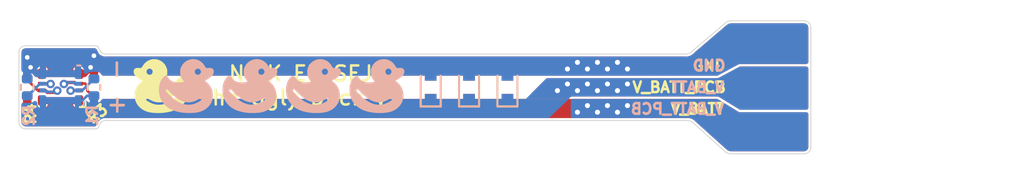
<source format=kicad_pcb>
(kicad_pcb (version 20201002) (generator pcbnew)

  (general
    (thickness 0.22352)
  )

  (paper "A4")
  (title_block
    (title "The Ugly Duck")
    (date "2020-11-04")
    (rev "v1")
  )

  (layers
    (0 "F.Cu" signal)
    (31 "B.Cu" signal)
    (32 "B.Adhes" user "B.Adhesive")
    (33 "F.Adhes" user "F.Adhesive")
    (34 "B.Paste" user)
    (35 "F.Paste" user)
    (36 "B.SilkS" user "B.Silkscreen")
    (37 "F.SilkS" user "F.Silkscreen")
    (38 "B.Mask" user)
    (39 "F.Mask" user)
    (40 "Dwgs.User" user "User.Drawings")
    (41 "Cmts.User" user "User.Comments")
    (42 "Eco1.User" user "User.Eco1")
    (43 "Eco2.User" user "User.Eco2")
    (44 "Edge.Cuts" user)
    (45 "Margin" user)
    (46 "B.CrtYd" user "B.Courtyard")
    (47 "F.CrtYd" user "F.Courtyard")
    (48 "B.Fab" user)
    (49 "F.Fab" user)
  )

  (setup
    (stackup
      (layer "F.SilkS" (type "Top Silk Screen"))
      (layer "F.Paste" (type "Top Solder Paste"))
      (layer "F.Mask" (type "Top Solder Mask") (color "Yellow") (thickness 0.0254))
      (layer "F.Cu" (type "copper") (thickness 0.03556))
      (layer "dielectric 1" (type "core") (thickness 0.1016) (material "FR4") (epsilon_r 4.5) (loss_tangent 0.02))
      (layer "B.Cu" (type "copper") (thickness 0.03556))
      (layer "B.Mask" (type "Bottom Solder Mask") (color "Yellow") (thickness 0.0254))
      (layer "B.Paste" (type "Bottom Solder Paste"))
      (layer "B.SilkS" (type "Bottom Silk Screen"))
      (copper_finish "None")
      (dielectric_constraints no)
    )
    (grid_origin 154.2 95.1)
    (pcbplotparams
      (layerselection 0x00010fc_ffffffff)
      (disableapertmacros false)
      (usegerberextensions false)
      (usegerberattributes true)
      (usegerberadvancedattributes false)
      (creategerberjobfile true)
      (svguseinch false)
      (svgprecision 6)
      (excludeedgelayer true)
      (plotframeref false)
      (viasonmask false)
      (mode 1)
      (useauxorigin true)
      (hpglpennumber 1)
      (hpglpenspeed 20)
      (hpglpendiameter 15.000000)
      (psnegative false)
      (psa4output false)
      (plotreference true)
      (plotvalue true)
      (plotinvisibletext false)
      (sketchpadsonfab true)
      (subtractmaskfromsilk false)
      (outputformat 1)
      (mirror false)
      (drillshape 0)
      (scaleselection 1)
      (outputdirectory "gerbers")
    )
  )


  (net 0 "")
  (net 1 "/D")
  (net 2 "/C")
  (net 3 "Net-(J1-Pad1)")
  (net 4 "/B")
  (net 5 "/A")
  (net 6 "Net-(J2-Pad7)")
  (net 7 "/GND")

  (module "batflex:molex_5050040812" (layer "F.Cu") (tedit 5FA32296) (tstamp 00000000-0000-0000-0000-00005e7d4432)
    (at 149.694 99.9875 180)
    (descr "6 amp plug")
    (property "Sheet file" "/home/nickoe/batflex/batflex_model_0/batflex_model_0.kicad_sch")
    (property "Sheet name" "")
    (path "/ac68a15a-ce4c-4687-ae81-4ba5bdb074c6")
    (attr smd)
    (fp_text reference "J1" (at 0 -2.9) (layer "F.SilkS") hide
      (effects (font (size 0.635 0.635) (thickness 0.1524)))
      (tstamp 3a8602e3-3645-4be3-be03-3b3be9099d71)
    )
    (fp_text value "molex_505004" (at 0 4.6) (layer "F.Fab")
      (effects (font (size 0.635 0.635) (thickness 0.1524)))
      (tstamp be1c8f16-c868-4a1f-bba1-48d7a956aa2a)
    )
    (fp_line (start -1.5 -0.9) (end -1.5 -1.2) (layer "F.SilkS") (width 0.12) (tstamp 5cef55e2-5cc1-4b53-b72a-1b5caf82d269))
    (fp_line (start -1.154 -1.2) (end -1.5 -1.2) (layer "F.SilkS") (width 0.12) (tstamp a08eecd8-9656-4396-934a-b10b8bfb83bf))
    (fp_line (start -0.15 -1.16) (end -0.88 -1.16) (layer "Cmts.User") (width 0.05) (tstamp 067d41a3-e477-4811-b700-d643e2c84202))
    (fp_line (start 0.88 1.16) (end 0.88 -1.16) (layer "Cmts.User") (width 0.05) (tstamp 35071077-0d5d-48d1-9b2e-ee9c32c3acc7))
    (fp_line (start -0.88 -1.16) (end -0.88 1.16) (layer "Cmts.User") (width 0.05) (tstamp 3c24cf24-321b-4b45-ad08-edf846736a19))
    (fp_line (start -0.15 -1.16) (end -0.15 1.16) (layer "Cmts.User") (width 0.05) (tstamp 405afa20-fd56-4b37-8e2b-dd4ee40ea98d))
    (fp_line (start -0.15 1.16) (end -0.88 1.16) (layer "Cmts.User") (width 0.05) (tstamp 8db12195-867f-4dc8-9b76-a10c93ad47bf))
    (fp_line (start 0.15 1.16) (end 0.15 -1.16) (layer "Cmts.User") (width 0.05) (tstamp bd108753-2407-4825-8b75-5423bd595869))
    (fp_line (start 0.15 -1.16) (end 0.88 -1.16) (layer "Cmts.User") (width 0.05) (tstamp beb395bd-80d9-4687-84e2-be8d802df3cc))
    (fp_line (start 0.15 1.16) (end 0.88 1.16) (layer "Cmts.User") (width 0.05) (tstamp cbe4ca2f-8706-43df-abe9-e3365bc4ee77))
    (fp_line (start 1.25 -2.1) (end -1.25 -2.1) (layer "F.CrtYd") (width 0.05) (tstamp 1cb677ce-0873-4463-9bd4-9525ac1a3023))
    (fp_line (start -1.25 -2.1) (end -1.25 2.1) (layer "F.CrtYd") (width 0.05) (tstamp 2a130b22-3f7e-4d88-89aa-b00529e714cb))
    (fp_line (start 1.25 2.1) (end 1.25 -2.1) (layer "F.CrtYd") (width 0.05) (tstamp 317a0944-6cb2-41a0-b585-89dcbc93e7a3))
    (fp_line (start -1.25 2.1) (end 1.25 2.1) (layer "F.CrtYd") (width 0.05) (tstamp 8556ca9f-c3ac-4d30-9828-40c46f66ab21))
    (pad "1" smd roundrect (at -1.13 -0.8 270) (size 0.62 0.45) (layers "F.Cu" "F.Paste" "F.Mask") (roundrect_rratio 0.25)
      (net 3 "Net-(J1-Pad1)") (pinfunction "Pin_1") (tstamp 086a8746-32f8-4e36-805c-b2629eae2959))
    (pad "2" smd roundrect (at 1.13 -0.8 270) (size 0.62 0.45) (layers "F.Cu" "F.Paste" "F.Mask") (roundrect_rratio 0.25)
      (net 3 "Net-(J1-Pad1)") (pinfunction "Pin_2") (tstamp c8295a40-5c38-49f6-931f-8ebc4cad971b))
    (pad "3" smd roundrect (at -1.13 -0.2 270) (size 0.24 0.45) (layers "F.Cu" "F.Paste" "F.Mask") (roundrect_rratio 0.25)
      (net 4 "/B") (pinfunction "Pin_3") (tstamp eee306f5-7bed-4612-b569-38e8690b6dd5))
    (pad "4" smd roundrect (at 1.13 -0.2 270) (size 0.24 0.45) (layers "F.Cu" "F.Paste" "F.Mask") (roundrect_rratio 0.25)
      (net 1 "/D") (pinfunction "Pin_4") (tstamp 834cc83a-f341-488a-9d17-6a1cbc1f7181))
    (pad "5" smd roundrect (at -1.13 0.2 270) (size 0.24 0.45) (layers "F.Cu" "F.Paste" "F.Mask") (roundrect_rratio 0.25)
      (net 5 "/A") (pinfunction "Pin_5") (tstamp b484dbca-a189-483e-b2e4-bbea5b8afa89))
    (pad "6" smd roundrect (at 1.13 0.2 270) (size 0.24 0.45) (layers "F.Cu" "F.Paste" "F.Mask") (roundrect_rratio 0.25)
      (net 2 "/C") (pinfunction "Pin_6") (tstamp eca4530a-1e8e-4a3f-ae74-8748b498c023))
    (pad "7" smd roundrect (at -1.13 0.8 270) (size 0.62 0.45) (layers "F.Cu" "F.Paste" "F.Mask") (roundrect_rratio 0.25)
      (net 7 "/GND") (pinfunction "Pin_7") (tstamp 05c536aa-1dc2-4a6a-8df6-46548d8d3b33))
    (pad "8" smd roundrect (at 1.13 0.8 270) (size 0.62 0.45) (layers "F.Cu" "F.Paste" "F.Mask") (roundrect_rratio 0.25)
      (net 7 "/GND") (pinfunction "Pin_8") (tstamp 9867b718-8018-47a4-a27c-bb62acfbfa1e))
    (pad "M1" smd roundrect (at -1.205 -1.53 270) (size 0.45 0.3) (layers "F.Cu" "F.Paste" "F.Mask") (roundrect_rratio 0.25) (tstamp 32fbb6cc-79fe-4a8e-9f4b-15d5c8d0b19e))
    (pad "M1" smd roundrect (at 1.205 -1.53 270) (size 0.45 0.3) (layers "F.Cu" "F.Paste" "F.Mask") (roundrect_rratio 0.25) (tstamp ab54d4e4-409d-4f27-868f-22a8156ad55c))
    (pad "M2" smd roundrect (at -1.205 1.53 270) (size 0.45 0.3) (layers "F.Cu" "F.Paste" "F.Mask") (roundrect_rratio 0.25) (tstamp 2f038e50-cf29-4409-b90b-b3ac6af6113e))
    (pad "M2" smd roundrect (at 1.205 1.53 270) (size 0.45 0.3) (layers "F.Cu" "F.Paste" "F.Mask") (roundrect_rratio 0.25) (tstamp edd92d76-7e90-4ff0-8bd4-cd331633f74b))
    (model "${KIPRJMOD}/../3d/5050040812.stp"
      (offset (xyz 0 0 0))
      (scale (xyz 1 1 1))
      (rotate (xyz -90 0 90))
    )
  )

  (module "Resistor_SMD:R_0402_1005Metric" (layer "F.Cu") (tedit 5F68FEEE) (tstamp 1beb0122-d9b5-4590-b6da-d41cf5d5b1fc)
    (at 151.7 100 -90)
    (descr "Resistor SMD 0402 (1005 Metric), square (rectangular) end terminal, IPC_7351 nominal, (Body size source: IPC-SM-782 page 72, https://www.pcb-3d.com/wordpress/wp-content/uploads/ipc-sm-782a_amendment_1_and_2.pdf), generated with kicad-footprint-generator")
    (tags "resistor")
    (property "Sheet file" "/home/nickoe/batflex/batflex_model_0/batflex_model_0.kicad_sch")
    (property "Sheet name" "")
    (path "/f130de7a-f243-44b0-94cf-81fd8569087a")
    (attr smd)
    (fp_text reference "R3" (at 1.6 -0.2 37) (layer "F.SilkS")
      (effects (font (size 0.635 0.635) (thickness 0.1524)))
      (tstamp 73a8477e-720a-4516-b896-4028dad083e6)
    )
    (fp_text value "1K" (at 0 1.17 90) (layer "F.Fab")
      (effects (font (size 0.635 0.635) (thickness 0.1524)))
      (tstamp deed7751-404d-4d12-800b-a91233825046)
    )
    (fp_text user "${REFERENCE}" (at 0 0 90) (layer "F.Fab")
      (effects (font (size 0.635 0.635) (thickness 0.1524)))
      (tstamp c4b48156-3d43-45af-aecb-0e4ff527aed1)
    )
    (fp_line (start -0.153641 0.38) (end 0.153641 0.38) (layer "F.SilkS") (width 0.12) (tstamp d9aa4680-8f54-4e6b-b71d-34648d2d6f90))
    (fp_line (start -0.153641 -0.38) (end 0.153641 -0.38) (layer "F.SilkS") (width 0.12) (tstamp ddf85fb0-613e-4bbb-a597-7c344e2ac4b1))
    (fp_line (start -0.93 -0.47) (end 0.93 -0.47) (layer "F.CrtYd") (width 0.05) (tstamp 41a24acd-b2ec-41e6-8cc4-c39631a3e23e))
    (fp_line (start -0.93 0.47) (end -0.93 -0.47) (layer "F.CrtYd") (width 0.05) (tstamp 42736b5a-3e3b-4651-aa72-1f48567fb1c1))
    (fp_line (start 0.93 -0.47) (end 0.93 0.47) (layer "F.CrtYd") (width 0.05) (tstamp 76cf689c-eb00-4476-9b3d-eb670d35ecc3))
    (fp_line (start 0.93 0.47) (end -0.93 0.47) (layer "F.CrtYd") (width 0.05) (tstamp 7cfb8496-bcd1-4e21-a447-30b51edca4de))
    (fp_line (start 0.525 0.27) (end -0.525 0.27) (layer "F.Fab") (width 0.1) (tstamp 0d6f8ffc-f088-4b38-9610-74363b5788fb))
    (fp_line (start 0.525 -0.27) (end 0.525 0.27) (layer "F.Fab") (width 0.1) (tstamp 0dd6e1e7-991c-406b-9ab7-fb8f1e0d0e60))
    (fp_line (start -0.525 -0.27) (end 0.525 -0.27) (layer "F.Fab") (width 0.1) (tstamp 1c998acd-914b-4f60-8991-aef63cf474f1))
    (fp_line (start -0.525 0.27) (end -0.525 -0.27) (layer "F.Fab") (width 0.1) (tstamp c0821787-4652-4bab-bedd-5d7dc8883fe0))
    (pad "1" smd roundrect (at -0.51 0 270) (size 0.54 0.64) (layers "F.Cu" "F.Paste" "F.Mask") (roundrect_rratio 0.25)
      (net 7 "/GND") (tstamp f69cd612-ad8a-4d97-bf68-dd8931e32276))
    (pad "2" smd roundrect (at 0.51 0 270) (size 0.54 0.64) (layers "F.Cu" "F.Paste" "F.Mask") (roundrect_rratio 0.25)
      (net 5 "/A") (tstamp 1af0cc1d-3400-4148-bd1a-26fa7ee06eb0))
    (model "${KISYS3DMOD}/Resistor_SMD.3dshapes/R_0402_1005Metric.wrl"
      (offset (xyz 0 0 0))
      (scale (xyz 1 1 1))
      (rotate (xyz 0 0 0))
    )
  )

  (module "Diode_SMD:D_SOD-523" (layer "F.Cu") (tedit 586419F0) (tstamp 39fc2a57-63ea-4a26-9603-39c251177e4c)
    (at 171.9 100 90)
    (descr "http://www.diodes.com/datasheets/ap02001.pdf p.144")
    (tags "Diode SOD523")
    (property "Sheet file" "/home/nickoe/batflex/batflex_model_0/batflex_model_0.kicad_sch")
    (property "Sheet name" "")
    (property "mfg#" "SZMM5Z4V7ST5G")
    (property "mouser#" "863-SZMM5Z4V7ST5G")
    (path "/09db5b42-1bda-41ed-8617-4dd4c3dd87fd")
    (zone_connect 2)
    (attr smd)
    (fp_text reference "D105" (at 0 -1.3 90) (layer "F.SilkS") hide
      (effects (font (size 1 1) (thickness 0.15)))
      (tstamp 418e102e-9445-4904-a1eb-7704c3a3d230)
    )
    (fp_text value "MM5Zxx" (at 0 1.4 90) (layer "F.Fab")
      (effects (font (size 1 1) (thickness 0.15)))
      (tstamp d866daa5-3925-4559-b56e-5f4f47173ffb)
    )
    (fp_text user "${REFERENCE}" (at 0 -1.3 90) (layer "F.Fab") hide
      (effects (font (size 1 1) (thickness 0.15)))
      (tstamp ce804722-addb-4884-b8ef-5deb1c0fb760)
    )
    (fp_line (start 0.7 0.6) (end -1.15 0.6) (layer "F.SilkS") (width 0.12) (tstamp 6b7bddcc-9681-4af8-b049-5b2a320eb1be))
    (fp_line (start 0.7 -0.6) (end -1.15 -0.6) (layer "F.SilkS") (width 0.12) (tstamp 8651d44c-217a-4ca7-92df-8158a4b996b8))
    (fp_line (start -1.15 -0.6) (end -1.15 0.6) (layer "F.SilkS") (width 0.12) (tstamp bef7bb12-ddff-4b08-bc2f-3226c11331d7))
    (fp_line (start 1.25 -0.7) (end 1.25 0.7) (layer "F.CrtYd") (width 0.05) (tstamp 0fb45513-4f50-4e39-aa4d-6576a01f8f5e))
    (fp_line (start 1.25 0.7) (end -1.25 0.7) (layer "F.CrtYd") (width 0.05) (tstamp 43d7597b-0175-4a02-b264-c26acdd606fd))
    (fp_line (start -1.25 0.7) (end -1.25 -0.7) (layer "F.CrtYd") (width 0.05) (tstamp b087af99-bdb5-4949-a96b-b1a9acddf2b6))
    (fp_line (start -1.25 -0.7) (end 1.25 -0.7) (layer "F.CrtYd") (width 0.05) (tstamp c367339f-7037-4759-976c-e22aaea841e1))
    (fp_line (start -0.2 0) (end -0.35 0) (layer "F.Fab") (width 0.1) (tstamp 0d809dff-c82c-4c6a-9cf2-f6035e6388aa))
    (fp_line (start 0.1 -0.2) (end -0.2 0) (layer "F.Fab") (width 0.1) (tstamp 1c9a2558-2db7-4a43-a2e8-2a3de3d12600))
    (fp_line (start -0.2 0) (end 0.1 0.2) (layer "F.Fab") (width 0.1) (tstamp 390b7e91-c6ed-4846-aa73-7d3bf8246634))
    (fp_line (start 0.65 0.45) (end -0.65 0.45) (layer "F.Fab") (width 0.1) (tstamp 5141bc17-825c-4dd4-ad6e-8b6c37aa2681))
    (fp_line (start 0.65 -0.45) (end 0.65 0.45) (layer "F.Fab") (width 0.1) (tstamp 7bfa3eea-0146-461a-bd75-c8b74d1b98e2))
    (fp_line (start 0.1 0.2) (end 0.1 -0.2) (layer "F.Fab") (width 0.1) (tstamp 8f16fe51-a9bc-4739-8195-12044a874a25))
    (fp_line (start -0.2 0.2) (end -0.2 -0.2) (layer "F.Fab") (width 0.1) (tstamp a557b1cc-632b-407c-8016-89d620fc7567))
    (fp_line (start 0.1 0) (end 0.25 0) (layer "F.Fab") (width 0.1) (tstamp b267009a-39cb-4227-b34c-b2033521388a))
    (fp_line (start -0.65 -0.45) (end 0.65 -0.45) (layer "F.Fab") (width 0.1) (tstamp c8e40c5d-30fc-49aa-a271-47656df9794a))
    (fp_line (start -0.65 0.45) (end -0.65 -0.45) (layer "F.Fab") (width 0.1) (tstamp da547765-6913-4cce-8a22-8441628e0d07))
    (pad "1" smd rect (at -0.7 0 270) (size 0.6 0.7) (layers "F.Cu" "F.Paste" "F.Mask")
      (net 3 "Net-(J1-Pad1)") (pinfunction "K") (zone_connect 2) (tstamp b514b6d8-ee03-49b2-aeee-eb51b725d80c))
    (pad "2" smd rect (at 0.7 0 270) (size 0.6 0.7) (layers "F.Cu" "F.Paste" "F.Mask")
      (net 7 "/GND") (pinfunction "A") (zone_connect 2) (tstamp bac38eb9-478d-4cc2-b71a-485f0d30d9be))
    (model "${KISYS3DMOD}/Diode_SMD.3dshapes/D_SOD-523.wrl"
      (offset (xyz 0 0 0))
      (scale (xyz 1 1 1))
      (rotate (xyz 0 0 0))
    )
  )

  (module "Diode_SMD:D_SOD-523" (layer "F.Cu") (tedit 586419F0) (tstamp 40459ae8-86a9-42cc-9c6f-7e1858588170)
    (at 176.5 100 90)
    (descr "http://www.diodes.com/datasheets/ap02001.pdf p.144")
    (tags "Diode SOD523")
    (property "Sheet file" "/home/nickoe/batflex/batflex_model_0/batflex_model_0.kicad_sch")
    (property "Sheet name" "")
    (property "mfg#" "SZMM5Z4V7ST5G")
    (property "mouser#" "863-SZMM5Z4V7ST5G")
    (path "/b3d148ca-7f99-450a-8803-12b8a80e9e29")
    (zone_connect 2)
    (attr smd)
    (fp_text reference "D103" (at 0 -1.3 90) (layer "F.SilkS") hide
      (effects (font (size 1 1) (thickness 0.15)))
      (tstamp e1713343-01dc-4267-a591-d3fb94a7323b)
    )
    (fp_text value "MM5Zxx" (at 0 1.4 90) (layer "F.Fab")
      (effects (font (size 1 1) (thickness 0.15)))
      (tstamp 53c656d3-a699-4039-81bc-116650f23367)
    )
    (fp_text user "${REFERENCE}" (at 0 -1.3 90) (layer "F.Fab") hide
      (effects (font (size 1 1) (thickness 0.15)))
      (tstamp 91377d4b-1445-44f4-a8d8-4ff7fc6f9138)
    )
    (fp_line (start -1.15 -0.6) (end -1.15 0.6) (layer "F.SilkS") (width 0.12) (tstamp 0d24e820-1a61-458a-9df2-ad54c66c4316))
    (fp_line (start 0.7 -0.6) (end -1.15 -0.6) (layer "F.SilkS") (width 0.12) (tstamp 674c42ff-a5d7-4b6b-8003-4b62f99f7e38))
    (fp_line (start 0.7 0.6) (end -1.15 0.6) (layer "F.SilkS") (width 0.12) (tstamp d55edc28-c46c-45b9-9e06-ca009f9025d9))
    (fp_line (start 1.25 -0.7) (end 1.25 0.7) (layer "F.CrtYd") (width 0.05) (tstamp 1ab69db6-183b-4070-976c-96b5c909d4d6))
    (fp_line (start 1.25 0.7) (end -1.25 0.7) (layer "F.CrtYd") (width 0.05) (tstamp 9e1371b5-d16d-4f84-bb24-46fa3dd95083))
    (fp_line (start -1.25 -0.7) (end 1.25 -0.7) (layer "F.CrtYd") (width 0.05) (tstamp a68a4777-8db8-4bf4-8abb-ae429856ca99))
    (fp_line (start -1.25 0.7) (end -1.25 -0.7) (layer "F.CrtYd") (width 0.05) (tstamp edaa434d-aea3-49bf-a076-63937f2aa81d))
    (fp_line (start 0.1 -0.2) (end -0.2 0) (layer "F.Fab") (width 0.1) (tstamp 1fb73aed-289d-4028-983b-7e325a6c48be))
    (fp_line (start -0.65 -0.45) (end 0.65 -0.45) (layer "F.Fab") (width 0.1) (tstamp 650ade78-2cbd-4592-bd26-798ebf1b7fbb))
    (fp_line (start 0.1 0) (end 0.25 0) (layer "F.Fab") (width 0.1) (tstamp 7c516278-2c49-4af2-8f08-9a030fad3c75))
    (fp_line (start -0.2 0) (end 0.1 0.2) (layer "F.Fab") (width 0.1) (tstamp aa3f626f-bfcc-4931-aa47-244e4b2591ee))
    (fp_line (start 0.1 0.2) (end 0.1 -0.2) (layer "F.Fab") (width 0.1) (tstamp b0b50eaa-8e20-4776-b207-802824d73581))
    (fp_line (start 0.65 -0.45) (end 0.65 0.45) (layer "F.Fab") (width 0.1) (tstamp b3933dbc-c948-4f7a-be5a-3cb3a0759ada))
    (fp_line (start -0.2 0.2) (end -0.2 -0.2) (layer "F.Fab") (width 0.1) (tstamp c648ca3d-706d-48ea-a51c-80bbbfeb8102))
    (fp_line (start -0.2 0) (end -0.35 0) (layer "F.Fab") (width 0.1) (tstamp c698fbc7-038b-4070-9641-36516ac683a9))
    (fp_line (start 0.65 0.45) (end -0.65 0.45) (layer "F.Fab") (width 0.1) (tstamp f0ffdf8e-11fe-40fd-9008-e880c86542cb))
    (fp_line (start -0.65 0.45) (end -0.65 -0.45) (layer "F.Fab") (width 0.1) (tstamp fd7c7684-f2d2-4169-904e-877ffd7102d9))
    (pad "1" smd rect (at -0.7 0 270) (size 0.6 0.7) (layers "F.Cu" "F.Paste" "F.Mask")
      (net 3 "Net-(J1-Pad1)") (pinfunction "K") (zone_connect 2) (tstamp 1e999d6c-ebe9-415e-97ca-0b6d4270fe17))
    (pad "2" smd rect (at 0.7 0 270) (size 0.6 0.7) (layers "F.Cu" "F.Paste" "F.Mask")
      (net 7 "/GND") (pinfunction "A") (zone_connect 2) (tstamp 68535333-798a-4226-8c34-e00501dfd125))
    (model "${KISYS3DMOD}/Diode_SMD.3dshapes/D_SOD-523.wrl"
      (offset (xyz 0 0 0))
      (scale (xyz 1 1 1))
      (rotate (xyz 0 0 0))
    )
  )

  (module "LOGO" locked (layer "F.Cu") (tedit 0) (tstamp 406af54f-4f10-4c91-9b4e-1346c7d634f2)
    (at 155.724 99.926)
    (attr through_hole)
    (fp_text reference "G***" (at 0 0) (layer "F.SilkS") hide
      (effects (font (size 1.524 1.524) (thickness 0.3)))
      (tstamp 93580ecc-fc37-412e-97cb-a011adfb3467)
    )
    (fp_text value "LOGO" (at 0.75 0) (layer "F.SilkS") hide
      (effects (font (size 1.524 1.524) (thickness 0.3)))
      (tstamp 54ad0083-d6b6-49c5-a6e6-0e77f7da659e)
    )
    (fp_poly (pts (xy -0.369136 -1.621032)
      (xy -0.300684 -1.614224)
      (xy -0.232507 -1.601544)
      (xy -0.165416 -1.583158)
      (xy -0.100221 -1.559233)
      (xy -0.037732 -1.529937)
      (xy -0.010092 -1.514688)
      (xy 0.03539 -1.485774)
      (xy 0.080838 -1.452091)
      (xy 0.124646 -1.415013)
      (xy 0.165204 -1.37591)
      (xy 0.200904 -1.336156)
      (xy 0.204995 -1.331147)
      (xy 0.243545 -1.278711)
      (xy 0.278621 -1.221577)
      (xy 0.309573 -1.161102)
      (xy 0.335751 -1.098641)
      (xy 0.356506 -1.03555)
      (xy 0.367305 -0.992451)
      (xy 0.369457 -0.982111)
      (xy 0.371167 -0.972488)
      (xy 0.372483 -0.96264)
      (xy 0.373456 -0.951624)
      (xy 0.374137 -0.938498)
      (xy 0.374575 -0.922318)
      (xy 0.374822 -0.902142)
      (xy 0.374928 -0.877028)
      (xy 0.374944 -0.849471)
      (xy 0.374859 -0.816461)
      (xy 0.374596 -0.789205)
      (xy 0.374117 -0.766727)
      (xy 0.373381 -0.748054)
      (xy 0.372349 -0.732212)
      (xy 0.370979 -0.718226)
      (xy 0.369232 -0.705122)
      (xy 0.368928 -0.703126)
      (xy 0.362836 -0.667883)
      (xy 0.355677 -0.635078)
      (xy 0.347085 -0.603933)
      (xy 0.336693 -0.57367)
      (xy 0.324133 -0.543509)
      (xy 0.309039 -0.512673)
      (xy 0.291043 -0.480382)
      (xy 0.269779 -0.445858)
      (xy 0.244879 -0.408323)
      (xy 0.215977 -0.366998)
      (xy 0.200029 -0.344835)
      (xy 0.183596 -0.321602)
      (xy 0.170075 -0.30131)
      (xy 0.15974 -0.284429)
      (xy 0.152865 -0.27143)
      (xy 0.149724 -0.262785)
      (xy 0.150187 -0.259219)
      (xy 0.155147 -0.257186)
      (xy 0.16582 -0.254384)
      (xy 0.181258 -0.250983)
      (xy 0.200514 -0.247153)
      (xy 0.222637 -0.243064)
      (xy 0.246679 -0.238887)
      (xy 0.271693 -0.234792)
      (xy 0.296728 -0.230949)
      (xy 0.320837 -0.227529)
      (xy 0.341471 -0.224891)
      (xy 0.358111 -0.223419)
      (xy 0.379992 -0.222255)
      (xy 0.405851 -0.221398)
      (xy 0.434425 -0.220849)
      (xy 0.464452 -0.220609)
      (xy 0.494669 -0.220677)
      (xy 0.523814 -0.221056)
      (xy 0.550624 -0.221745)
      (xy 0.573837 -0.222744)
      (xy 0.592191 -0.224055)
      (xy 0.598835 -0.224786)
      (xy 0.65714 -0.233436)
      (xy 0.709692 -0.243638)
      (xy 0.757345 -0.255671)
      (xy 0.800953 -0.269811)
      (xy 0.841369 -0.286336)
      (xy 0.879447 -0.305524)
      (xy 0.916042 -0.327653)
      (xy 0.916937 -0.328242)
      (xy 0.952565 -0.354186)
      (xy 0.986748 -0.384328)
      (xy 1.020099 -0.419305)
      (xy 1.053228 -0.45975)
      (xy 1.082778 -0.500506)
      (xy 1.09435 -0.517288)
      (xy 1.106214 -0.534491)
      (xy 1.117038 -0.550184)
      (xy 1.12549 -0.562436)
      (xy 1.126071 -0.563278)
      (xy 1.141225 -0.583765)
      (xy 1.156873 -0.60229)
      (xy 1.17198 -0.617756)
      (xy 1.185506 -0.629066)
      (xy 1.192349 -0.633358)
      (xy 1.210317 -0.639379)
      (xy 1.230592 -0.64079)
      (xy 1.25058 -0.63759)
      (xy 1.26159 -0.633341)
      (xy 1.282006 -0.621185)
      (xy 1.305804 -0.603376)
      (xy 1.333022 -0.579883)
      (xy 1.363697 -0.550676)
      (xy 1.366021 -0.548371)
      (xy 1.414317 -0.495686)
      (xy 1.458377 -0.438112)
      (xy 1.498122 -0.376055)
      (xy 1.53347 -0.30992)
      (xy 1.56434 -0.24011)
      (xy 1.590652 -0.167032)
      (xy 1.612324 -0.09109)
      (xy 1.629276 -0.012688)
      (xy 1.641426 0.067769)
      (xy 1.648695 0.149875)
      (xy 1.651 0.233226)
      (xy 1.648262 0.317417)
      (xy 1.640398 0.402044)
      (xy 1.627329 0.486702)
      (xy 1.608973 0.570985)
      (xy 1.597949 0.612291)
      (xy 1.570156 0.698104)
      (xy 1.536265 0.781162)
      (xy 1.496389 0.861299)
      (xy 1.450641 0.938345)
      (xy 1.399134 1.012133)
      (xy 1.341981 1.082493)
      (xy 1.279297 1.149258)
      (xy 1.211194 1.212259)
      (xy 1.172437 1.244469)
      (xy 1.098331 1.299637)
      (xy 1.019257 1.350453)
      (xy 0.935191 1.396928)
      (xy 0.846105 1.43907)
      (xy 0.751972 1.476889)
      (xy 0.652767 1.510396)
      (xy 0.548463 1.5396)
      (xy 0.439033 1.564511)
      (xy 0.32445 1.585139)
      (xy 0.206901 1.601236)
      (xy 0.171271 1.605317)
      (xy 0.139435 1.608737)
      (xy 0.110274 1.611558)
      (xy 0.082666 1.613841)
      (xy 0.055492 1.615647)
      (xy 0.027631 1.617038)
      (xy -0.002035 1.618076)
      (xy -0.034629 1.618821)
      (xy -0.071268 1.619336)
      (xy -0.113075 1.619681)
      (xy -0.131205 1.619784)
      (xy -0.164293 1.619926)
      (xy -0.196071 1.62001)
      (xy -0.225753 1.620038)
      (xy -0.252549 1.62001)
      (xy -0.275672 1.61993)
      (xy -0.294333 1.619797)
      (xy -0.307744 1.619614)
      (xy -0.314556 1.619414)
      (xy -0.364934 1.616491)
      (xy -0.416353 1.612806)
      (xy -0.467556 1.608482)
      (xy -0.517289 1.603642)
      (xy -0.564297 1.59841)
      (xy -0.607323 1.592911)
      (xy -0.645114 1.587268)
      (xy -0.651565 1.586195)
      (xy -0.735443 1.568849)
      (xy -0.818453 1.545513)
      (xy -0.899879 1.516509)
      (xy -0.979011 1.48216)
      (xy -1.055134 1.44279)
      (xy -1.127536 1.398721)
      (xy -1.195505 1.350276)
      (xy -1.225813 1.326006)
      (xy -1.286763 1.271148)
      (xy -1.342595 1.212324)
      (xy -1.393131 1.149855)
      (xy -1.438193 1.084063)
      (xy -1.477605 1.01527)
      (xy -1.51119 0.943796)
      (xy -1.538769 0.869964)
      (xy -1.558649 0.799471)
      (xy -0.893249 0.799471)
      (xy -0.892561 0.818857)
      (xy -0.886657 0.837238)
      (xy -0.886372 0.837801)
      (xy -0.878073 0.849264)
      (xy -0.863967 0.862938)
      (xy -0.844496 0.878539)
      (xy -0.820104 0.895783)
      (xy -0.791234 0.914389)
      (xy -0.758328 0.934073)
      (xy -0.721828 0.954552)
      (xy -0.682178 0.975544)
      (xy -0.63982 0.996765)
      (xy -0.630794 1.001141)
      (xy -0.564508 1.03145)
      (xy -0.501348 1.056811)
      (xy -0.440245 1.077536)
      (xy -0.380125 1.093935)
      (xy -0.319917 1.106319)
      (xy -0.258548 1.114997)
      (xy -0.227086 1.118044)
      (xy -0.214248 1.118745)
      (xy -0.195985 1.119245)
      (xy -0.173596 1.119552)
      (xy -0.14838 1.119673)
      (xy -0.121638 1.119617)
      (xy -0.094669 1.11939)
      (xy -0.068772 1.119001)
      (xy -0.045247 1.118456)
      (xy -0.025394 1.117764)
      (xy -0.010512 1.116932)
      (xy -0.00841 1.116764)
      (xy 0.0483 1.10991)
      (xy 0.107267 1.098793)
      (xy 0.169308 1.083233)
      (xy 0.235239 1.06305)
      (xy 0.235497 1.062965)
      (xy 0.318767 1.032185)
      (xy 0.402692 0.994806)
      (xy 0.487152 0.950912)
      (xy 0.572031 0.900587)
      (xy 0.657209 0.843916)
      (xy 0.74257 0.780984)
      (xy 0.827994 0.711874)
      (xy 0.913364 0.636672)
      (xy 0.998562 0.555462)
      (xy 1.083469 0.468329)
      (xy 1.117256 0.43191)
      (xy 1.144617 0.401794)
      (xy 1.16758 0.375964)
      (xy 1.186479 0.353926)
      (xy 1.201652 0.335184)
      (xy 1.213433 0.319243)
      (xy 1.222158 0.305609)
      (xy 1.228164 0.293786)
      (xy 1.231786 0.283281)
      (xy 1.233359 0.273597)
      (xy 1.23322 0.26424)
      (xy 1.232899 0.261453)
      (xy 1.230554 0.249251)
      (xy 1.227316 0.238296)
      (xy 1.225685 0.234464)
      (xy 1.218321 0.22535)
      (xy 1.206328 0.216047)
      (xy 1.191643 0.207829)
      (xy 1.176207 0.201967)
      (xy 1.176146 0.20195)
      (xy 1.167105 0.199957)
      (xy 1.158641 0.199595)
      (xy 1.150158 0.201287)
      (xy 1.14106 0.20546)
      (xy 1.130752 0.212536)
      (xy 1.118639 0.222941)
      (xy 1.104125 0.237098)
      (xy 1.086615 0.255432)
      (xy 1.065514 0.278368)
      (xy 1.059247 0.285269)
      (xy 1.03659 0.309873)
      (xy 1.010617 0.337416)
      (xy 0.982297 0.366915)
      (xy 0.952601 0.397391)
      (xy 0.922497 0.427863)
      (xy 0.892955 0.457349)
      (xy 0.864945 0.484869)
      (xy 0.839437 0.509441)
      (xy 0.817399 0.530086)
      (xy 0.815828 0.531527)
      (xy 0.733907 0.60374)
      (xy 0.653059 0.669403)
      (xy 0.57315 0.728586)
      (xy 0.494048 0.781356)
      (xy 0.415621 0.827783)
      (xy 0.337735 0.867938)
      (xy 0.260258 0.901888)
      (xy 0.183057 0.929704)
      (xy 0.106 0.951455)
      (xy 0.028953 0.967209)
      (xy -0.034932 0.975766)
      (xy -0.05678 0.977338)
      (xy -0.083452 0.978216)
      (xy -0.113323 0.978437)
      (xy -0.14477 0.978038)
      (xy -0.176167 0.977057)
      (xy -0.20589 0.975531)
      (xy -0.232315 0.973496)
      (xy -0.253816 0.970991)
      (xy -0.255682 0.970708)
      (xy -0.288994 0.964817)
      (xy -0.325432 0.957156)
      (xy -0.362661 0.948289)
      (xy -0.398348 0.938778)
      (xy -0.430157 0.929186)
      (xy -0.436124 0.927215)
      (xy -0.484476 0.910027)
      (xy -0.529974 0.891811)
      (xy -0.57405 0.871866)
      (xy -0.618136 0.849492)
      (xy -0.663665 0.82399)
      (xy -0.712068 0.79466)
      (xy -0.728357 0.784377)
      (xy -0.755573 0.767512)
      (xy -0.778293 0.754577)
      (xy -0.797279 0.745307)
      (xy -0.813293 0.739432)
      (xy -0.827095 0.736684)
      (xy -0.839447 0.736796)
      (xy -0.85111 0.7395)
      (xy -0.853456 0.740338)
      (xy -0.868825 0.749512)
      (xy -0.8809 0.763374)
      (xy -0.889202 0.780502)
      (xy -0.893249 0.799471)
      (xy -1.558649 0.799471)
      (xy -1.560166 0.794095)
      (xy -1.575203 0.716511)
      (xy -1.579436 0.684737)
      (xy -1.581709 0.659448)
      (xy -1.583368 0.629239)
      (xy -1.584397 0.595889)
      (xy -1.584784 0.561178)
      (xy -1.584515 0.526887)
      (xy -1.583578 0.494795)
      (xy -1.581958 0.466685)
      (xy -1.581142 0.457221)
      (xy -1.570616 0.377535)
      (xy -1.554766 0.301697)
      (xy -1.533499 0.229323)
      (xy -1.512667 0.17401)
      (xy -1.479171 0.101106)
      (xy -1.440394 0.030689)
      (xy -1.396806 -0.036623)
      (xy -1.348881 -0.100213)
      (xy -1.297088 -0.159464)
      (xy -1.241899 -0.213757)
      (xy -1.183785 -0.262476)
      (xy -1.173814 -0.270036)
      (xy -1.152953 -0.285723)
      (xy -1.137079 -0.297932)
      (xy -1.1257 -0.307083)
      (xy -1.118318 -0.313596)
      (xy -1.11444 -0.317893)
      (xy -1.113571 -0.320394)
      (xy -1.113924 -0.320959)
      (xy -1.119699 -0.325107)
      (xy -1.130305 -0.33172)
      (xy -1.14461 -0.340144)
      (xy -1.161484 -0.349724)
      (xy -1.179795 -0.359806)
      (xy -1.195986 -0.36846)
      (xy -1.269515 -0.409292)
      (xy -1.336601 -0.451024)
      (xy -1.39749 -0.493837)
      (xy -1.452431 -0.537912)
      (xy -1.501669 -0.583432)
      (xy -1.531592 -0.614828)
      (xy -1.565795 -0.656561)
      (xy -1.59394 -0.69925)
      (xy -1.615936 -0.742606)
      (xy -1.631691 -0.78634)
      (xy -1.641115 -0.830164)
      (xy -1.643542 -0.865449)
      (xy -0.867922 -0.865449)
      (xy -0.866588 -0.841992)
      (xy -0.863285 -0.820966)
      (xy -0.861294 -0.813417)
      (xy -0.849216 -0.784722)
      (xy -0.831533 -0.757274)
      (xy -0.809364 -0.732558)
      (xy -0.785955 -0.713498)
      (xy -0.755105 -0.696115)
      (xy -0.722609 -0.685126)
      (xy -0.688965 -0.680632)
      (xy -0.654668 -0.682736)
      (xy -0.645068 -0.684511)
      (xy -0.615006 -0.694088)
      (xy -0.586864 -0.70922)
      (xy -0.561545 -0.729036)
      (xy -0.539951 -0.752663)
      (xy -0.522985 -0.779232)
      (xy -0.511549 -0.807872)
      (xy -0.50967 -0.815206)
      (xy -0.50687 -0.831897)
      (xy -0.505044 -0.851801)
      (xy -0.504233 -0.87287)
      (xy -0.504474 -0.893056)
      (xy -0.505806 -0.910309)
      (xy -0.507695 -0.920669)
      (xy -0.514346 -0.936975)
      (xy -0.525718 -0.955518)
      (xy -0.540845 -0.974943)
      (xy -0.558759 -0.993895)
      (xy -0.562458 -0.997387)
      (xy -0.591199 -1.020024)
      (xy -0.621319 -1.036096)
      (xy -0.652625 -1.045572)
      (xy -0.684923 -1.048425)
      (xy -0.718021 -1.044627)
      (xy -0.751725 -1.03415)
      (xy -0.76689 -1.027321)
      (xy -0.792636 -1.011456)
      (xy -0.816186 -0.990853)
      (xy -0.836471 -0.96682)
      (xy -0.85242 -0.940662)
      (xy -0.862965 -0.913685)
      (xy -0.864322 -0.908345)
      (xy -0.867197 -0.88851)
      (xy -0.867922 -0.865449)
      (xy -1.643542 -0.865449)
      (xy -1.644116 -0.873789)
      (xy -1.640603 -0.916926)
      (xy -1.63528 -0.942651)
      (xy -1.623192 -0.977723)
      (xy -1.606058 -1.008373)
      (xy -1.583991 -1.034493)
      (xy -1.557106 -1.05598)
      (xy -1.525518 -1.072726)
      (xy -1.48934 -1.084627)
      (xy -1.479323 -1.086888)
      (xy -1.458643 -1.090032)
      (xy -1.433024 -1.092162)
      (xy -1.404184 -1.093247)
      (xy -1.37384 -1.093253)
      (xy -1.343711 -1.09215)
      (xy -1.315834 -1.089939)
      (xy -1.297743 -1.088355)
      (xy -1.276533 -1.086979)
      (xy -1.255813 -1.086033)
      (xy -1.248549 -1.085825)
      (xy -1.231795 -1.085626)
      (xy -1.219899 -1.086077)
      (xy -1.211003 -1.087433)
      (xy -1.203247 -1.089951)
      (xy -1.196608 -1.092976)
      (xy -1.183037 -1.100907)
      (xy -1.169515 -1.111583)
      (xy -1.155605 -1.125546)
      (xy -1.14087 -1.143338)
      (xy -1.124871 -1.165498)
      (xy -1.107174 -1.192568)
      (xy -1.087339 -1.225087)
      (xy -1.080689 -1.236358)
      (xy -1.041663 -1.29639)
      (xy -0.997616 -1.352148)
      (xy -0.948907 -1.403394)
      (xy -0.895899 -1.44989)
      (xy -0.838951 -1.491399)
      (xy -0.778426 -1.527683)
      (xy -0.714684 -1.558503)
      (xy -0.648087 -1.583623)
      (xy -0.578996 -1.602804)
      (xy -0.507771 -1.615808)
      (xy -0.503622 -1.616362)
      (xy -0.437052 -1.621801)) (layer "F.SilkS") (width 0) (tstamp 8014f2c2-f729-47b6-ae1d-fd52bfc2b594))
  )

  (module "batflex:wire_pad_2x4mm" (layer "F.Cu") (tedit 5E7CCE51) (tstamp 6eddb79c-f312-4b71-9883-2ddf96d908ea)
    (at 192.2 97.4 -90)
    (property "Sheet file" "/home/nickoe/batflex/batflex_model_0/batflex_model_0.kicad_sch")
    (property "Sheet name" "")
    (path "/1f682d86-9d69-45ee-a128-66fd8a1f678e")
    (zone_connect 2)
    (attr through_hole)
    (fp_text reference "TP1" (at 0 -1.7 90) (layer "F.SilkS") hide
      (effects (font (size 0.635 0.635) (thickness 0.1524)))
      (tstamp 026ef29f-10c3-42b7-b524-d2cfb35235cb)
    )
    (fp_text value "GND" (at 1.3 3.6 180) (layer "F.SilkS")
      (effects (font (size 0.635 0.635) (thickness 0.1524)))
      (tstamp b22e1d41-6e45-44b6-9717-5186f4a7dc45)
    )
    (pad "1" smd roundrect (at 0 0 270) (size 2 4) (layers "F.Cu" "F.Paste" "F.Mask") (roundrect_rratio 0.25)
      (net 7 "/GND") (pinfunction "1") (zone_connect 2) (tstamp 495c6094-12f4-40ee-a696-590b48798591))
  )

  (module "Resistor_SMD:R_0402_1005Metric" (layer "F.Cu") (tedit 5F68FEEE) (tstamp ce2e7cf4-1c9e-4fc5-8f28-f189d20096da)
    (at 147.7 100 90)
    (descr "Resistor SMD 0402 (1005 Metric), square (rectangular) end terminal, IPC_7351 nominal, (Body size source: IPC-SM-782 page 72, https://www.pcb-3d.com/wordpress/wp-content/uploads/ipc-sm-782a_amendment_1_and_2.pdf), generated with kicad-footprint-generator")
    (tags "resistor")
    (property "Sheet file" "/home/nickoe/batflex/batflex_model_0/batflex_model_0.kicad_sch")
    (property "Sheet name" "")
    (path "/c2ed16f9-14d2-4850-851c-ded21e8fb428")
    (attr smd)
    (fp_text reference "R4" (at -1.6 0.2 90) (layer "F.SilkS")
      (effects (font (size 0.635 0.635) (thickness 0.1524)))
      (tstamp 6611663c-eb11-4892-8449-00eeebc0e835)
    )
    (fp_text value "1K" (at 0 1.17 90) (layer "F.Fab")
      (effects (font (size 0.635 0.635) (thickness 0.1524)))
      (tstamp 9b45e41e-bb89-4ef8-ac31-56c578033aeb)
    )
    (fp_text user "${REFERENCE}" (at 0 0 90) (layer "F.Fab")
      (effects (font (size 0.635 0.635) (thickness 0.1524)))
      (tstamp 1f5963eb-48ea-4c65-ad76-10b025974003)
    )
    (fp_line (start -0.153641 -0.38) (end 0.153641 -0.38) (layer "F.SilkS") (width 0.12) (tstamp 992c1993-6688-4f82-ba8c-c6540cbb7fd0))
    (fp_line (start -0.153641 0.38) (end 0.153641 0.38) (layer "F.SilkS") (width 0.12) (tstamp f2ea42a0-847a-4961-a30b-7294769739f7))
    (fp_line (start 0.93 0.47) (end -0.93 0.47) (layer "F.CrtYd") (width 0.05) (tstamp 5a016e3b-47da-4cec-89bc-bc7b093127a1))
    (fp_line (start -0.93 -0.47) (end 0.93 -0.47) (layer "F.CrtYd") (width 0.05) (tstamp 66a54841-fce2-4fcc-98ae-df580bb58495))
    (fp_line (start 0.93 -0.47) (end 0.93 0.47) (layer "F.CrtYd") (width 0.05) (tstamp cbe517fa-b134-4864-b051-0a54eca39d4d))
    (fp_line (start -0.93 0.47) (end -0.93 -0.47) (layer "F.CrtYd") (width 0.05) (tstamp f27e2757-73e8-42b8-aad8-5fc669e8b6b4))
    (fp_line (start -0.525 0.27) (end -0.525 -0.27) (layer "F.Fab") (width 0.1) (tstamp 1380110c-ce63-4972-bb1d-7e895452f9b4))
    (fp_line (start 0.525 -0.27) (end 0.525 0.27) (layer "F.Fab") (width 0.1) (tstamp 13c341f7-2403-4406-b636-c5c637ac1a3b))
    (fp_line (start 0.525 0.27) (end -0.525 0.27) (layer "F.Fab") (width 0.1) (tstamp 56fa4476-6828-4065-8efa-7209048f8b31))
    (fp_line (start -0.525 -0.27) (end 0.525 -0.27) (layer "F.Fab") (width 0.1) (tstamp ab14a633-4ed2-4b51-a00e-efcdd0d15086))
    (pad "1" smd roundrect (at -0.51 0 90) (size 0.54 0.64) (layers "F.Cu" "F.Paste" "F.Mask") (roundrect_rratio 0.25)
      (net 3 "Net-(J1-Pad1)") (tstamp badb1aa9-352a-4b7b-85af-f1471f6a350c))
    (pad "2" smd roundrect (at 0.51 0 90) (size 0.54 0.64) (layers "F.Cu" "F.Paste" "F.Mask") (roundrect_rratio 0.25)
      (net 1 "/D") (tstamp 1502595b-ae0f-4f14-8d56-74ccf17cf654))
    (model "${KISYS3DMOD}/Resistor_SMD.3dshapes/R_0402_1005Metric.wrl"
      (offset (xyz 0 0 0))
      (scale (xyz 1 1 1))
      (rotate (xyz 0 0 0))
    )
  )

  (module "batflex:wire_pad_2x4mm" (layer "F.Cu") (tedit 5E7CCE51) (tstamp e589492f-ffed-46b7-936d-f81c4d16d618)
    (at 192.2 102.8 90)
    (property "Sheet file" "/home/nickoe/batflex/batflex_model_0/batflex_model_0.kicad_sch")
    (property "Sheet name" "")
    (path "/117d0c5c-b3d2-4a82-872c-3a8a3be53c83")
    (zone_connect 2)
    (attr through_hole)
    (fp_text reference "TP3" (at 0 -1.7 90) (layer "F.SilkS") hide
      (effects (font (size 0.635 0.635) (thickness 0.1524)))
      (tstamp 7b0abc59-9131-4045-a7a8-e1d3e0bb5b8a)
    )
    (fp_text value "V_BATT" (at 1.5 -4.3 180) (layer "F.SilkS")
      (effects (font (size 0.635 0.635) (thickness 0.1524)))
      (tstamp 213c6267-f8de-45f3-81c2-dcdf2509051c)
    )
    (pad "1" smd roundrect (at 0 0 90) (size 2 4) (layers "F.Cu" "F.Paste" "F.Mask") (roundrect_rratio 0.25)
      (net 3 "Net-(J1-Pad1)") (pinfunction "1") (zone_connect 2) (tstamp 4c09238c-e0dd-4852-9cac-b45e80dfb62b))
  )

  (module "Diode_SMD:D_SOD-523" (layer "F.Cu") (tedit 586419F0) (tstamp ed32d235-daba-4017-adda-5de9274eaeb6)
    (at 174.2 100 90)
    (descr "http://www.diodes.com/datasheets/ap02001.pdf p.144")
    (tags "Diode SOD523")
    (property "Sheet file" "/home/nickoe/batflex/batflex_model_0/batflex_model_0.kicad_sch")
    (property "Sheet name" "")
    (property "mfg#" "SZMM5Z4V7ST5G")
    (property "mouser#" "863-SZMM5Z4V7ST5G")
    (path "/5acea9aa-fe2c-472b-a0b3-2a581d429f9e")
    (zone_connect 2)
    (attr smd)
    (fp_text reference "D101" (at 0 -1.3 90) (layer "F.SilkS") hide
      (effects (font (size 1 1) (thickness 0.15)))
      (tstamp 91561221-5c11-4b71-80ca-ece64cb94790)
    )
    (fp_text value "MM5Zxx" (at 0 1.4 90) (layer "F.Fab")
      (effects (font (size 1 1) (thickness 0.15)))
      (tstamp 06df43a5-c631-4f48-8907-74b66fb46d96)
    )
    (fp_text user "${REFERENCE}" (at 0 -1.3 90) (layer "F.Fab") hide
      (effects (font (size 1 1) (thickness 0.15)))
      (tstamp 44cce631-6f26-406d-97f3-87981c2a2dfe)
    )
    (fp_line (start 0.7 0.6) (end -1.15 0.6) (layer "F.SilkS") (width 0.12) (tstamp a1f95132-1454-4680-8476-bcbd54f7484b))
    (fp_line (start -1.15 -0.6) (end -1.15 0.6) (layer "F.SilkS") (width 0.12) (tstamp b3c696fd-f4f2-4484-980c-6ca793935eee))
    (fp_line (start 0.7 -0.6) (end -1.15 -0.6) (layer "F.SilkS") (width 0.12) (tstamp cf406a18-f266-473e-a04d-08f44151c148))
    (fp_line (start 1.25 0.7) (end -1.25 0.7) (layer "F.CrtYd") (width 0.05) (tstamp 034d3dc4-6074-478b-82c9-bcc16e4b4b6f))
    (fp_line (start -1.25 0.7) (end -1.25 -0.7) (layer "F.CrtYd") (width 0.05) (tstamp 76120a46-88db-4872-b54f-ddf363a07449))
    (fp_line (start -1.25 -0.7) (end 1.25 -0.7) (layer "F.CrtYd") (width 0.05) (tstamp d38bb0b9-919b-4ff7-9b74-f3bbaa3ac012))
    (fp_line (start 1.25 -0.7) (end 1.25 0.7) (layer "F.CrtYd") (width 0.05) (tstamp daa6e55e-8651-47c9-a19a-292ea244f52e))
    (fp_line (start 0.1 -0.2) (end -0.2 0) (layer "F.Fab") (width 0.1) (tstamp 1a650e4e-9cac-476b-9f66-48e97140c1f9))
    (fp_line (start 0.65 0.45) (end -0.65 0.45) (layer "F.Fab") (width 0.1) (tstamp 246cf287-5e5a-44ea-8a2c-fff9e8d70535))
    (fp_line (start 0.1 0) (end 0.25 0) (layer "F.Fab") (width 0.1) (tstamp 2616baa8-3978-449b-967c-c0b5132d2082))
    (fp_line (start 0.65 -0.45) (end 0.65 0.45) (layer "F.Fab") (width 0.1) (tstamp 2b6dabb0-c174-401f-94d1-74fcfb91dbe2))
    (fp_line (start -0.65 0.45) (end -0.65 -0.45) (layer "F.Fab") (width 0.1) (tstamp 2c2afd63-fbbf-48f9-8ea0-95932a6f2e34))
    (fp_line (start -0.65 -0.45) (end 0.65 -0.45) (layer "F.Fab") (width 0.1) (tstamp 894f91bc-2f80-4412-9195-23edc37b4ae3))
    (fp_line (start -0.2 0) (end -0.35 0) (layer "F.Fab") (width 0.1) (tstamp 8db2d300-65bb-4390-a222-ab46f84d8958))
    (fp_line (start -0.2 0.2) (end -0.2 -0.2) (layer "F.Fab") (width 0.1) (tstamp a710069d-5fb2-48b6-a191-10ab3a2eccfc))
    (fp_line (start -0.2 0) (end 0.1 0.2) (layer "F.Fab") (width 0.1) (tstamp a7bd555d-0a16-4598-9e9f-6bcf9cf0c2d0))
    (fp_line (start 0.1 0.2) (end 0.1 -0.2) (layer "F.Fab") (width 0.1) (tstamp d146906e-0899-4431-92d6-06a6be18e5e8))
    (pad "1" smd rect (at -0.7 0 270) (size 0.6 0.7) (layers "F.Cu" "F.Paste" "F.Mask")
      (net 3 "Net-(J1-Pad1)") (pinfunction "K") (zone_connect 2) (tstamp aa473b85-29e6-40b4-9ecd-5b2a8e8a0794))
    (pad "2" smd rect (at 0.7 0 270) (size 0.6 0.7) (layers "F.Cu" "F.Paste" "F.Mask")
      (net 7 "/GND") (pinfunction "A") (zone_connect 2) (tstamp 2b1ef26e-f81a-4ad6-8ec7-753a7d098f45))
    (model "${KISYS3DMOD}/Diode_SMD.3dshapes/D_SOD-523.wrl"
      (offset (xyz 0 0 0))
      (scale (xyz 1 1 1))
      (rotate (xyz 0 0 0))
    )
  )

  (module "batflex:wire_pad_2x4mm" (layer "F.Cu") (tedit 5E7CCE51) (tstamp f9c0fb8e-2069-4fde-80fc-9809fe312ca4)
    (at 192.2 100.1 90)
    (property "Sheet file" "/home/nickoe/batflex/batflex_model_0/batflex_model_0.kicad_sch")
    (property "Sheet name" "")
    (path "/392ee07e-677f-42fb-b7ba-f22a392de1ce")
    (zone_connect 2)
    (attr through_hole)
    (fp_text reference "TP2" (at 0 -1.7 90) (layer "F.SilkS") hide
      (effects (font (size 0.635 0.635) (thickness 0.1524)))
      (tstamp 3f2e55b8-0790-4fd2-94a8-4f9dff710131)
    )
    (fp_text value "V_BATT_PCB" (at 0.1 -5.4 180) (layer "F.SilkS")
      (effects (font (size 0.635 0.635) (thickness 0.1524)))
      (tstamp f84ecffb-99e9-4665-a41a-0eb70fd8b4ec)
    )
    (pad "1" smd roundrect (at 0 0 90) (size 2 4) (layers "F.Cu" "F.Paste" "F.Mask") (roundrect_rratio 0.25)
      (net 6 "Net-(J2-Pad7)") (pinfunction "1") (zone_connect 2) (tstamp fab60b8a-f73b-41b6-8bf9-dc459ab69cde))
  )

  (module "LOGO" locked (layer "B.Cu") (tedit 0) (tstamp 03478bca-5d83-4bc9-a565-e6f331f18a8b)
    (at 168.678 99.926 180)
    (attr through_hole)
    (fp_text reference "G***" (at 0 0) (layer "B.SilkS") hide
      (effects (font (size 1.524 1.524) (thickness 0.3)) (justify mirror))
      (tstamp 289ad4dc-d724-4338-b33f-625cff60a1e0)
    )
    (fp_text value "LOGO" (at 0.75 0) (layer "B.SilkS") hide
      (effects (font (size 1.524 1.524) (thickness 0.3)) (justify mirror))
      (tstamp ba464d9a-c14b-4f62-bf1b-0da9042105d2)
    )
    (fp_poly (pts (xy -0.369136 1.621032)
      (xy -0.300684 1.614224)
      (xy -0.232507 1.601544)
      (xy -0.165416 1.583158)
      (xy -0.100221 1.559233)
      (xy -0.037732 1.529937)
      (xy -0.010092 1.514688)
      (xy 0.03539 1.485774)
      (xy 0.080838 1.452091)
      (xy 0.124646 1.415013)
      (xy 0.165204 1.37591)
      (xy 0.200904 1.336156)
      (xy 0.204995 1.331147)
      (xy 0.243545 1.278711)
      (xy 0.278621 1.221577)
      (xy 0.309573 1.161102)
      (xy 0.335751 1.098641)
      (xy 0.356506 1.03555)
      (xy 0.367305 0.992451)
      (xy 0.369457 0.982111)
      (xy 0.371167 0.972488)
      (xy 0.372483 0.96264)
      (xy 0.373456 0.951624)
      (xy 0.374137 0.938498)
      (xy 0.374575 0.922318)
      (xy 0.374822 0.902142)
      (xy 0.374928 0.877028)
      (xy 0.374944 0.849471)
      (xy 0.374859 0.816461)
      (xy 0.374596 0.789205)
      (xy 0.374117 0.766727)
      (xy 0.373381 0.748054)
      (xy 0.372349 0.732212)
      (xy 0.370979 0.718226)
      (xy 0.369232 0.705122)
      (xy 0.368928 0.703126)
      (xy 0.362836 0.667883)
      (xy 0.355677 0.635078)
      (xy 0.347085 0.603933)
      (xy 0.336693 0.57367)
      (xy 0.324133 0.543509)
      (xy 0.309039 0.512673)
      (xy 0.291043 0.480382)
      (xy 0.269779 0.445858)
      (xy 0.244879 0.408323)
      (xy 0.215977 0.366998)
      (xy 0.200029 0.344835)
      (xy 0.183596 0.321602)
      (xy 0.170075 0.30131)
      (xy 0.15974 0.284429)
      (xy 0.152865 0.27143)
      (xy 0.149724 0.262785)
      (xy 0.150187 0.259219)
      (xy 0.155147 0.257186)
      (xy 0.16582 0.254384)
      (xy 0.181258 0.250983)
      (xy 0.200514 0.247153)
      (xy 0.222637 0.243064)
      (xy 0.246679 0.238887)
      (xy 0.271693 0.234792)
      (xy 0.296728 0.230949)
      (xy 0.320837 0.227529)
      (xy 0.341471 0.224891)
      (xy 0.358111 0.223419)
      (xy 0.379992 0.222255)
      (xy 0.405851 0.221398)
      (xy 0.434425 0.220849)
      (xy 0.464452 0.220609)
      (xy 0.494669 0.220677)
      (xy 0.523814 0.221056)
      (xy 0.550624 0.221745)
      (xy 0.573837 0.222744)
      (xy 0.592191 0.224055)
      (xy 0.598835 0.224786)
      (xy 0.65714 0.233436)
      (xy 0.709692 0.243638)
      (xy 0.757345 0.255671)
      (xy 0.800953 0.269811)
      (xy 0.841369 0.286336)
      (xy 0.879447 0.305524)
      (xy 0.916042 0.327653)
      (xy 0.916937 0.328242)
      (xy 0.952565 0.354186)
      (xy 0.986748 0.384328)
      (xy 1.020099 0.419305)
      (xy 1.053228 0.45975)
      (xy 1.082778 0.500506)
      (xy 1.09435 0.517288)
      (xy 1.106214 0.534491)
      (xy 1.117038 0.550184)
      (xy 1.12549 0.562436)
      (xy 1.126071 0.563278)
      (xy 1.141225 0.583765)
      (xy 1.156873 0.60229)
      (xy 1.17198 0.617756)
      (xy 1.185506 0.629066)
      (xy 1.192349 0.633358)
      (xy 1.210317 0.639379)
      (xy 1.230592 0.64079)
      (xy 1.25058 0.63759)
      (xy 1.26159 0.633341)
      (xy 1.282006 0.621185)
      (xy 1.305804 0.603376)
      (xy 1.333022 0.579883)
      (xy 1.363697 0.550676)
      (xy 1.366021 0.548371)
      (xy 1.414317 0.495686)
      (xy 1.458377 0.438112)
      (xy 1.498122 0.376055)
      (xy 1.53347 0.30992)
      (xy 1.56434 0.24011)
      (xy 1.590652 0.167032)
      (xy 1.612324 0.09109)
      (xy 1.629276 0.012688)
      (xy 1.641426 -0.067769)
      (xy 1.648695 -0.149875)
      (xy 1.651 -0.233226)
      (xy 1.648262 -0.317417)
      (xy 1.640398 -0.402044)
      (xy 1.627329 -0.486702)
      (xy 1.608973 -0.570985)
      (xy 1.597949 -0.612291)
      (xy 1.570156 -0.698104)
      (xy 1.536265 -0.781162)
      (xy 1.496389 -0.861299)
      (xy 1.450641 -0.938345)
      (xy 1.399134 -1.012133)
      (xy 1.341981 -1.082493)
      (xy 1.279297 -1.149258)
      (xy 1.211194 -1.212259)
      (xy 1.172437 -1.244469)
      (xy 1.098331 -1.299637)
      (xy 1.019257 -1.350453)
      (xy 0.935191 -1.396928)
      (xy 0.846105 -1.43907)
      (xy 0.751972 -1.476889)
      (xy 0.652767 -1.510396)
      (xy 0.548463 -1.5396)
      (xy 0.439033 -1.564511)
      (xy 0.32445 -1.585139)
      (xy 0.206901 -1.601236)
      (xy 0.171271 -1.605317)
      (xy 0.139435 -1.608737)
      (xy 0.110274 -1.611558)
      (xy 0.082666 -1.613841)
      (xy 0.055492 -1.615647)
      (xy 0.027631 -1.617038)
      (xy -0.002035 -1.618076)
      (xy -0.034629 -1.618821)
      (xy -0.071268 -1.619336)
      (xy -0.113075 -1.619681)
      (xy -0.131205 -1.619784)
      (xy -0.164293 -1.619926)
      (xy -0.196071 -1.62001)
      (xy -0.225753 -1.620038)
      (xy -0.252549 -1.62001)
      (xy -0.275672 -1.61993)
      (xy -0.294333 -1.619797)
      (xy -0.307744 -1.619614)
      (xy -0.314556 -1.619414)
      (xy -0.364934 -1.616491)
      (xy -0.416353 -1.612806)
      (xy -0.467556 -1.608482)
      (xy -0.517289 -1.603642)
      (xy -0.564297 -1.59841)
      (xy -0.607323 -1.592911)
      (xy -0.645114 -1.587268)
      (xy -0.651565 -1.586195)
      (xy -0.735443 -1.568849)
      (xy -0.818453 -1.545513)
      (xy -0.899879 -1.516509)
      (xy -0.979011 -1.48216)
      (xy -1.055134 -1.44279)
      (xy -1.127536 -1.398721)
      (xy -1.195505 -1.350276)
      (xy -1.225813 -1.326006)
      (xy -1.286763 -1.271148)
      (xy -1.342595 -1.212324)
      (xy -1.393131 -1.149855)
      (xy -1.438193 -1.084063)
      (xy -1.477605 -1.01527)
      (xy -1.51119 -0.943796)
      (xy -1.538769 -0.869964)
      (xy -1.558649 -0.799471)
      (xy -0.893249 -0.799471)
      (xy -0.892561 -0.818857)
      (xy -0.886657 -0.837238)
      (xy -0.886372 -0.837801)
      (xy -0.878073 -0.849264)
      (xy -0.863967 -0.862938)
      (xy -0.844496 -0.878539)
      (xy -0.820104 -0.895783)
      (xy -0.791234 -0.914389)
      (xy -0.758328 -0.934073)
      (xy -0.721828 -0.954552)
      (xy -0.682178 -0.975544)
      (xy -0.63982 -0.996765)
      (xy -0.630794 -1.001141)
      (xy -0.564508 -1.03145)
      (xy -0.501348 -1.056811)
      (xy -0.440245 -1.077536)
      (xy -0.380125 -1.093935)
      (xy -0.319917 -1.106319)
      (xy -0.258548 -1.114997)
      (xy -0.227086 -1.118044)
      (xy -0.214248 -1.118745)
      (xy -0.195985 -1.119245)
      (xy -0.173596 -1.119552)
      (xy -0.14838 -1.119673)
      (xy -0.121638 -1.119617)
      (xy -0.094669 -1.11939)
      (xy -0.068772 -1.119001)
      (xy -0.045247 -1.118456)
      (xy -0.025394 -1.117764)
      (xy -0.010512 -1.116932)
      (xy -0.00841 -1.116764)
      (xy 0.0483 -1.10991)
      (xy 0.107267 -1.098793)
      (xy 0.169308 -1.083233)
      (xy 0.235239 -1.06305)
      (xy 0.235497 -1.062965)
      (xy 0.318767 -1.032185)
      (xy 0.402692 -0.994806)
      (xy 0.487152 -0.950912)
      (xy 0.572031 -0.900587)
      (xy 0.657209 -0.843916)
      (xy 0.74257 -0.780984)
      (xy 0.827994 -0.711874)
      (xy 0.913364 -0.636672)
      (xy 0.998562 -0.555462)
      (xy 1.083469 -0.468329)
      (xy 1.117256 -0.43191)
      (xy 1.144617 -0.401794)
      (xy 1.16758 -0.375964)
      (xy 1.186479 -0.353926)
      (xy 1.201652 -0.335184)
      (xy 1.213433 -0.319243)
      (xy 1.222158 -0.305609)
      (xy 1.228164 -0.293786)
      (xy 1.231786 -0.283281)
      (xy 1.233359 -0.273597)
      (xy 1.23322 -0.26424)
      (xy 1.232899 -0.261453)
      (xy 1.230554 -0.249251)
      (xy 1.227316 -0.238296)
      (xy 1.225685 -0.234464)
      (xy 1.218321 -0.22535)
      (xy 1.206328 -0.216047)
      (xy 1.191643 -0.207829)
      (xy 1.176207 -0.201967)
      (xy 1.176146 -0.20195)
      (xy 1.167105 -0.199957)
      (xy 1.158641 -0.199595)
      (xy 1.150158 -0.201287)
      (xy 1.14106 -0.20546)
      (xy 1.130752 -0.212536)
      (xy 1.118639 -0.222941)
      (xy 1.104125 -0.237098)
      (xy 1.086615 -0.255432)
      (xy 1.065514 -0.278368)
      (xy 1.059247 -0.285269)
      (xy 1.03659 -0.309873)
      (xy 1.010617 -0.337416)
      (xy 0.982297 -0.366915)
      (xy 0.952601 -0.397391)
      (xy 0.922497 -0.427863)
      (xy 0.892955 -0.457349)
      (xy 0.864945 -0.484869)
      (xy 0.839437 -0.509441)
      (xy 0.817399 -0.530086)
      (xy 0.815828 -0.531527)
      (xy 0.733907 -0.60374)
      (xy 0.653059 -0.669403)
      (xy 0.57315 -0.728586)
      (xy 0.494048 -0.781356)
      (xy 0.415621 -0.827783)
      (xy 0.337735 -0.867938)
      (xy 0.260258 -0.901888)
      (xy 0.183057 -0.929704)
      (xy 0.106 -0.951455)
      (xy 0.028953 -0.967209)
      (xy -0.034932 -0.975766)
      (xy -0.05678 -0.977338)
      (xy -0.083452 -0.978216)
      (xy -0.113323 -0.978437)
      (xy -0.14477 -0.978038)
      (xy -0.176167 -0.977057)
      (xy -0.20589 -0.975531)
      (xy -0.232315 -0.973496)
      (xy -0.253816 -0.970991)
      (xy -0.255682 -0.970708)
      (xy -0.288994 -0.964817)
      (xy -0.325432 -0.957156)
      (xy -0.362661 -0.948289)
      (xy -0.398348 -0.938778)
      (xy -0.430157 -0.929186)
      (xy -0.436124 -0.927215)
      (xy -0.484476 -0.910027)
      (xy -0.529974 -0.891811)
      (xy -0.57405 -0.871866)
      (xy -0.618136 -0.849492)
      (xy -0.663665 -0.82399)
      (xy -0.712068 -0.79466)
      (xy -0.728357 -0.784377)
      (xy -0.755573 -0.767512)
      (xy -0.778293 -0.754577)
      (xy -0.797279 -0.745307)
      (xy -0.813293 -0.739432)
      (xy -0.827095 -0.736684)
      (xy -0.839447 -0.736796)
      (xy -0.85111 -0.7395)
      (xy -0.853456 -0.740338)
      (xy -0.868825 -0.749512)
      (xy -0.8809 -0.763374)
      (xy -0.889202 -0.780502)
      (xy -0.893249 -0.799471)
      (xy -1.558649 -0.799471)
      (xy -1.560166 -0.794095)
      (xy -1.575203 -0.716511)
      (xy -1.579436 -0.684737)
      (xy -1.581709 -0.659448)
      (xy -1.583368 -0.629239)
      (xy -1.584397 -0.595889)
      (xy -1.584784 -0.561178)
      (xy -1.584515 -0.526887)
      (xy -1.583578 -0.494795)
      (xy -1.581958 -0.466685)
      (xy -1.581142 -0.457221)
      (xy -1.570616 -0.377535)
      (xy -1.554766 -0.301697)
      (xy -1.533499 -0.229323)
      (xy -1.512667 -0.17401)
      (xy -1.479171 -0.101106)
      (xy -1.440394 -0.030689)
      (xy -1.396806 0.036623)
      (xy -1.348881 0.100213)
      (xy -1.297088 0.159464)
      (xy -1.241899 0.213757)
      (xy -1.183785 0.262476)
      (xy -1.173814 0.270036)
      (xy -1.152953 0.285723)
      (xy -1.137079 0.297932)
      (xy -1.1257 0.307083)
      (xy -1.118318 0.313596)
      (xy -1.11444 0.317893)
      (xy -1.113571 0.320394)
      (xy -1.113924 0.320959)
      (xy -1.119699 0.325107)
      (xy -1.130305 0.33172)
      (xy -1.14461 0.340144)
      (xy -1.161484 0.349724)
      (xy -1.179795 0.359806)
      (xy -1.195986 0.36846)
      (xy -1.269515 0.409292)
      (xy -1.336601 0.451024)
      (xy -1.39749 0.493837)
      (xy -1.452431 0.537912)
      (xy -1.501669 0.583432)
      (xy -1.531592 0.614828)
      (xy -1.565795 0.656561)
      (xy -1.59394 0.69925)
      (xy -1.615936 0.742606)
      (xy -1.631691 0.78634)
      (xy -1.641115 0.830164)
      (xy -1.643542 0.865449)
      (xy -0.867922 0.865449)
      (xy -0.866588 0.841992)
      (xy -0.863285 0.820966)
      (xy -0.861294 0.813417)
      (xy -0.849216 0.784722)
      (xy -0.831533 0.757274)
      (xy -0.809364 0.732558)
      (xy -0.785955 0.713498)
      (xy -0.755105 0.696115)
      (xy -0.722609 0.685126)
      (xy -0.688965 0.680632)
      (xy -0.654668 0.682736)
      (xy -0.645068 0.684511)
      (xy -0.615006 0.694088)
      (xy -0.586864 0.70922)
      (xy -0.561545 0.729036)
      (xy -0.539951 0.752663)
      (xy -0.522985 0.779232)
      (xy -0.511549 0.807872)
      (xy -0.50967 0.815206)
      (xy -0.50687 0.831897)
      (xy -0.505044 0.851801)
      (xy -0.504233 0.87287)
      (xy -0.504474 0.893056)
      (xy -0.505806 0.910309)
      (xy -0.507695 0.920669)
      (xy -0.514346 0.936975)
      (xy -0.525718 0.955518)
      (xy -0.540845 0.974943)
      (xy -0.558759 0.993895)
      (xy -0.562458 0.997387)
      (xy -0.591199 1.020024)
      (xy -0.621319 1.036096)
      (xy -0.652625 1.045572)
      (xy -0.684923 1.048425)
      (xy -0.718021 1.044627)
      (xy -0.751725 1.03415)
      (xy -0.76689 1.027321)
      (xy -0.792636 1.011456)
      (xy -0.816186 0.990853)
      (xy -0.836471 0.96682)
      (xy -0.85242 0.940662)
      (xy -0.862965 0.913685)
      (xy -0.864322 0.908345)
      (xy -0.867197 0.88851)
      (xy -0.867922 0.865449)
      (xy -1.643542 0.865449)
      (xy -1.644116 0.873789)
      (xy -1.640603 0.916926)
      (xy -1.63528 0.942651)
      (xy -1.623192 0.977723)
      (xy -1.606058 1.008373)
      (xy -1.583991 1.034493)
      (xy -1.557106 1.05598)
      (xy -1.525518 1.072726)
      (xy -1.48934 1.084627)
      (xy -1.479323 1.086888)
      (xy -1.458643 1.090032)
      (xy -1.433024 1.092162)
      (xy -1.404184 1.093247)
      (xy -1.37384 1.093253)
      (xy -1.343711 1.09215)
      (xy -1.315834 1.089939)
      (xy -1.297743 1.088355)
      (xy -1.276533 1.086979)
      (xy -1.255813 1.086033)
      (xy -1.248549 1.085825)
      (xy -1.231795 1.085626)
      (xy -1.219899 1.086077)
      (xy -1.211003 1.087433)
      (xy -1.203247 1.089951)
      (xy -1.196608 1.092976)
      (xy -1.183037 1.100907)
      (xy -1.169515 1.111583)
      (xy -1.155605 1.125546)
      (xy -1.14087 1.143338)
      (xy -1.124871 1.165498)
      (xy -1.107174 1.192568)
      (xy -1.087339 1.225087)
      (xy -1.080689 1.236358)
      (xy -1.041663 1.29639)
      (xy -0.997616 1.352148)
      (xy -0.948907 1.403394)
      (xy -0.895899 1.44989)
      (xy -0.838951 1.491399)
      (xy -0.778426 1.527683)
      (xy -0.714684 1.558503)
      (xy -0.648087 1.583623)
      (xy -0.578996 1.602804)
      (xy -0.507771 1.615808)
      (xy -0.503622 1.616362)
      (xy -0.437052 1.621801)) (layer "B.SilkS") (width 0) (tstamp bf6f9aad-5ee9-4cad-816c-b8ef78f67cdd))
  )

  (module "Resistor_SMD:R_0402_1005Metric" (layer "B.Cu") (tedit 5F68FEEE) (tstamp 09e22f73-368b-466c-aa73-bcc02790d424)
    (at 151.7 100 90)
    (descr "Resistor SMD 0402 (1005 Metric), square (rectangular) end terminal, IPC_7351 nominal, (Body size source: IPC-SM-782 page 72, https://www.pcb-3d.com/wordpress/wp-content/uploads/ipc-sm-782a_amendment_1_and_2.pdf), generated with kicad-footprint-generator")
    (tags "resistor")
    (property "Sheet file" "/home/nickoe/batflex/batflex_model_0/batflex_model_0.kicad_sch")
    (property "Sheet name" "")
    (path "/fb77e734-b0cc-4eac-a662-ba301895c38b")
    (attr smd)
    (fp_text reference "R1" (at -1.7 -0.1 270) (layer "B.SilkS")
      (effects (font (size 0.635 0.635) (thickness 0.1524)) (justify mirror))
      (tstamp d1072ded-5384-4a19-9680-7b971ba492c4)
    )
    (fp_text value "1K" (at 0 -1.17 270) (layer "B.Fab")
      (effects (font (size 0.635 0.635) (thickness 0.1524)) (justify mirror))
      (tstamp d6d89788-1198-4172-8cfa-b16e52d55fc2)
    )
    (fp_text user "${REFERENCE}" (at 0 0 270) (layer "B.Fab")
      (effects (font (size 0.635 0.635) (thickness 0.1524)) (justify mirror))
      (tstamp cfaa7f1b-9113-4728-ab72-34f3f67ba2a2)
    )
    (fp_line (start -0.153641 -0.38) (end 0.153641 -0.38) (layer "B.SilkS") (width 0.12) (tstamp 2803ff53-2b82-4f03-876b-1666a4d109a6))
    (fp_line (start -0.153641 0.38) (end 0.153641 0.38) (layer "B.SilkS") (width 0.12) (tstamp d8216256-ebbb-4c9a-9e69-9436bbb1d8b3))
    (fp_line (start 0.93 -0.47) (end -0.93 -0.47) (layer "B.CrtYd") (width 0.05) (tstamp 7c87269b-7799-41a7-8982-00ff2813a027))
    (fp_line (start -0.93 0.47) (end 0.93 0.47) (layer "B.CrtYd") (width 0.05) (tstamp 8c6db26c-bfb9-40e0-978c-96dedf3b1229))
    (fp_line (start 0.93 0.47) (end 0.93 -0.47) (layer "B.CrtYd") (width 0.05) (tstamp a0d373a0-ad97-4a10-a78f-55d0b96cc751))
    (fp_line (start -0.93 -0.47) (end -0.93 0.47) (layer "B.CrtYd") (width 0.05) (tstamp f84511cf-0db7-41f9-b793-292e639eb2e3))
    (fp_line (start 0.525 -0.27) (end -0.525 -0.27) (layer "B.Fab") (width 0.1) (tstamp a3aadd30-0e09-4606-974a-90c26c52a3ca))
    (fp_line (start -0.525 -0.27) (end -0.525 0.27) (layer "B.Fab") (width 0.1) (tstamp a9c39b7a-9ff9-4cf5-ab4a-2d7b9045a41d))
    (fp_line (start 0.525 0.27) (end 0.525 -0.27) (layer "B.Fab") (width 0.1) (tstamp c1a14f36-6314-42a5-81b4-b916d8a801fb))
    (fp_line (start -0.525 0.27) (end 0.525 0.27) (layer "B.Fab") (width 0.1) (tstamp d9f9f274-31d3-46ed-af8d-2d50f86d487b))
    (pad "1" smd roundrect (at -0.51 0 90) (size 0.54 0.64) (layers "B.Cu" "B.Paste" "B.Mask") (roundrect_rratio 0.25)
      (net 6 "Net-(J2-Pad7)") (tstamp 19755ff4-5cde-49d5-bed6-d6ef95658f64))
    (pad "2" smd roundrect (at 0.51 0 90) (size 0.54 0.64) (layers "B.Cu" "B.Paste" "B.Mask") (roundrect_rratio 0.25)
      (net 4 "/B") (tstamp 33b1fa03-b162-4db4-a4fc-20e90317945a))
    (model "${KISYS3DMOD}/Resistor_SMD.3dshapes/R_0402_1005Metric.wrl"
      (offset (xyz 0 0 0))
      (scale (xyz 1 1 1))
      (rotate (xyz 0 0 0))
    )
  )

  (module "LOGO" locked (layer "B.Cu") (tedit 0) (tstamp 249dd5be-a1b0-4eb4-86bf-936705f00358)
    (at 161.058 99.926 180)
    (attr through_hole)
    (fp_text reference "G***" (at 0 0) (layer "B.SilkS") hide
      (effects (font (size 1.524 1.524) (thickness 0.3)) (justify mirror))
      (tstamp dbf22837-5005-422d-aab2-e774ccca59a6)
    )
    (fp_text value "LOGO" (at 0.75 0) (layer "B.SilkS") hide
      (effects (font (size 1.524 1.524) (thickness 0.3)) (justify mirror))
      (tstamp 99de5e92-7734-4a9f-ac4d-a455f0fdd37a)
    )
    (fp_poly (pts (xy -0.369136 1.621032)
      (xy -0.300684 1.614224)
      (xy -0.232507 1.601544)
      (xy -0.165416 1.583158)
      (xy -0.100221 1.559233)
      (xy -0.037732 1.529937)
      (xy -0.010092 1.514688)
      (xy 0.03539 1.485774)
      (xy 0.080838 1.452091)
      (xy 0.124646 1.415013)
      (xy 0.165204 1.37591)
      (xy 0.200904 1.336156)
      (xy 0.204995 1.331147)
      (xy 0.243545 1.278711)
      (xy 0.278621 1.221577)
      (xy 0.309573 1.161102)
      (xy 0.335751 1.098641)
      (xy 0.356506 1.03555)
      (xy 0.367305 0.992451)
      (xy 0.369457 0.982111)
      (xy 0.371167 0.972488)
      (xy 0.372483 0.96264)
      (xy 0.373456 0.951624)
      (xy 0.374137 0.938498)
      (xy 0.374575 0.922318)
      (xy 0.374822 0.902142)
      (xy 0.374928 0.877028)
      (xy 0.374944 0.849471)
      (xy 0.374859 0.816461)
      (xy 0.374596 0.789205)
      (xy 0.374117 0.766727)
      (xy 0.373381 0.748054)
      (xy 0.372349 0.732212)
      (xy 0.370979 0.718226)
      (xy 0.369232 0.705122)
      (xy 0.368928 0.703126)
      (xy 0.362836 0.667883)
      (xy 0.355677 0.635078)
      (xy 0.347085 0.603933)
      (xy 0.336693 0.57367)
      (xy 0.324133 0.543509)
      (xy 0.309039 0.512673)
      (xy 0.291043 0.480382)
      (xy 0.269779 0.445858)
      (xy 0.244879 0.408323)
      (xy 0.215977 0.366998)
      (xy 0.200029 0.344835)
      (xy 0.183596 0.321602)
      (xy 0.170075 0.30131)
      (xy 0.15974 0.284429)
      (xy 0.152865 0.27143)
      (xy 0.149724 0.262785)
      (xy 0.150187 0.259219)
      (xy 0.155147 0.257186)
      (xy 0.16582 0.254384)
      (xy 0.181258 0.250983)
      (xy 0.200514 0.247153)
      (xy 0.222637 0.243064)
      (xy 0.246679 0.238887)
      (xy 0.271693 0.234792)
      (xy 0.296728 0.230949)
      (xy 0.320837 0.227529)
      (xy 0.341471 0.224891)
      (xy 0.358111 0.223419)
      (xy 0.379992 0.222255)
      (xy 0.405851 0.221398)
      (xy 0.434425 0.220849)
      (xy 0.464452 0.220609)
      (xy 0.494669 0.220677)
      (xy 0.523814 0.221056)
      (xy 0.550624 0.221745)
      (xy 0.573837 0.222744)
      (xy 0.592191 0.224055)
      (xy 0.598835 0.224786)
      (xy 0.65714 0.233436)
      (xy 0.709692 0.243638)
      (xy 0.757345 0.255671)
      (xy 0.800953 0.269811)
      (xy 0.841369 0.286336)
      (xy 0.879447 0.305524)
      (xy 0.916042 0.327653)
      (xy 0.916937 0.328242)
      (xy 0.952565 0.354186)
      (xy 0.986748 0.384328)
      (xy 1.020099 0.419305)
      (xy 1.053228 0.45975)
      (xy 1.082778 0.500506)
      (xy 1.09435 0.517288)
      (xy 1.106214 0.534491)
      (xy 1.117038 0.550184)
      (xy 1.12549 0.562436)
      (xy 1.126071 0.563278)
      (xy 1.141225 0.583765)
      (xy 1.156873 0.60229)
      (xy 1.17198 0.617756)
      (xy 1.185506 0.629066)
      (xy 1.192349 0.633358)
      (xy 1.210317 0.639379)
      (xy 1.230592 0.64079)
      (xy 1.25058 0.63759)
      (xy 1.26159 0.633341)
      (xy 1.282006 0.621185)
      (xy 1.305804 0.603376)
      (xy 1.333022 0.579883)
      (xy 1.363697 0.550676)
      (xy 1.366021 0.548371)
      (xy 1.414317 0.495686)
      (xy 1.458377 0.438112)
      (xy 1.498122 0.376055)
      (xy 1.53347 0.30992)
      (xy 1.56434 0.24011)
      (xy 1.590652 0.167032)
      (xy 1.612324 0.09109)
      (xy 1.629276 0.012688)
      (xy 1.641426 -0.067769)
      (xy 1.648695 -0.149875)
      (xy 1.651 -0.233226)
      (xy 1.648262 -0.317417)
      (xy 1.640398 -0.402044)
      (xy 1.627329 -0.486702)
      (xy 1.608973 -0.570985)
      (xy 1.597949 -0.612291)
      (xy 1.570156 -0.698104)
      (xy 1.536265 -0.781162)
      (xy 1.496389 -0.861299)
      (xy 1.450641 -0.938345)
      (xy 1.399134 -1.012133)
      (xy 1.341981 -1.082493)
      (xy 1.279297 -1.149258)
      (xy 1.211194 -1.212259)
      (xy 1.172437 -1.244469)
      (xy 1.098331 -1.299637)
      (xy 1.019257 -1.350453)
      (xy 0.935191 -1.396928)
      (xy 0.846105 -1.43907)
      (xy 0.751972 -1.476889)
      (xy 0.652767 -1.510396)
      (xy 0.548463 -1.5396)
      (xy 0.439033 -1.564511)
      (xy 0.32445 -1.585139)
      (xy 0.206901 -1.601236)
      (xy 0.171271 -1.605317)
      (xy 0.139435 -1.608737)
      (xy 0.110274 -1.611558)
      (xy 0.082666 -1.613841)
      (xy 0.055492 -1.615647)
      (xy 0.027631 -1.617038)
      (xy -0.002035 -1.618076)
      (xy -0.034629 -1.618821)
      (xy -0.071268 -1.619336)
      (xy -0.113075 -1.619681)
      (xy -0.131205 -1.619784)
      (xy -0.164293 -1.619926)
      (xy -0.196071 -1.62001)
      (xy -0.225753 -1.620038)
      (xy -0.252549 -1.62001)
      (xy -0.275672 -1.61993)
      (xy -0.294333 -1.619797)
      (xy -0.307744 -1.619614)
      (xy -0.314556 -1.619414)
      (xy -0.364934 -1.616491)
      (xy -0.416353 -1.612806)
      (xy -0.467556 -1.608482)
      (xy -0.517289 -1.603642)
      (xy -0.564297 -1.59841)
      (xy -0.607323 -1.592911)
      (xy -0.645114 -1.587268)
      (xy -0.651565 -1.586195)
      (xy -0.735443 -1.568849)
      (xy -0.818453 -1.545513)
      (xy -0.899879 -1.516509)
      (xy -0.979011 -1.48216)
      (xy -1.055134 -1.44279)
      (xy -1.127536 -1.398721)
      (xy -1.195505 -1.350276)
      (xy -1.225813 -1.326006)
      (xy -1.286763 -1.271148)
      (xy -1.342595 -1.212324)
      (xy -1.393131 -1.149855)
      (xy -1.438193 -1.084063)
      (xy -1.477605 -1.01527)
      (xy -1.51119 -0.943796)
      (xy -1.538769 -0.869964)
      (xy -1.558649 -0.799471)
      (xy -0.893249 -0.799471)
      (xy -0.892561 -0.818857)
      (xy -0.886657 -0.837238)
      (xy -0.886372 -0.837801)
      (xy -0.878073 -0.849264)
      (xy -0.863967 -0.862938)
      (xy -0.844496 -0.878539)
      (xy -0.820104 -0.895783)
      (xy -0.791234 -0.914389)
      (xy -0.758328 -0.934073)
      (xy -0.721828 -0.954552)
      (xy -0.682178 -0.975544)
      (xy -0.63982 -0.996765)
      (xy -0.630794 -1.001141)
      (xy -0.564508 -1.03145)
      (xy -0.501348 -1.056811)
      (xy -0.440245 -1.077536)
      (xy -0.380125 -1.093935)
      (xy -0.319917 -1.106319)
      (xy -0.258548 -1.114997)
      (xy -0.227086 -1.118044)
      (xy -0.214248 -1.118745)
      (xy -0.195985 -1.119245)
      (xy -0.173596 -1.119552)
      (xy -0.14838 -1.119673)
      (xy -0.121638 -1.119617)
      (xy -0.094669 -1.11939)
      (xy -0.068772 -1.119001)
      (xy -0.045247 -1.118456)
      (xy -0.025394 -1.117764)
      (xy -0.010512 -1.116932)
      (xy -0.00841 -1.116764)
      (xy 0.0483 -1.10991)
      (xy 0.107267 -1.098793)
      (xy 0.169308 -1.083233)
      (xy 0.235239 -1.06305)
      (xy 0.235497 -1.062965)
      (xy 0.318767 -1.032185)
      (xy 0.402692 -0.994806)
      (xy 0.487152 -0.950912)
      (xy 0.572031 -0.900587)
      (xy 0.657209 -0.843916)
      (xy 0.74257 -0.780984)
      (xy 0.827994 -0.711874)
      (xy 0.913364 -0.636672)
      (xy 0.998562 -0.555462)
      (xy 1.083469 -0.468329)
      (xy 1.117256 -0.43191)
      (xy 1.144617 -0.401794)
      (xy 1.16758 -0.375964)
      (xy 1.186479 -0.353926)
      (xy 1.201652 -0.335184)
      (xy 1.213433 -0.319243)
      (xy 1.222158 -0.305609)
      (xy 1.228164 -0.293786)
      (xy 1.231786 -0.283281)
      (xy 1.233359 -0.273597)
      (xy 1.23322 -0.26424)
      (xy 1.232899 -0.261453)
      (xy 1.230554 -0.249251)
      (xy 1.227316 -0.238296)
      (xy 1.225685 -0.234464)
      (xy 1.218321 -0.22535)
      (xy 1.206328 -0.216047)
      (xy 1.191643 -0.207829)
      (xy 1.176207 -0.201967)
      (xy 1.176146 -0.20195)
      (xy 1.167105 -0.199957)
      (xy 1.158641 -0.199595)
      (xy 1.150158 -0.201287)
      (xy 1.14106 -0.20546)
      (xy 1.130752 -0.212536)
      (xy 1.118639 -0.222941)
      (xy 1.104125 -0.237098)
      (xy 1.086615 -0.255432)
      (xy 1.065514 -0.278368)
      (xy 1.059247 -0.285269)
      (xy 1.03659 -0.309873)
      (xy 1.010617 -0.337416)
      (xy 0.982297 -0.366915)
      (xy 0.952601 -0.397391)
      (xy 0.922497 -0.427863)
      (xy 0.892955 -0.457349)
      (xy 0.864945 -0.484869)
      (xy 0.839437 -0.509441)
      (xy 0.817399 -0.530086)
      (xy 0.815828 -0.531527)
      (xy 0.733907 -0.60374)
      (xy 0.653059 -0.669403)
      (xy 0.57315 -0.728586)
      (xy 0.494048 -0.781356)
      (xy 0.415621 -0.827783)
      (xy 0.337735 -0.867938)
      (xy 0.260258 -0.901888)
      (xy 0.183057 -0.929704)
      (xy 0.106 -0.951455)
      (xy 0.028953 -0.967209)
      (xy -0.034932 -0.975766)
      (xy -0.05678 -0.977338)
      (xy -0.083452 -0.978216)
      (xy -0.113323 -0.978437)
      (xy -0.14477 -0.978038)
      (xy -0.176167 -0.977057)
      (xy -0.20589 -0.975531)
      (xy -0.232315 -0.973496)
      (xy -0.253816 -0.970991)
      (xy -0.255682 -0.970708)
      (xy -0.288994 -0.964817)
      (xy -0.325432 -0.957156)
      (xy -0.362661 -0.948289)
      (xy -0.398348 -0.938778)
      (xy -0.430157 -0.929186)
      (xy -0.436124 -0.927215)
      (xy -0.484476 -0.910027)
      (xy -0.529974 -0.891811)
      (xy -0.57405 -0.871866)
      (xy -0.618136 -0.849492)
      (xy -0.663665 -0.82399)
      (xy -0.712068 -0.79466)
      (xy -0.728357 -0.784377)
      (xy -0.755573 -0.767512)
      (xy -0.778293 -0.754577)
      (xy -0.797279 -0.745307)
      (xy -0.813293 -0.739432)
      (xy -0.827095 -0.736684)
      (xy -0.839447 -0.736796)
      (xy -0.85111 -0.7395)
      (xy -0.853456 -0.740338)
      (xy -0.868825 -0.749512)
      (xy -0.8809 -0.763374)
      (xy -0.889202 -0.780502)
      (xy -0.893249 -0.799471)
      (xy -1.558649 -0.799471)
      (xy -1.560166 -0.794095)
      (xy -1.575203 -0.716511)
      (xy -1.579436 -0.684737)
      (xy -1.581709 -0.659448)
      (xy -1.583368 -0.629239)
      (xy -1.584397 -0.595889)
      (xy -1.584784 -0.561178)
      (xy -1.584515 -0.526887)
      (xy -1.583578 -0.494795)
      (xy -1.581958 -0.466685)
      (xy -1.581142 -0.457221)
      (xy -1.570616 -0.377535)
      (xy -1.554766 -0.301697)
      (xy -1.533499 -0.229323)
      (xy -1.512667 -0.17401)
      (xy -1.479171 -0.101106)
      (xy -1.440394 -0.030689)
      (xy -1.396806 0.036623)
      (xy -1.348881 0.100213)
      (xy -1.297088 0.159464)
      (xy -1.241899 0.213757)
      (xy -1.183785 0.262476)
      (xy -1.173814 0.270036)
      (xy -1.152953 0.285723)
      (xy -1.137079 0.297932)
      (xy -1.1257 0.307083)
      (xy -1.118318 0.313596)
      (xy -1.11444 0.317893)
      (xy -1.113571 0.320394)
      (xy -1.113924 0.320959)
      (xy -1.119699 0.325107)
      (xy -1.130305 0.33172)
      (xy -1.14461 0.340144)
      (xy -1.161484 0.349724)
      (xy -1.179795 0.359806)
      (xy -1.195986 0.36846)
      (xy -1.269515 0.409292)
      (xy -1.336601 0.451024)
      (xy -1.39749 0.493837)
      (xy -1.452431 0.537912)
      (xy -1.501669 0.583432)
      (xy -1.531592 0.614828)
      (xy -1.565795 0.656561)
      (xy -1.59394 0.69925)
      (xy -1.615936 0.742606)
      (xy -1.631691 0.78634)
      (xy -1.641115 0.830164)
      (xy -1.643542 0.865449)
      (xy -0.867922 0.865449)
      (xy -0.866588 0.841992)
      (xy -0.863285 0.820966)
      (xy -0.861294 0.813417)
      (xy -0.849216 0.784722)
      (xy -0.831533 0.757274)
      (xy -0.809364 0.732558)
      (xy -0.785955 0.713498)
      (xy -0.755105 0.696115)
      (xy -0.722609 0.685126)
      (xy -0.688965 0.680632)
      (xy -0.654668 0.682736)
      (xy -0.645068 0.684511)
      (xy -0.615006 0.694088)
      (xy -0.586864 0.70922)
      (xy -0.561545 0.729036)
      (xy -0.539951 0.752663)
      (xy -0.522985 0.779232)
      (xy -0.511549 0.807872)
      (xy -0.50967 0.815206)
      (xy -0.50687 0.831897)
      (xy -0.505044 0.851801)
      (xy -0.504233 0.87287)
      (xy -0.504474 0.893056)
      (xy -0.505806 0.910309)
      (xy -0.507695 0.920669)
      (xy -0.514346 0.936975)
      (xy -0.525718 0.955518)
      (xy -0.540845 0.974943)
      (xy -0.558759 0.993895)
      (xy -0.562458 0.997387)
      (xy -0.591199 1.020024)
      (xy -0.621319 1.036096)
      (xy -0.652625 1.045572)
      (xy -0.684923 1.048425)
      (xy -0.718021 1.044627)
      (xy -0.751725 1.03415)
      (xy -0.76689 1.027321)
      (xy -0.792636 1.011456)
      (xy -0.816186 0.990853)
      (xy -0.836471 0.96682)
      (xy -0.85242 0.940662)
      (xy -0.862965 0.913685)
      (xy -0.864322 0.908345)
      (xy -0.867197 0.88851)
      (xy -0.867922 0.865449)
      (xy -1.643542 0.865449)
      (xy -1.644116 0.873789)
      (xy -1.640603 0.916926)
      (xy -1.63528 0.942651)
      (xy -1.623192 0.977723)
      (xy -1.606058 1.008373)
      (xy -1.583991 1.034493)
      (xy -1.557106 1.05598)
      (xy -1.525518 1.072726)
      (xy -1.48934 1.084627)
      (xy -1.479323 1.086888)
      (xy -1.458643 1.090032)
      (xy -1.433024 1.092162)
      (xy -1.404184 1.093247)
      (xy -1.37384 1.093253)
      (xy -1.343711 1.09215)
      (xy -1.315834 1.089939)
      (xy -1.297743 1.088355)
      (xy -1.276533 1.086979)
      (xy -1.255813 1.086033)
      (xy -1.248549 1.085825)
      (xy -1.231795 1.085626)
      (xy -1.219899 1.086077)
      (xy -1.211003 1.087433)
      (xy -1.203247 1.089951)
      (xy -1.196608 1.092976)
      (xy -1.183037 1.100907)
      (xy -1.169515 1.111583)
      (xy -1.155605 1.125546)
      (xy -1.14087 1.143338)
      (xy -1.124871 1.165498)
      (xy -1.107174 1.192568)
      (xy -1.087339 1.225087)
      (xy -1.080689 1.236358)
      (xy -1.041663 1.29639)
      (xy -0.997616 1.352148)
      (xy -0.948907 1.403394)
      (xy -0.895899 1.44989)
      (xy -0.838951 1.491399)
      (xy -0.778426 1.527683)
      (xy -0.714684 1.558503)
      (xy -0.648087 1.583623)
      (xy -0.578996 1.602804)
      (xy -0.507771 1.615808)
      (xy -0.503622 1.616362)
      (xy -0.437052 1.621801)) (layer "B.SilkS") (width 0) (tstamp 7ceb265b-c3cd-4dd7-9a93-5ced58c11ff5))
  )

  (module "batflex:wire_pad_2x4mm" (layer "B.Cu") (tedit 5E7CCE51) (tstamp 38162148-f7b7-4896-a183-67c7c1a67df7)
    (at 192.2 100.099999 -90)
    (property "Sheet file" "/home/nickoe/batflex/batflex_model_0/batflex_model_0.kicad_sch")
    (property "Sheet name" "")
    (path "/66b6051a-5449-40bc-988a-d04c32b3a6e3")
    (zone_connect 2)
    (attr through_hole)
    (fp_text reference "TP20" (at 0 1.7 90) (layer "B.SilkS") hide
      (effects (font (size 0.635 0.635) (thickness 0.1524)) (justify mirror))
      (tstamp 669a474a-fb12-4a5d-a99e-b441020bb7c0)
    )
    (fp_text value "V_BATT" (at -0.099999 4.3 180) (layer "B.SilkS")
      (effects (font (size 0.635 0.635) (thickness 0.1524)) (justify mirror))
      (tstamp c9b4ca05-3cc4-4278-99d1-148759c4087b)
    )
    (pad "1" smd roundrect (at 0 0 270) (size 2 4) (layers "B.Cu" "B.Paste" "B.Mask") (roundrect_rratio 0.25)
      (net 6 "Net-(J2-Pad7)") (pinfunction "1") (zone_connect 2) (tstamp 22fda6e0-c3da-48a3-b9c1-c581a2f8d20d))
  )

  (module "batflex:wire_pad_2x4mm" (layer "B.Cu") (tedit 5E7CCE51) (tstamp 482b3caa-8903-4dfb-be5f-d1c3c77c7cd3)
    (at 192.2 102.800001 -90)
    (property "Sheet file" "/home/nickoe/batflex/batflex_model_0/batflex_model_0.kicad_sch")
    (property "Sheet name" "")
    (path "/3a28cfcf-7ecb-4298-b8de-fb538cfee930")
    (zone_connect 2)
    (attr through_hole)
    (fp_text reference "TP30" (at 0 1.7 90) (layer "B.SilkS") hide
      (effects (font (size 0.635 0.635) (thickness 0.1524)) (justify mirror))
      (tstamp c8fc6e56-6f9c-406a-94dc-b0a87c691e17)
    )
    (fp_text value "V_BATT_PCB" (at -1.5 5.5 180) (layer "B.SilkS")
      (effects (font (size 0.635 0.635) (thickness 0.1524)) (justify mirror))
      (tstamp aef99792-6382-4d9a-bf71-cdf7d78bde3f)
    )
    (pad "1" smd roundrect (at 0 0 270) (size 2 4) (layers "B.Cu" "B.Paste" "B.Mask") (roundrect_rratio 0.25)
      (net 3 "Net-(J1-Pad1)") (pinfunction "1") (zone_connect 2) (tstamp 14cdbfe8-4155-497d-8dec-d1c3000e6635))
  )

  (module "Diode_SMD:D_SOD-523" (layer "B.Cu") (tedit 586419F0) (tstamp 609dd311-1caf-4e02-a3fa-d5376168b683)
    (at 176.5 100 90)
    (descr "http://www.diodes.com/datasheets/ap02001.pdf p.144")
    (tags "Diode SOD523")
    (property "Sheet file" "/home/nickoe/batflex/batflex_model_0/batflex_model_0.kicad_sch")
    (property "Sheet name" "")
    (property "mfg#" "SZMM5Z4V7ST5G")
    (property "mouser#" "863-SZMM5Z4V7ST5G")
    (path "/e983fbef-0ab1-4743-93dd-6af8295a64bf")
    (zone_connect 2)
    (attr smd)
    (fp_text reference "D106" (at 0 1.3 270) (layer "B.SilkS") hide
      (effects (font (size 1 1) (thickness 0.15)) (justify mirror))
      (tstamp 358ecc42-c644-4dff-81e1-0f48ac1ae9b0)
    )
    (fp_text value "MM5Zxx" (at 0 -1.4 270) (layer "B.Fab")
      (effects (font (size 1 1) (thickness 0.15)) (justify mirror))
      (tstamp 48128421-6be6-4cf5-a417-e4fa75dd58a3)
    )
    (fp_text user "${REFERENCE}" (at 0 1.3 270) (layer "B.Fab") hide
      (effects (font (size 1 1) (thickness 0.15)) (justify mirror))
      (tstamp 1d6d656b-41dd-424d-8a38-10cf676bb8d0)
    )
    (fp_line (start 0.7 0.6) (end -1.15 0.6) (layer "B.SilkS") (width 0.12) (tstamp 99b953a3-89be-447c-bd02-bd674fc00fa2))
    (fp_line (start -1.15 0.6) (end -1.15 -0.6) (layer "B.SilkS") (width 0.12) (tstamp b30e4954-d6e2-4d2b-9bfb-481efd229d9a))
    (fp_line (start 0.7 -0.6) (end -1.15 -0.6) (layer "B.SilkS") (width 0.12) (tstamp b539af1f-36ab-465a-a3a3-c6c1b23c77d9))
    (fp_line (start -1.25 0.7) (end 1.25 0.7) (layer "B.CrtYd") (width 0.05) (tstamp 50b36573-33d7-4ec5-a67a-a6d58dae3e95))
    (fp_line (start 1.25 -0.7) (end -1.25 -0.7) (layer "B.CrtYd") (width 0.05) (tstamp 65bd2f84-64bf-4573-9f94-1bb1ccce4c27))
    (fp_line (start 1.25 0.7) (end 1.25 -0.7) (layer "B.CrtYd") (width 0.05) (tstamp 9df84cc4-b663-43a9-8a3e-b995f1abdc7f))
    (fp_line (start -1.25 -0.7) (end -1.25 0.7) (layer "B.CrtYd") (width 0.05) (tstamp d373ebbc-b362-4a02-9886-f9392b669c16))
    (fp_line (start -0.2 0) (end 0.1 -0.2) (layer "B.Fab") (width 0.1) (tstamp 103e440e-0ca1-4252-b779-24d293b553e0))
    (fp_line (start 0.65 -0.45) (end -0.65 -0.45) (layer "B.Fab") (width 0.1) (tstamp 4685edf4-089e-4ecd-be9f-2f3414c261b1))
    (fp_line (start 0.65 0.45) (end 0.65 -0.45) (layer "B.Fab") (width 0.1) (tstamp 843c3855-c5e9-4ecd-86a4-8f7233cfef68))
    (fp_line (start 0.1 0.2) (end -0.2 0) (layer "B.Fab") (width 0.1) (tstamp 8df92203-513f-4fa2-94c2-1bb16902ce9d))
    (fp_line (start 0.1 -0.2) (end 0.1 0.2) (layer "B.Fab") (width 0.1) (tstamp 97811def-cba9-4f17-a44a-8c29d6b8d1a4))
    (fp_line (start -0.2 0) (end -0.35 0) (layer "B.Fab") (width 0.1) (tstamp a3b417b5-944a-46c8-8364-66efeaca676d))
    (fp_line (start -0.65 0.45) (end 0.65 0.45) (layer "B.Fab") (width 0.1) (tstamp a72f11b1-cd1a-4be8-b490-ca4ae060c588))
    (fp_line (start -0.2 -0.2) (end -0.2 0.2) (layer "B.Fab") (width 0.1) (tstamp c418153c-b841-4855-aa48-96ad129d3338))
    (fp_line (start -0.65 -0.45) (end -0.65 0.45) (layer "B.Fab") (width 0.1) (tstamp e4366864-2267-49dd-b4b3-2722facef966))
    (fp_line (start 0.1 0) (end 0.25 0) (layer "B.Fab") (width 0.1) (tstamp eea75307-3365-4c47-81dc-52ef2607cd17))
    (pad "1" smd rect (at -0.7 0 270) (size 0.6 0.7) (layers "B.Cu" "B.Paste" "B.Mask")
      (net 6 "Net-(J2-Pad7)") (pinfunction "K") (zone_connect 2) (tstamp 3a1b3cfc-57e3-4829-9f71-f485672e3524))
    (pad "2" smd rect (at 0.7 0 270) (size 0.6 0.7) (layers "B.Cu" "B.Paste" "B.Mask")
      (net 7 "/GND") (pinfunction "A") (zone_connect 2) (tstamp 798c8b9a-bd09-4eb4-9d90-1988e29b1cfd))
    (model "${KISYS3DMOD}/Diode_SMD.3dshapes/D_SOD-523.wrl"
      (offset (xyz 0 0 0))
      (scale (xyz 1 1 1))
      (rotate (xyz 0 0 0))
    )
  )

  (module "LOGO" locked (layer "B.Cu") (tedit 0) (tstamp 64a2b050-d461-459c-9279-155c5f2a4a74)
    (at 164.868 99.926 180)
    (attr through_hole)
    (fp_text reference "G***" (at 0 0) (layer "B.SilkS") hide
      (effects (font (size 1.524 1.524) (thickness 0.3)) (justify mirror))
      (tstamp 57ec5edd-7944-47fd-99dd-ae933f35f59d)
    )
    (fp_text value "LOGO" (at 0.75 0) (layer "B.SilkS") hide
      (effects (font (size 1.524 1.524) (thickness 0.3)) (justify mirror))
      (tstamp ede3cf7b-ac5a-459b-97f8-4766fa9de310)
    )
    (fp_poly (pts (xy -0.369136 1.621032)
      (xy -0.300684 1.614224)
      (xy -0.232507 1.601544)
      (xy -0.165416 1.583158)
      (xy -0.100221 1.559233)
      (xy -0.037732 1.529937)
      (xy -0.010092 1.514688)
      (xy 0.03539 1.485774)
      (xy 0.080838 1.452091)
      (xy 0.124646 1.415013)
      (xy 0.165204 1.37591)
      (xy 0.200904 1.336156)
      (xy 0.204995 1.331147)
      (xy 0.243545 1.278711)
      (xy 0.278621 1.221577)
      (xy 0.309573 1.161102)
      (xy 0.335751 1.098641)
      (xy 0.356506 1.03555)
      (xy 0.367305 0.992451)
      (xy 0.369457 0.982111)
      (xy 0.371167 0.972488)
      (xy 0.372483 0.96264)
      (xy 0.373456 0.951624)
      (xy 0.374137 0.938498)
      (xy 0.374575 0.922318)
      (xy 0.374822 0.902142)
      (xy 0.374928 0.877028)
      (xy 0.374944 0.849471)
      (xy 0.374859 0.816461)
      (xy 0.374596 0.789205)
      (xy 0.374117 0.766727)
      (xy 0.373381 0.748054)
      (xy 0.372349 0.732212)
      (xy 0.370979 0.718226)
      (xy 0.369232 0.705122)
      (xy 0.368928 0.703126)
      (xy 0.362836 0.667883)
      (xy 0.355677 0.635078)
      (xy 0.347085 0.603933)
      (xy 0.336693 0.57367)
      (xy 0.324133 0.543509)
      (xy 0.309039 0.512673)
      (xy 0.291043 0.480382)
      (xy 0.269779 0.445858)
      (xy 0.244879 0.408323)
      (xy 0.215977 0.366998)
      (xy 0.200029 0.344835)
      (xy 0.183596 0.321602)
      (xy 0.170075 0.30131)
      (xy 0.15974 0.284429)
      (xy 0.152865 0.27143)
      (xy 0.149724 0.262785)
      (xy 0.150187 0.259219)
      (xy 0.155147 0.257186)
      (xy 0.16582 0.254384)
      (xy 0.181258 0.250983)
      (xy 0.200514 0.247153)
      (xy 0.222637 0.243064)
      (xy 0.246679 0.238887)
      (xy 0.271693 0.234792)
      (xy 0.296728 0.230949)
      (xy 0.320837 0.227529)
      (xy 0.341471 0.224891)
      (xy 0.358111 0.223419)
      (xy 0.379992 0.222255)
      (xy 0.405851 0.221398)
      (xy 0.434425 0.220849)
      (xy 0.464452 0.220609)
      (xy 0.494669 0.220677)
      (xy 0.523814 0.221056)
      (xy 0.550624 0.221745)
      (xy 0.573837 0.222744)
      (xy 0.592191 0.224055)
      (xy 0.598835 0.224786)
      (xy 0.65714 0.233436)
      (xy 0.709692 0.243638)
      (xy 0.757345 0.255671)
      (xy 0.800953 0.269811)
      (xy 0.841369 0.286336)
      (xy 0.879447 0.305524)
      (xy 0.916042 0.327653)
      (xy 0.916937 0.328242)
      (xy 0.952565 0.354186)
      (xy 0.986748 0.384328)
      (xy 1.020099 0.419305)
      (xy 1.053228 0.45975)
      (xy 1.082778 0.500506)
      (xy 1.09435 0.517288)
      (xy 1.106214 0.534491)
      (xy 1.117038 0.550184)
      (xy 1.12549 0.562436)
      (xy 1.126071 0.563278)
      (xy 1.141225 0.583765)
      (xy 1.156873 0.60229)
      (xy 1.17198 0.617756)
      (xy 1.185506 0.629066)
      (xy 1.192349 0.633358)
      (xy 1.210317 0.639379)
      (xy 1.230592 0.64079)
      (xy 1.25058 0.63759)
      (xy 1.26159 0.633341)
      (xy 1.282006 0.621185)
      (xy 1.305804 0.603376)
      (xy 1.333022 0.579883)
      (xy 1.363697 0.550676)
      (xy 1.366021 0.548371)
      (xy 1.414317 0.495686)
      (xy 1.458377 0.438112)
      (xy 1.498122 0.376055)
      (xy 1.53347 0.30992)
      (xy 1.56434 0.24011)
      (xy 1.590652 0.167032)
      (xy 1.612324 0.09109)
      (xy 1.629276 0.012688)
      (xy 1.641426 -0.067769)
      (xy 1.648695 -0.149875)
      (xy 1.651 -0.233226)
      (xy 1.648262 -0.317417)
      (xy 1.640398 -0.402044)
      (xy 1.627329 -0.486702)
      (xy 1.608973 -0.570985)
      (xy 1.597949 -0.612291)
      (xy 1.570156 -0.698104)
      (xy 1.536265 -0.781162)
      (xy 1.496389 -0.861299)
      (xy 1.450641 -0.938345)
      (xy 1.399134 -1.012133)
      (xy 1.341981 -1.082493)
      (xy 1.279297 -1.149258)
      (xy 1.211194 -1.212259)
      (xy 1.172437 -1.244469)
      (xy 1.098331 -1.299637)
      (xy 1.019257 -1.350453)
      (xy 0.935191 -1.396928)
      (xy 0.846105 -1.43907)
      (xy 0.751972 -1.476889)
      (xy 0.652767 -1.510396)
      (xy 0.548463 -1.5396)
      (xy 0.439033 -1.564511)
      (xy 0.32445 -1.585139)
      (xy 0.206901 -1.601236)
      (xy 0.171271 -1.605317)
      (xy 0.139435 -1.608737)
      (xy 0.110274 -1.611558)
      (xy 0.082666 -1.613841)
      (xy 0.055492 -1.615647)
      (xy 0.027631 -1.617038)
      (xy -0.002035 -1.618076)
      (xy -0.034629 -1.618821)
      (xy -0.071268 -1.619336)
      (xy -0.113075 -1.619681)
      (xy -0.131205 -1.619784)
      (xy -0.164293 -1.619926)
      (xy -0.196071 -1.62001)
      (xy -0.225753 -1.620038)
      (xy -0.252549 -1.62001)
      (xy -0.275672 -1.61993)
      (xy -0.294333 -1.619797)
      (xy -0.307744 -1.619614)
      (xy -0.314556 -1.619414)
      (xy -0.364934 -1.616491)
      (xy -0.416353 -1.612806)
      (xy -0.467556 -1.608482)
      (xy -0.517289 -1.603642)
      (xy -0.564297 -1.59841)
      (xy -0.607323 -1.592911)
      (xy -0.645114 -1.587268)
      (xy -0.651565 -1.586195)
      (xy -0.735443 -1.568849)
      (xy -0.818453 -1.545513)
      (xy -0.899879 -1.516509)
      (xy -0.979011 -1.48216)
      (xy -1.055134 -1.44279)
      (xy -1.127536 -1.398721)
      (xy -1.195505 -1.350276)
      (xy -1.225813 -1.326006)
      (xy -1.286763 -1.271148)
      (xy -1.342595 -1.212324)
      (xy -1.393131 -1.149855)
      (xy -1.438193 -1.084063)
      (xy -1.477605 -1.01527)
      (xy -1.51119 -0.943796)
      (xy -1.538769 -0.869964)
      (xy -1.558649 -0.799471)
      (xy -0.893249 -0.799471)
      (xy -0.892561 -0.818857)
      (xy -0.886657 -0.837238)
      (xy -0.886372 -0.837801)
      (xy -0.878073 -0.849264)
      (xy -0.863967 -0.862938)
      (xy -0.844496 -0.878539)
      (xy -0.820104 -0.895783)
      (xy -0.791234 -0.914389)
      (xy -0.758328 -0.934073)
      (xy -0.721828 -0.954552)
      (xy -0.682178 -0.975544)
      (xy -0.63982 -0.996765)
      (xy -0.630794 -1.001141)
      (xy -0.564508 -1.03145)
      (xy -0.501348 -1.056811)
      (xy -0.440245 -1.077536)
      (xy -0.380125 -1.093935)
      (xy -0.319917 -1.106319)
      (xy -0.258548 -1.114997)
      (xy -0.227086 -1.118044)
      (xy -0.214248 -1.118745)
      (xy -0.195985 -1.119245)
      (xy -0.173596 -1.119552)
      (xy -0.14838 -1.119673)
      (xy -0.121638 -1.119617)
      (xy -0.094669 -1.11939)
      (xy -0.068772 -1.119001)
      (xy -0.045247 -1.118456)
      (xy -0.025394 -1.117764)
      (xy -0.010512 -1.116932)
      (xy -0.00841 -1.116764)
      (xy 0.0483 -1.10991)
      (xy 0.107267 -1.098793)
      (xy 0.169308 -1.083233)
      (xy 0.235239 -1.06305)
      (xy 0.235497 -1.062965)
      (xy 0.318767 -1.032185)
      (xy 0.402692 -0.994806)
      (xy 0.487152 -0.950912)
      (xy 0.572031 -0.900587)
      (xy 0.657209 -0.843916)
      (xy 0.74257 -0.780984)
      (xy 0.827994 -0.711874)
      (xy 0.913364 -0.636672)
      (xy 0.998562 -0.555462)
      (xy 1.083469 -0.468329)
      (xy 1.117256 -0.43191)
      (xy 1.144617 -0.401794)
      (xy 1.16758 -0.375964)
      (xy 1.186479 -0.353926)
      (xy 1.201652 -0.335184)
      (xy 1.213433 -0.319243)
      (xy 1.222158 -0.305609)
      (xy 1.228164 -0.293786)
      (xy 1.231786 -0.283281)
      (xy 1.233359 -0.273597)
      (xy 1.23322 -0.26424)
      (xy 1.232899 -0.261453)
      (xy 1.230554 -0.249251)
      (xy 1.227316 -0.238296)
      (xy 1.225685 -0.234464)
      (xy 1.218321 -0.22535)
      (xy 1.206328 -0.216047)
      (xy 1.191643 -0.207829)
      (xy 1.176207 -0.201967)
      (xy 1.176146 -0.20195)
      (xy 1.167105 -0.199957)
      (xy 1.158641 -0.199595)
      (xy 1.150158 -0.201287)
      (xy 1.14106 -0.20546)
      (xy 1.130752 -0.212536)
      (xy 1.118639 -0.222941)
      (xy 1.104125 -0.237098)
      (xy 1.086615 -0.255432)
      (xy 1.065514 -0.278368)
      (xy 1.059247 -0.285269)
      (xy 1.03659 -0.309873)
      (xy 1.010617 -0.337416)
      (xy 0.982297 -0.366915)
      (xy 0.952601 -0.397391)
      (xy 0.922497 -0.427863)
      (xy 0.892955 -0.457349)
      (xy 0.864945 -0.484869)
      (xy 0.839437 -0.509441)
      (xy 0.817399 -0.530086)
      (xy 0.815828 -0.531527)
      (xy 0.733907 -0.60374)
      (xy 0.653059 -0.669403)
      (xy 0.57315 -0.728586)
      (xy 0.494048 -0.781356)
      (xy 0.415621 -0.827783)
      (xy 0.337735 -0.867938)
      (xy 0.260258 -0.901888)
      (xy 0.183057 -0.929704)
      (xy 0.106 -0.951455)
      (xy 0.028953 -0.967209)
      (xy -0.034932 -0.975766)
      (xy -0.05678 -0.977338)
      (xy -0.083452 -0.978216)
      (xy -0.113323 -0.978437)
      (xy -0.14477 -0.978038)
      (xy -0.176167 -0.977057)
      (xy -0.20589 -0.975531)
      (xy -0.232315 -0.973496)
      (xy -0.253816 -0.970991)
      (xy -0.255682 -0.970708)
      (xy -0.288994 -0.964817)
      (xy -0.325432 -0.957156)
      (xy -0.362661 -0.948289)
      (xy -0.398348 -0.938778)
      (xy -0.430157 -0.929186)
      (xy -0.436124 -0.927215)
      (xy -0.484476 -0.910027)
      (xy -0.529974 -0.891811)
      (xy -0.57405 -0.871866)
      (xy -0.618136 -0.849492)
      (xy -0.663665 -0.82399)
      (xy -0.712068 -0.79466)
      (xy -0.728357 -0.784377)
      (xy -0.755573 -0.767512)
      (xy -0.778293 -0.754577)
      (xy -0.797279 -0.745307)
      (xy -0.813293 -0.739432)
      (xy -0.827095 -0.736684)
      (xy -0.839447 -0.736796)
      (xy -0.85111 -0.7395)
      (xy -0.853456 -0.740338)
      (xy -0.868825 -0.749512)
      (xy -0.8809 -0.763374)
      (xy -0.889202 -0.780502)
      (xy -0.893249 -0.799471)
      (xy -1.558649 -0.799471)
      (xy -1.560166 -0.794095)
      (xy -1.575203 -0.716511)
      (xy -1.579436 -0.684737)
      (xy -1.581709 -0.659448)
      (xy -1.583368 -0.629239)
      (xy -1.584397 -0.595889)
      (xy -1.584784 -0.561178)
      (xy -1.584515 -0.526887)
      (xy -1.583578 -0.494795)
      (xy -1.581958 -0.466685)
      (xy -1.581142 -0.457221)
      (xy -1.570616 -0.377535)
      (xy -1.554766 -0.301697)
      (xy -1.533499 -0.229323)
      (xy -1.512667 -0.17401)
      (xy -1.479171 -0.101106)
      (xy -1.440394 -0.030689)
      (xy -1.396806 0.036623)
      (xy -1.348881 0.100213)
      (xy -1.297088 0.159464)
      (xy -1.241899 0.213757)
      (xy -1.183785 0.262476)
      (xy -1.173814 0.270036)
      (xy -1.152953 0.285723)
      (xy -1.137079 0.297932)
      (xy -1.1257 0.307083)
      (xy -1.118318 0.313596)
      (xy -1.11444 0.317893)
      (xy -1.113571 0.320394)
      (xy -1.113924 0.320959)
      (xy -1.119699 0.325107)
      (xy -1.130305 0.33172)
      (xy -1.14461 0.340144)
      (xy -1.161484 0.349724)
      (xy -1.179795 0.359806)
      (xy -1.195986 0.36846)
      (xy -1.269515 0.409292)
      (xy -1.336601 0.451024)
      (xy -1.39749 0.493837)
      (xy -1.452431 0.537912)
      (xy -1.501669 0.583432)
      (xy -1.531592 0.614828)
      (xy -1.565795 0.656561)
      (xy -1.59394 0.69925)
      (xy -1.615936 0.742606)
      (xy -1.631691 0.78634)
      (xy -1.641115 0.830164)
      (xy -1.643542 0.865449)
      (xy -0.867922 0.865449)
      (xy -0.866588 0.841992)
      (xy -0.863285 0.820966)
      (xy -0.861294 0.813417)
      (xy -0.849216 0.784722)
      (xy -0.831533 0.757274)
      (xy -0.809364 0.732558)
      (xy -0.785955 0.713498)
      (xy -0.755105 0.696115)
      (xy -0.722609 0.685126)
      (xy -0.688965 0.680632)
      (xy -0.654668 0.682736)
      (xy -0.645068 0.684511)
      (xy -0.615006 0.694088)
      (xy -0.586864 0.70922)
      (xy -0.561545 0.729036)
      (xy -0.539951 0.752663)
      (xy -0.522985 0.779232)
      (xy -0.511549 0.807872)
      (xy -0.50967 0.815206)
      (xy -0.50687 0.831897)
      (xy -0.505044 0.851801)
      (xy -0.504233 0.87287)
      (xy -0.504474 0.893056)
      (xy -0.505806 0.910309)
      (xy -0.507695 0.920669)
      (xy -0.514346 0.936975)
      (xy -0.525718 0.955518)
      (xy -0.540845 0.974943)
      (xy -0.558759 0.993895)
      (xy -0.562458 0.997387)
      (xy -0.591199 1.020024)
      (xy -0.621319 1.036096)
      (xy -0.652625 1.045572)
      (xy -0.684923 1.048425)
      (xy -0.718021 1.044627)
      (xy -0.751725 1.03415)
      (xy -0.76689 1.027321)
      (xy -0.792636 1.011456)
      (xy -0.816186 0.990853)
      (xy -0.836471 0.96682)
      (xy -0.85242 0.940662)
      (xy -0.862965 0.913685)
      (xy -0.864322 0.908345)
      (xy -0.867197 0.88851)
      (xy -0.867922 0.865449)
      (xy -1.643542 0.865449)
      (xy -1.644116 0.873789)
      (xy -1.640603 0.916926)
      (xy -1.63528 0.942651)
      (xy -1.623192 0.977723)
      (xy -1.606058 1.008373)
      (xy -1.583991 1.034493)
      (xy -1.557106 1.05598)
      (xy -1.525518 1.072726)
      (xy -1.48934 1.084627)
      (xy -1.479323 1.086888)
      (xy -1.458643 1.090032)
      (xy -1.433024 1.092162)
      (xy -1.404184 1.093247)
      (xy -1.37384 1.093253)
      (xy -1.343711 1.09215)
      (xy -1.315834 1.089939)
      (xy -1.297743 1.088355)
      (xy -1.276533 1.086979)
      (xy -1.255813 1.086033)
      (xy -1.248549 1.085825)
      (xy -1.231795 1.085626)
      (xy -1.219899 1.086077)
      (xy -1.211003 1.087433)
      (xy -1.203247 1.089951)
      (xy -1.196608 1.092976)
      (xy -1.183037 1.100907)
      (xy -1.169515 1.111583)
      (xy -1.155605 1.125546)
      (xy -1.14087 1.143338)
      (xy -1.124871 1.165498)
      (xy -1.107174 1.192568)
      (xy -1.087339 1.225087)
      (xy -1.080689 1.236358)
      (xy -1.041663 1.29639)
      (xy -0.997616 1.352148)
      (xy -0.948907 1.403394)
      (xy -0.895899 1.44989)
      (xy -0.838951 1.491399)
      (xy -0.778426 1.527683)
      (xy -0.714684 1.558503)
      (xy -0.648087 1.583623)
      (xy -0.578996 1.602804)
      (xy -0.507771 1.615808)
      (xy -0.503622 1.616362)
      (xy -0.437052 1.621801)) (layer "B.SilkS") (width 0) (tstamp e697da8d-9a8f-499a-a781-904baaa1db25))
  )

  (module "batflex:molex_5050060812" (layer "B.Cu") (tedit 5FA2D3E9) (tstamp 663812ce-280e-4209-a6ac-3364d756390b)
    (at 149.694 99.9875 180)
    (descr "6 amp plug")
    (property "Sheet file" "/home/nickoe/batflex/batflex_model_0/batflex_model_0.kicad_sch")
    (property "Sheet name" "")
    (path "/00000000-0000-0000-0000-00005e7dd006")
    (attr smd)
    (fp_text reference "J2" (at 0 2.9) (layer "B.SilkS") hide
      (effects (font (size 0.635 0.635) (thickness 0.1524)) (justify mirror))
      (tstamp ae62c33e-f15c-410b-b314-36283d956d70)
    )
    (fp_text value "molex_505006" (at 0 -4.6) (layer "B.Fab")
      (effects (font (size 0.635 0.635) (thickness 0.1524)) (justify mirror))
      (tstamp 5222cef7-b855-4f3e-8dec-778f95c5a490)
    )
    (fp_line (start -1 1.3) (end -1.2 1.3) (layer "B.SilkS") (width 0.12) (tstamp 729a7247-5750-4e74-af17-e6830ff527b7))
    (fp_line (start 0.58 -1.16) (end 0.58 1.16) (layer "Cmts.User") (width 0.05) (tstamp 466fa5fd-917f-41c0-a28e-70b7e2d9b044))
    (fp_line (start 0.88 -1.16) (end 0.88 1.16) (layer "Cmts.User") (width 0.05) (tstamp 6ba84776-9839-47a5-83bc-90fb225ad8b6))
    (fp_line (start -0.58 1.16) (end -0.88 1.16) (layer "Cmts.User") (width 0.05) (tstamp 845da885-cafe-40df-8e0a-f6f4370b15f2))
    (fp_line (start -0.58 1.16) (end -0.58 -1.16) (layer "Cmts.User") (width 0.05) (tstamp af694b54-f0b5-48e5-986d-a27099dafff2))
    (fp_line (start 0.58 -1.16) (end 0.88 -1.16) (layer "Cmts.User") (width 0.05) (tstamp bab748cf-df6f-4025-9f0d-d5c9ac146c04))
    (fp_line (start -0.88 1.16) (end -0.88 -1.16) (layer "Cmts.User") (width 0.05) (tstamp bd0047e6-e398-4007-a49e-83bb60531071))
    (fp_line (start 0.58 1.16) (end 0.88 1.16) (layer "Cmts.User") (width 0.05) (tstamp f6a412b2-dfcd-4ffe-925a-57b4b1c74803))
    (fp_line (start -0.58 -1.16) (end -0.88 -1.16) (layer "Cmts.User") (width 0.05) (tstamp fb411ba9-91c0-496f-b393-f12fd829d623))
    (fp_line (start 1.16 1.65) (end -1.16 1.65) (layer "B.CrtYd") (width 0.05) (tstamp 1139208e-45ae-44e3-ad3f-a331dfc69ad0))
    (fp_line (start -1.16 1.65) (end -1.16 -1.65) (layer "B.CrtYd") (width 0.05) (tstamp 41d886ac-fd9c-404c-9e90-06a1acd69319))
    (fp_line (start 1.16 -1.65) (end 1.16 1.65) (layer "B.CrtYd") (width 0.05) (tstamp 4e41a26d-14fb-467f-a2f7-1399ebb0dd2e))
    (fp_line (start -1.16 -1.65) (end 1.16 -1.65) (layer "B.CrtYd") (width 0.05) (tstamp 7888a6bc-9e66-41bc-8658-b17315c82405))
    (pad "1" smd roundrect (at -1.05 0.8 90) (size 0.62 0.38) (layers "B.Cu" "B.Paste" "B.Mask") (roundrect_rratio 0.25)
      (net 7 "/GND") (pinfunction "Pin_1") (tstamp d1eebe6c-0edd-4dd1-9532-3e6638969b02))
    (pad "2" smd roundrect (at 1.05 0.8 90) (size 0.62 0.38) (layers "B.Cu" "B.Paste" "B.Mask") (roundrect_rratio 0.25)
      (net 7 "/GND") (pinfunction "Pin_2") (tstamp 7d5a237a-9416-4692-883d-a1af41ff3088))
    (pad "3" smd roundrect (at -1.05 0.2 90) (size 0.24 0.38) (layers "B.Cu" "B.Paste" "B.Mask") (roundrect_rratio 0.25)
      (net 5 "/A") (pinfunction "Pin_3") (tstamp 1b7b941b-63a1-49d1-8aa2-c1f725fe3769))
    (pad "4" smd roundrect (at 1.05 0.2 90) (size 0.24 0.38) (layers "B.Cu" "B.Paste" "B.Mask") (roundrect_rratio 0.25)
      (net 2 "/C") (pinfunction "Pin_4") (tstamp 18c5801f-b599-4584-ae7b-355f69cf8f11))
    (pad "5" smd roundrect (at -1.05 -0.2 90) (size 0.24 0.38) (layers "B.Cu" "B.Paste" "B.Mask") (roundrect_rratio 0.25)
      (net 4 "/B") (pinfunction "Pin_5") (tstamp 83ad0acb-2a78-49a4-bd1f-b5cd5464a327))
    (pad "6" smd roundrect (at 1.05 -0.2 90) (size 0.24 0.38) (layers "B.Cu" "B.Paste" "B.Mask") (roundrect_rratio 0.25)
      (net 1 "/D") (pinfunction "Pin_6") (tstamp 2a7526c3-ed87-4dc3-b4ed-134e1a032653))
    (pad "7" smd roundrect (at -1.05 -0.8 90) (size 0.62 0.38) (layers "B.Cu" "B.Paste" "B.Mask") (roundrect_rratio 0.25)
      (net 6 "Net-(J2-Pad7)") (pinfunction "Pin_7") (tstamp 81aef44e-7d8c-437c-a640-630adf587a33))
    (pad "8" smd roundrect (at 1.05 -0.8 90) (size 0.62 0.38) (layers "B.Cu" "B.Paste" "B.Mask") (roundrect_rratio 0.25)
      (net 6 "Net-(J2-Pad7)") (pinfunction "Pin_8") (tstamp 11855de7-9c45-4f26-a839-868d49f8d212))
    (model "${KIPRJMOD}/../3d/5050060812.stp"
      (offset (xyz 0 0 0))
      (scale (xyz 1 1 1))
      (rotate (xyz -90 0 90))
    )
  )

  (module "Resistor_SMD:R_0402_1005Metric" (layer "B.Cu") (tedit 5F68FEEE) (tstamp 92ff85de-83b9-4206-aae0-b7daf83d39fb)
    (at 147.7 100 -90)
    (descr "Resistor SMD 0402 (1005 Metric), square (rectangular) end terminal, IPC_7351 nominal, (Body size source: IPC-SM-782 page 72, https://www.pcb-3d.com/wordpress/wp-content/uploads/ipc-sm-782a_amendment_1_and_2.pdf), generated with kicad-footprint-generator")
    (tags "resistor")
    (property "Sheet file" "/home/nickoe/batflex/batflex_model_0/batflex_model_0.kicad_sch")
    (property "Sheet name" "")
    (path "/a5d9d177-1824-4706-99be-1da0836b2a29")
    (attr smd)
    (fp_text reference "R2" (at 1.7 -0.1 90) (layer "B.SilkS")
      (effects (font (size 0.635 0.635) (thickness 0.1524)) (justify mirror))
      (tstamp 83e49d61-888f-49b1-9dbd-45888fd89d3a)
    )
    (fp_text value "1K" (at 0 -1.17 90) (layer "B.Fab")
      (effects (font (size 0.635 0.635) (thickness 0.1524)) (justify mirror))
      (tstamp 97e2fa9b-cc40-4c46-b3a4-a3377955dce0)
    )
    (fp_text user "${REFERENCE}" (at 0 0 90) (layer "B.Fab")
      (effects (font (size 0.635 0.635) (thickness 0.1524)) (justify mirror))
      (tstamp 8e1b1a5b-7bb3-4476-a89e-4c4058998c97)
    )
    (fp_line (start -0.153641 -0.38) (end 0.153641 -0.38) (layer "B.SilkS") (width 0.12) (tstamp ba58476a-6b8d-432d-ae1f-1e559a2febe1))
    (fp_line (start -0.153641 0.38) (end 0.153641 0.38) (layer "B.SilkS") (width 0.12) (tstamp f93e0c2c-48dd-4127-9f00-cc85659d5613))
    (fp_line (start -0.93 -0.47) (end -0.93 0.47) (layer "B.CrtYd") (width 0.05) (tstamp 230d40b7-c3ad-4f90-ae42-48e5937d1320))
    (fp_line (start 0.93 0.47) (end 0.93 -0.47) (layer "B.CrtYd") (width 0.05) (tstamp 3a95f992-c364-4c38-b831-2bb1dbb6b1a8))
    (fp_line (start 0.93 -0.47) (end -0.93 -0.47) (layer "B.CrtYd") (width 0.05) (tstamp 92282ba6-cf66-4876-a1f8-df14bbef3a02))
    (fp_line (start -0.93 0.47) (end 0.93 0.47) (layer "B.CrtYd") (width 0.05) (tstamp fe0a8226-1878-4311-ab59-48a87c73938b))
    (fp_line (start -0.525 0.27) (end 0.525 0.27) (layer "B.Fab") (width 0.1) (tstamp 3c3c94e4-c86d-44da-9841-503ef40ea06a))
    (fp_line (start -0.525 -0.27) (end -0.525 0.27) (layer "B.Fab") (width 0.1) (tstamp 9aa323cc-47c8-4e41-b99f-ae30da7980e4))
    (fp_line (start 0.525 0.27) (end 0.525 -0.27) (layer "B.Fab") (width 0.1) (tstamp d503f4c2-9a16-4936-aa54-558ea8f898d7))
    (fp_line (start 0.525 -0.27) (end -0.525 -0.27) (layer "B.Fab") (width 0.1) (tstamp ff4fe25b-8446-4894-8231-7af95340d716))
    (pad "1" smd roundrect (at -0.51 0 270) (size 0.54 0.64) (layers "B.Cu" "B.Paste" "B.Mask") (roundrect_rratio 0.25)
      (net 7 "/GND") (tstamp 95c4de31-e8e9-43fb-a2bc-f9cd5356b7a0))
    (pad "2" smd roundrect (at 0.51 0 270) (size 0.54 0.64) (layers "B.Cu" "B.Paste" "B.Mask") (roundrect_rratio 0.25)
      (net 2 "/C") (tstamp bc8c2e8d-539c-4f65-9819-f2fe10de7893))
    (model "${KISYS3DMOD}/Resistor_SMD.3dshapes/R_0402_1005Metric.wrl"
      (offset (xyz 0 0 0))
      (scale (xyz 1 1 1))
      (rotate (xyz 0 0 0))
    )
  )

  (module "Diode_SMD:D_SOD-523" (layer "B.Cu") (tedit 586419F0) (tstamp a888fd6a-8081-4795-be1d-8654064dfbb5)
    (at 171.9 100 90)
    (descr "http://www.diodes.com/datasheets/ap02001.pdf p.144")
    (tags "Diode SOD523")
    (property "Sheet file" "/home/nickoe/batflex/batflex_model_0/batflex_model_0.kicad_sch")
    (property "Sheet name" "")
    (property "mfg#" "SZMM5Z4V7ST5G")
    (property "mouser#" "863-SZMM5Z4V7ST5G")
    (path "/6a64e598-f585-478b-ad3e-406715588884")
    (zone_connect 2)
    (attr smd)
    (fp_text reference "D102" (at 0 1.3 270) (layer "B.SilkS") hide
      (effects (font (size 1 1) (thickness 0.15)) (justify mirror))
      (tstamp 4f80e21a-1970-4489-90a1-bb7f4276fac5)
    )
    (fp_text value "MM5Zxx" (at 0 -1.4 270) (layer "B.Fab")
      (effects (font (size 1 1) (thickness 0.15)) (justify mirror))
      (tstamp 7a47184b-6a52-478a-aeb6-483138bcca28)
    )
    (fp_text user "${REFERENCE}" (at 0 1.3 270) (layer "B.Fab") hide
      (effects (font (size 1 1) (thickness 0.15)) (justify mirror))
      (tstamp 2c3b2bd4-a834-41c2-974b-7b556d6cd5b5)
    )
    (fp_line (start 0.7 0.6) (end -1.15 0.6) (layer "B.SilkS") (width 0.12) (tstamp 2ca18fc5-5f3b-4654-8853-03797ce15fa5))
    (fp_line (start -1.15 0.6) (end -1.15 -0.6) (layer "B.SilkS") (width 0.12) (tstamp 74ec9565-b937-4dab-bfd9-2f6ca7f832b0))
    (fp_line (start 0.7 -0.6) (end -1.15 -0.6) (layer "B.SilkS") (width 0.12) (tstamp 8f635b9a-fce8-4dbf-814b-b4dc60dfc248))
    (fp_line (start -1.25 0.7) (end 1.25 0.7) (layer "B.CrtYd") (width 0.05) (tstamp 02660d91-011d-4e2c-91e3-a0be1789ac1e))
    (fp_line (start -1.25 -0.7) (end -1.25 0.7) (layer "B.CrtYd") (width 0.05) (tstamp 04aa72f9-b76a-4bd2-a39b-0c9f1bea9fab))
    (fp_line (start 1.25 0.7) (end 1.25 -0.7) (layer "B.CrtYd") (width 0.05) (tstamp 38725a07-078a-4b16-ba14-a71fefa9560e))
    (fp_line (start 1.25 -0.7) (end -1.25 -0.7) (layer "B.CrtYd") (width 0.05) (tstamp 9d76c1c2-ec91-43bd-9238-ae2c3f07eba8))
    (fp_line (start -0.2 0) (end -0.35 0) (layer "B.Fab") (width 0.1) (tstamp 3524b481-5062-43f4-b5dd-54174279e1cc))
    (fp_line (start 0.65 -0.45) (end -0.65 -0.45) (layer "B.Fab") (width 0.1) (tstamp 39bded8c-fde0-487e-8ad7-835041854a1a))
    (fp_line (start 0.1 0.2) (end -0.2 0) (layer "B.Fab") (width 0.1) (tstamp 39ffc56e-8885-4b1a-9a22-88d4c8d8f8a8))
    (fp_line (start -0.2 -0.2) (end -0.2 0.2) (layer "B.Fab") (width 0.1) (tstamp 5fcabf12-365e-404a-be2e-1072f63cb76d))
    (fp_line (start 0.1 -0.2) (end 0.1 0.2) (layer "B.Fab") (width 0.1) (tstamp a59c0171-ab0b-48da-9778-46b77784954c))
    (fp_line (start -0.2 0) (end 0.1 -0.2) (layer "B.Fab") (width 0.1) (tstamp ba25f76c-5950-4c55-8a01-26a47129d893))
    (fp_line (start -0.65 0.45) (end 0.65 0.45) (layer "B.Fab") (width 0.1) (tstamp c166e436-1465-4a61-aad8-35df08c919e1))
    (fp_line (start 0.1 0) (end 0.25 0) (layer "B.Fab") (width 0.1) (tstamp c3a7c1c7-322c-44f6-a356-2b6d8d024505))
    (fp_line (start 0.65 0.45) (end 0.65 -0.45) (layer "B.Fab") (width 0.1) (tstamp f3c6e086-5f93-42c4-90f1-7f889ce94149))
    (fp_line (start -0.65 -0.45) (end -0.65 0.45) (layer "B.Fab") (width 0.1) (tstamp ff5a77de-608c-4b9f-b547-765008742b89))
    (pad "1" smd rect (at -0.7 0 270) (size 0.6 0.7) (layers "B.Cu" "B.Paste" "B.Mask")
      (net 6 "Net-(J2-Pad7)") (pinfunction "K") (zone_connect 2) (tstamp 8a6af8d5-4be8-4198-aeab-d50586ed032c))
    (pad "2" smd rect (at 0.7 0 270) (size 0.6 0.7) (layers "B.Cu" "B.Paste" "B.Mask")
      (net 7 "/GND") (pinfunction "A") (zone_connect 2) (tstamp afc8acda-6e5c-4962-8485-edad5a5a0c8a))
    (model "${KISYS3DMOD}/Diode_SMD.3dshapes/D_SOD-523.wrl"
      (offset (xyz 0 0 0))
      (scale (xyz 1 1 1))
      (rotate (xyz 0 0 0))
    )
  )

  (module "LOGO" locked (layer "B.Cu") (tedit 0) (tstamp ad8a5784-aa55-4ad0-a00a-88601de50945)
    (at 157.248 99.926 180)
    (attr through_hole)
    (fp_text reference "G***" (at 0 0) (layer "B.SilkS") hide
      (effects (font (size 1.524 1.524) (thickness 0.3)) (justify mirror))
      (tstamp ed2e617b-af5d-4c87-a2f2-62595d3f8bbf)
    )
    (fp_text value "LOGO" (at 0.75 0) (layer "B.SilkS") hide
      (effects (font (size 1.524 1.524) (thickness 0.3)) (justify mirror))
      (tstamp 047d2f47-490a-46be-a066-034726ef21e1)
    )
    (fp_poly (pts (xy -0.369136 1.621032)
      (xy -0.300684 1.614224)
      (xy -0.232507 1.601544)
      (xy -0.165416 1.583158)
      (xy -0.100221 1.559233)
      (xy -0.037732 1.529937)
      (xy -0.010092 1.514688)
      (xy 0.03539 1.485774)
      (xy 0.080838 1.452091)
      (xy 0.124646 1.415013)
      (xy 0.165204 1.37591)
      (xy 0.200904 1.336156)
      (xy 0.204995 1.331147)
      (xy 0.243545 1.278711)
      (xy 0.278621 1.221577)
      (xy 0.309573 1.161102)
      (xy 0.335751 1.098641)
      (xy 0.356506 1.03555)
      (xy 0.367305 0.992451)
      (xy 0.369457 0.982111)
      (xy 0.371167 0.972488)
      (xy 0.372483 0.96264)
      (xy 0.373456 0.951624)
      (xy 0.374137 0.938498)
      (xy 0.374575 0.922318)
      (xy 0.374822 0.902142)
      (xy 0.374928 0.877028)
      (xy 0.374944 0.849471)
      (xy 0.374859 0.816461)
      (xy 0.374596 0.789205)
      (xy 0.374117 0.766727)
      (xy 0.373381 0.748054)
      (xy 0.372349 0.732212)
      (xy 0.370979 0.718226)
      (xy 0.369232 0.705122)
      (xy 0.368928 0.703126)
      (xy 0.362836 0.667883)
      (xy 0.355677 0.635078)
      (xy 0.347085 0.603933)
      (xy 0.336693 0.57367)
      (xy 0.324133 0.543509)
      (xy 0.309039 0.512673)
      (xy 0.291043 0.480382)
      (xy 0.269779 0.445858)
      (xy 0.244879 0.408323)
      (xy 0.215977 0.366998)
      (xy 0.200029 0.344835)
      (xy 0.183596 0.321602)
      (xy 0.170075 0.30131)
      (xy 0.15974 0.284429)
      (xy 0.152865 0.27143)
      (xy 0.149724 0.262785)
      (xy 0.150187 0.259219)
      (xy 0.155147 0.257186)
      (xy 0.16582 0.254384)
      (xy 0.181258 0.250983)
      (xy 0.200514 0.247153)
      (xy 0.222637 0.243064)
      (xy 0.246679 0.238887)
      (xy 0.271693 0.234792)
      (xy 0.296728 0.230949)
      (xy 0.320837 0.227529)
      (xy 0.341471 0.224891)
      (xy 0.358111 0.223419)
      (xy 0.379992 0.222255)
      (xy 0.405851 0.221398)
      (xy 0.434425 0.220849)
      (xy 0.464452 0.220609)
      (xy 0.494669 0.220677)
      (xy 0.523814 0.221056)
      (xy 0.550624 0.221745)
      (xy 0.573837 0.222744)
      (xy 0.592191 0.224055)
      (xy 0.598835 0.224786)
      (xy 0.65714 0.233436)
      (xy 0.709692 0.243638)
      (xy 0.757345 0.255671)
      (xy 0.800953 0.269811)
      (xy 0.841369 0.286336)
      (xy 0.879447 0.305524)
      (xy 0.916042 0.327653)
      (xy 0.916937 0.328242)
      (xy 0.952565 0.354186)
      (xy 0.986748 0.384328)
      (xy 1.020099 0.419305)
      (xy 1.053228 0.45975)
      (xy 1.082778 0.500506)
      (xy 1.09435 0.517288)
      (xy 1.106214 0.534491)
      (xy 1.117038 0.550184)
      (xy 1.12549 0.562436)
      (xy 1.126071 0.563278)
      (xy 1.141225 0.583765)
      (xy 1.156873 0.60229)
      (xy 1.17198 0.617756)
      (xy 1.185506 0.629066)
      (xy 1.192349 0.633358)
      (xy 1.210317 0.639379)
      (xy 1.230592 0.64079)
      (xy 1.25058 0.63759)
      (xy 1.26159 0.633341)
      (xy 1.282006 0.621185)
      (xy 1.305804 0.603376)
      (xy 1.333022 0.579883)
      (xy 1.363697 0.550676)
      (xy 1.366021 0.548371)
      (xy 1.414317 0.495686)
      (xy 1.458377 0.438112)
      (xy 1.498122 0.376055)
      (xy 1.53347 0.30992)
      (xy 1.56434 0.24011)
      (xy 1.590652 0.167032)
      (xy 1.612324 0.09109)
      (xy 1.629276 0.012688)
      (xy 1.641426 -0.067769)
      (xy 1.648695 -0.149875)
      (xy 1.651 -0.233226)
      (xy 1.648262 -0.317417)
      (xy 1.640398 -0.402044)
      (xy 1.627329 -0.486702)
      (xy 1.608973 -0.570985)
      (xy 1.597949 -0.612291)
      (xy 1.570156 -0.698104)
      (xy 1.536265 -0.781162)
      (xy 1.496389 -0.861299)
      (xy 1.450641 -0.938345)
      (xy 1.399134 -1.012133)
      (xy 1.341981 -1.082493)
      (xy 1.279297 -1.149258)
      (xy 1.211194 -1.212259)
      (xy 1.172437 -1.244469)
      (xy 1.098331 -1.299637)
      (xy 1.019257 -1.350453)
      (xy 0.935191 -1.396928)
      (xy 0.846105 -1.43907)
      (xy 0.751972 -1.476889)
      (xy 0.652767 -1.510396)
      (xy 0.548463 -1.5396)
      (xy 0.439033 -1.564511)
      (xy 0.32445 -1.585139)
      (xy 0.206901 -1.601236)
      (xy 0.171271 -1.605317)
      (xy 0.139435 -1.608737)
      (xy 0.110274 -1.611558)
      (xy 0.082666 -1.613841)
      (xy 0.055492 -1.615647)
      (xy 0.027631 -1.617038)
      (xy -0.002035 -1.618076)
      (xy -0.034629 -1.618821)
      (xy -0.071268 -1.619336)
      (xy -0.113075 -1.619681)
      (xy -0.131205 -1.619784)
      (xy -0.164293 -1.619926)
      (xy -0.196071 -1.62001)
      (xy -0.225753 -1.620038)
      (xy -0.252549 -1.62001)
      (xy -0.275672 -1.61993)
      (xy -0.294333 -1.619797)
      (xy -0.307744 -1.619614)
      (xy -0.314556 -1.619414)
      (xy -0.364934 -1.616491)
      (xy -0.416353 -1.612806)
      (xy -0.467556 -1.608482)
      (xy -0.517289 -1.603642)
      (xy -0.564297 -1.59841)
      (xy -0.607323 -1.592911)
      (xy -0.645114 -1.587268)
      (xy -0.651565 -1.586195)
      (xy -0.735443 -1.568849)
      (xy -0.818453 -1.545513)
      (xy -0.899879 -1.516509)
      (xy -0.979011 -1.48216)
      (xy -1.055134 -1.44279)
      (xy -1.127536 -1.398721)
      (xy -1.195505 -1.350276)
      (xy -1.225813 -1.326006)
      (xy -1.286763 -1.271148)
      (xy -1.342595 -1.212324)
      (xy -1.393131 -1.149855)
      (xy -1.438193 -1.084063)
      (xy -1.477605 -1.01527)
      (xy -1.51119 -0.943796)
      (xy -1.538769 -0.869964)
      (xy -1.558649 -0.799471)
      (xy -0.893249 -0.799471)
      (xy -0.892561 -0.818857)
      (xy -0.886657 -0.837238)
      (xy -0.886372 -0.837801)
      (xy -0.878073 -0.849264)
      (xy -0.863967 -0.862938)
      (xy -0.844496 -0.878539)
      (xy -0.820104 -0.895783)
      (xy -0.791234 -0.914389)
      (xy -0.758328 -0.934073)
      (xy -0.721828 -0.954552)
      (xy -0.682178 -0.975544)
      (xy -0.63982 -0.996765)
      (xy -0.630794 -1.001141)
      (xy -0.564508 -1.03145)
      (xy -0.501348 -1.056811)
      (xy -0.440245 -1.077536)
      (xy -0.380125 -1.093935)
      (xy -0.319917 -1.106319)
      (xy -0.258548 -1.114997)
      (xy -0.227086 -1.118044)
      (xy -0.214248 -1.118745)
      (xy -0.195985 -1.119245)
      (xy -0.173596 -1.119552)
      (xy -0.14838 -1.119673)
      (xy -0.121638 -1.119617)
      (xy -0.094669 -1.11939)
      (xy -0.068772 -1.119001)
      (xy -0.045247 -1.118456)
      (xy -0.025394 -1.117764)
      (xy -0.010512 -1.116932)
      (xy -0.00841 -1.116764)
      (xy 0.0483 -1.10991)
      (xy 0.107267 -1.098793)
      (xy 0.169308 -1.083233)
      (xy 0.235239 -1.06305)
      (xy 0.235497 -1.062965)
      (xy 0.318767 -1.032185)
      (xy 0.402692 -0.994806)
      (xy 0.487152 -0.950912)
      (xy 0.572031 -0.900587)
      (xy 0.657209 -0.843916)
      (xy 0.74257 -0.780984)
      (xy 0.827994 -0.711874)
      (xy 0.913364 -0.636672)
      (xy 0.998562 -0.555462)
      (xy 1.083469 -0.468329)
      (xy 1.117256 -0.43191)
      (xy 1.144617 -0.401794)
      (xy 1.16758 -0.375964)
      (xy 1.186479 -0.353926)
      (xy 1.201652 -0.335184)
      (xy 1.213433 -0.319243)
      (xy 1.222158 -0.305609)
      (xy 1.228164 -0.293786)
      (xy 1.231786 -0.283281)
      (xy 1.233359 -0.273597)
      (xy 1.23322 -0.26424)
      (xy 1.232899 -0.261453)
      (xy 1.230554 -0.249251)
      (xy 1.227316 -0.238296)
      (xy 1.225685 -0.234464)
      (xy 1.218321 -0.22535)
      (xy 1.206328 -0.216047)
      (xy 1.191643 -0.207829)
      (xy 1.176207 -0.201967)
      (xy 1.176146 -0.20195)
      (xy 1.167105 -0.199957)
      (xy 1.158641 -0.199595)
      (xy 1.150158 -0.201287)
      (xy 1.14106 -0.20546)
      (xy 1.130752 -0.212536)
      (xy 1.118639 -0.222941)
      (xy 1.104125 -0.237098)
      (xy 1.086615 -0.255432)
      (xy 1.065514 -0.278368)
      (xy 1.059247 -0.285269)
      (xy 1.03659 -0.309873)
      (xy 1.010617 -0.337416)
      (xy 0.982297 -0.366915)
      (xy 0.952601 -0.397391)
      (xy 0.922497 -0.427863)
      (xy 0.892955 -0.457349)
      (xy 0.864945 -0.484869)
      (xy 0.839437 -0.509441)
      (xy 0.817399 -0.530086)
      (xy 0.815828 -0.531527)
      (xy 0.733907 -0.60374)
      (xy 0.653059 -0.669403)
      (xy 0.57315 -0.728586)
      (xy 0.494048 -0.781356)
      (xy 0.415621 -0.827783)
      (xy 0.337735 -0.867938)
      (xy 0.260258 -0.901888)
      (xy 0.183057 -0.929704)
      (xy 0.106 -0.951455)
      (xy 0.028953 -0.967209)
      (xy -0.034932 -0.975766)
      (xy -0.05678 -0.977338)
      (xy -0.083452 -0.978216)
      (xy -0.113323 -0.978437)
      (xy -0.14477 -0.978038)
      (xy -0.176167 -0.977057)
      (xy -0.20589 -0.975531)
      (xy -0.232315 -0.973496)
      (xy -0.253816 -0.970991)
      (xy -0.255682 -0.970708)
      (xy -0.288994 -0.964817)
      (xy -0.325432 -0.957156)
      (xy -0.362661 -0.948289)
      (xy -0.398348 -0.938778)
      (xy -0.430157 -0.929186)
      (xy -0.436124 -0.927215)
      (xy -0.484476 -0.910027)
      (xy -0.529974 -0.891811)
      (xy -0.57405 -0.871866)
      (xy -0.618136 -0.849492)
      (xy -0.663665 -0.82399)
      (xy -0.712068 -0.79466)
      (xy -0.728357 -0.784377)
      (xy -0.755573 -0.767512)
      (xy -0.778293 -0.754577)
      (xy -0.797279 -0.745307)
      (xy -0.813293 -0.739432)
      (xy -0.827095 -0.736684)
      (xy -0.839447 -0.736796)
      (xy -0.85111 -0.7395)
      (xy -0.853456 -0.740338)
      (xy -0.868825 -0.749512)
      (xy -0.8809 -0.763374)
      (xy -0.889202 -0.780502)
      (xy -0.893249 -0.799471)
      (xy -1.558649 -0.799471)
      (xy -1.560166 -0.794095)
      (xy -1.575203 -0.716511)
      (xy -1.579436 -0.684737)
      (xy -1.581709 -0.659448)
      (xy -1.583368 -0.629239)
      (xy -1.584397 -0.595889)
      (xy -1.584784 -0.561178)
      (xy -1.584515 -0.526887)
      (xy -1.583578 -0.494795)
      (xy -1.581958 -0.466685)
      (xy -1.581142 -0.457221)
      (xy -1.570616 -0.377535)
      (xy -1.554766 -0.301697)
      (xy -1.533499 -0.229323)
      (xy -1.512667 -0.17401)
      (xy -1.479171 -0.101106)
      (xy -1.440394 -0.030689)
      (xy -1.396806 0.036623)
      (xy -1.348881 0.100213)
      (xy -1.297088 0.159464)
      (xy -1.241899 0.213757)
      (xy -1.183785 0.262476)
      (xy -1.173814 0.270036)
      (xy -1.152953 0.285723)
      (xy -1.137079 0.297932)
      (xy -1.1257 0.307083)
      (xy -1.118318 0.313596)
      (xy -1.11444 0.317893)
      (xy -1.113571 0.320394)
      (xy -1.113924 0.320959)
      (xy -1.119699 0.325107)
      (xy -1.130305 0.33172)
      (xy -1.14461 0.340144)
      (xy -1.161484 0.349724)
      (xy -1.179795 0.359806)
      (xy -1.195986 0.36846)
      (xy -1.269515 0.409292)
      (xy -1.336601 0.451024)
      (xy -1.39749 0.493837)
      (xy -1.452431 0.537912)
      (xy -1.501669 0.583432)
      (xy -1.531592 0.614828)
      (xy -1.565795 0.656561)
      (xy -1.59394 0.69925)
      (xy -1.615936 0.742606)
      (xy -1.631691 0.78634)
      (xy -1.641115 0.830164)
      (xy -1.643542 0.865449)
      (xy -0.867922 0.865449)
      (xy -0.866588 0.841992)
      (xy -0.863285 0.820966)
      (xy -0.861294 0.813417)
      (xy -0.849216 0.784722)
      (xy -0.831533 0.757274)
      (xy -0.809364 0.732558)
      (xy -0.785955 0.713498)
      (xy -0.755105 0.696115)
      (xy -0.722609 0.685126)
      (xy -0.688965 0.680632)
      (xy -0.654668 0.682736)
      (xy -0.645068 0.684511)
      (xy -0.615006 0.694088)
      (xy -0.586864 0.70922)
      (xy -0.561545 0.729036)
      (xy -0.539951 0.752663)
      (xy -0.522985 0.779232)
      (xy -0.511549 0.807872)
      (xy -0.50967 0.815206)
      (xy -0.50687 0.831897)
      (xy -0.505044 0.851801)
      (xy -0.504233 0.87287)
      (xy -0.504474 0.893056)
      (xy -0.505806 0.910309)
      (xy -0.507695 0.920669)
      (xy -0.514346 0.936975)
      (xy -0.525718 0.955518)
      (xy -0.540845 0.974943)
      (xy -0.558759 0.993895)
      (xy -0.562458 0.997387)
      (xy -0.591199 1.020024)
      (xy -0.621319 1.036096)
      (xy -0.652625 1.045572)
      (xy -0.684923 1.048425)
      (xy -0.718021 1.044627)
      (xy -0.751725 1.03415)
      (xy -0.76689 1.027321)
      (xy -0.792636 1.011456)
      (xy -0.816186 0.990853)
      (xy -0.836471 0.96682)
      (xy -0.85242 0.940662)
      (xy -0.862965 0.913685)
      (xy -0.864322 0.908345)
      (xy -0.867197 0.88851)
      (xy -0.867922 0.865449)
      (xy -1.643542 0.865449)
      (xy -1.644116 0.873789)
      (xy -1.640603 0.916926)
      (xy -1.63528 0.942651)
      (xy -1.623192 0.977723)
      (xy -1.606058 1.008373)
      (xy -1.583991 1.034493)
      (xy -1.557106 1.05598)
      (xy -1.525518 1.072726)
      (xy -1.48934 1.084627)
      (xy -1.479323 1.086888)
      (xy -1.458643 1.090032)
      (xy -1.433024 1.092162)
      (xy -1.404184 1.093247)
      (xy -1.37384 1.093253)
      (xy -1.343711 1.09215)
      (xy -1.315834 1.089939)
      (xy -1.297743 1.088355)
      (xy -1.276533 1.086979)
      (xy -1.255813 1.086033)
      (xy -1.248549 1.085825)
      (xy -1.231795 1.085626)
      (xy -1.219899 1.086077)
      (xy -1.211003 1.087433)
      (xy -1.203247 1.089951)
      (xy -1.196608 1.092976)
      (xy -1.183037 1.100907)
      (xy -1.169515 1.111583)
      (xy -1.155605 1.125546)
      (xy -1.14087 1.143338)
      (xy -1.124871 1.165498)
      (xy -1.107174 1.192568)
      (xy -1.087339 1.225087)
      (xy -1.080689 1.236358)
      (xy -1.041663 1.29639)
      (xy -0.997616 1.352148)
      (xy -0.948907 1.403394)
      (xy -0.895899 1.44989)
      (xy -0.838951 1.491399)
      (xy -0.778426 1.527683)
      (xy -0.714684 1.558503)
      (xy -0.648087 1.583623)
      (xy -0.578996 1.602804)
      (xy -0.507771 1.615808)
      (xy -0.503622 1.616362)
      (xy -0.437052 1.621801)) (layer "B.SilkS") (width 0) (tstamp fce50fc1-6ba5-45a6-9903-dc680465d5bf))
  )

  (module "batflex:wire_pad_2x4mm" (layer "B.Cu") (tedit 5E7CCE51) (tstamp dd426738-43e3-405a-8f47-3f85a923efd1)
    (at 192.2 97.4 90)
    (property "Sheet file" "/home/nickoe/batflex/batflex_model_0/batflex_model_0.kicad_sch")
    (property "Sheet name" "")
    (path "/cefe2c1e-c010-43b1-bf09-ea8c8bde63e4")
    (zone_connect 2)
    (attr through_hole)
    (fp_text reference "TP10" (at 0 1.7 90) (layer "B.SilkS") hide
      (effects (font (size 0.635 0.635) (thickness 0.1524)) (justify mirror))
      (tstamp 65a54264-c304-4d33-961f-63c4411496cb)
    )
    (fp_text value "GND" (at -1.3 -3.6 180) (layer "B.SilkS")
      (effects (font (size 0.635 0.635) (thickness 0.1524)) (justify mirror))
      (tstamp a6f84305-4745-4004-9c9e-a8c9448bb3f2)
    )
    (pad "1" smd roundrect (at 0 0 90) (size 2 4) (layers "B.Cu" "B.Paste" "B.Mask") (roundrect_rratio 0.25)
      (net 7 "/GND") (pinfunction "1") (zone_connect 2) (tstamp b41d7cc4-3aa7-402d-a359-74328db6bf0d))
  )

  (module "Diode_SMD:D_SOD-523" (layer "B.Cu") (tedit 586419F0) (tstamp f9bd65c9-3c11-4f79-92f7-dc8286dd300e)
    (at 174.2 100 90)
    (descr "http://www.diodes.com/datasheets/ap02001.pdf p.144")
    (tags "Diode SOD523")
    (property "Sheet file" "/home/nickoe/batflex/batflex_model_0/batflex_model_0.kicad_sch")
    (property "Sheet name" "")
    (property "mfg#" "SZMM5Z4V7ST5G")
    (property "mouser#" "863-SZMM5Z4V7ST5G")
    (path "/52d2795c-449c-4495-a376-585936346929")
    (zone_connect 2)
    (attr smd)
    (fp_text reference "D104" (at 0 1.3 270) (layer "B.SilkS") hide
      (effects (font (size 1 1) (thickness 0.15)) (justify mirror))
      (tstamp 11f6923d-184e-4dc5-90f6-06985f1c4ed6)
    )
    (fp_text value "MM5Zxx" (at 0 -1.4 270) (layer "B.Fab")
      (effects (font (size 1 1) (thickness 0.15)) (justify mirror))
      (tstamp cd071b4c-023b-4e48-abb3-aa5d8b09f00e)
    )
    (fp_text user "${REFERENCE}" (at 0 1.3 270) (layer "B.Fab") hide
      (effects (font (size 1 1) (thickness 0.15)) (justify mirror))
      (tstamp 7cce31b9-63d4-4850-8ef9-38cf0625ef20)
    )
    (fp_line (start 0.7 -0.6) (end -1.15 -0.6) (layer "B.SilkS") (width 0.12) (tstamp 12da554e-668b-4fb9-98f3-18b87c3febca))
    (fp_line (start -1.15 0.6) (end -1.15 -0.6) (layer "B.SilkS") (width 0.12) (tstamp 94d14246-66b0-411a-8a54-0f5f2db15af7))
    (fp_line (start 0.7 0.6) (end -1.15 0.6) (layer "B.SilkS") (width 0.12) (tstamp e4b5d8b3-15b3-406a-a05f-e2ae53ea508e))
    (fp_line (start -1.25 0.7) (end 1.25 0.7) (layer "B.CrtYd") (width 0.05) (tstamp 230fe331-cec1-44fc-be0b-2a0b0f9c9555))
    (fp_line (start -1.25 -0.7) (end -1.25 0.7) (layer "B.CrtYd") (width 0.05) (tstamp e31061cc-b4da-4e48-b7e4-50e0cd5a0b8b))
    (fp_line (start 1.25 -0.7) (end -1.25 -0.7) (layer "B.CrtYd") (width 0.05) (tstamp f37cb3d5-f863-4b98-847b-6cb8a40c603a))
    (fp_line (start 1.25 0.7) (end 1.25 -0.7) (layer "B.CrtYd") (width 0.05) (tstamp fec32aae-634b-4689-af81-55d4cc6a5b2b))
    (fp_line (start 0.65 0.45) (end 0.65 -0.45) (layer "B.Fab") (width 0.1) (tstamp 209a8239-2341-4064-93c6-030823be00ee))
    (fp_line (start 0.1 0.2) (end -0.2 0) (layer "B.Fab") (width 0.1) (tstamp 3325f771-ff2a-4516-a91f-9bce25fffdcc))
    (fp_line (start 0.1 -0.2) (end 0.1 0.2) (layer "B.Fab") (width 0.1) (tstamp 95609213-6256-4db5-b894-604f917533ec))
    (fp_line (start -0.2 0) (end 0.1 -0.2) (layer "B.Fab") (width 0.1) (tstamp 9fb440cf-bfbe-461f-9368-be1c9135c0c8))
    (fp_line (start -0.65 -0.45) (end -0.65 0.45) (layer "B.Fab") (width 0.1) (tstamp a7071426-3c5d-483e-8e6d-1fddea6feb14))
    (fp_line (start -0.65 0.45) (end 0.65 0.45) (layer "B.Fab") (width 0.1) (tstamp a9f39db3-c7b1-4947-8ca7-92862c41e23f))
    (fp_line (start -0.2 0) (end -0.35 0) (layer "B.Fab") (width 0.1) (tstamp d7ccafb2-3b66-40be-856a-c3a23ce074c5))
    (fp_line (start -0.2 -0.2) (end -0.2 0.2) (layer "B.Fab") (width 0.1) (tstamp e2fef926-fc36-4696-a479-d9aaed4c47df))
    (fp_line (start 0.65 -0.45) (end -0.65 -0.45) (layer "B.Fab") (width 0.1) (tstamp e54707dd-0fd1-4fff-82cf-ba78b4f382aa))
    (fp_line (start 0.1 0) (end 0.25 0) (layer "B.Fab") (width 0.1) (tstamp f76d01cc-ffc8-4426-9208-bedc82638134))
    (pad "1" smd rect (at -0.7 0 270) (size 0.6 0.7) (layers "B.Cu" "B.Paste" "B.Mask")
      (net 6 "Net-(J2-Pad7)") (pinfunction "K") (zone_connect 2) (tstamp 172e9b6f-0759-4156-93f8-d3f3c687cfad))
    (pad "2" smd rect (at 0.7 0 270) (size 0.6 0.7) (layers "B.Cu" "B.Paste" "B.Mask")
      (net 7 "/GND") (pinfunction "A") (zone_connect 2) (tstamp 716c011b-ff89-49d9-a298-2d78139374bc))
    (model "${KISYS3DMOD}/Diode_SMD.3dshapes/D_SOD-523.wrl"
      (offset (xyz 0 0 0))
      (scale (xyz 1 1 1))
      (rotate (xyz 0 0 0))
    )
  )

  (gr_rect (start 147.2 97.5) (end 152 102.5) (layer "Eco1.User") (width 0.1) (tstamp 67b2f032-6ad9-4c67-94b5-809e92a479ab))
  (gr_arc (start 194.3 96.4) (end 194.7 96.4) (angle -90) (layer "Edge.Cuts") (width 0.05) (tstamp 0101f084-402c-4f47-86a6-85d9a2fb2abc))
  (gr_arc (start 152.4 102.4) (end 152.4 102) (angle -45) (layer "Edge.Cuts") (width 0.05) (tstamp 01abfe8a-bee7-46ad-8802-182f223aba36))
  (gr_arc (start 187.3 102.5) (end 187.3 102) (angle 45) (layer "Edge.Cuts") (width 0.05) (tstamp 0246150b-7ef9-4a88-9284-6d3409f57f77))
  (gr_line (start 151.8 97.5) (end 147.6 97.5) (layer "Edge.Cuts") (width 0.05) (tstamp 0ab2b0b9-2fc6-49b2-b84b-d8836f6c9978))
  (gr_line (start 147.6 102.5) (end 151.8 102.5) (layer "Edge.Cuts") (width 0.05) (tstamp 1b79192f-2755-4832-99de-4bb4247021d0))
  (gr_line (start 187.653553 102.146447) (end 189.546447 103.853553) (layer "Edge.Cuts") (width 0.05) (tstamp 20538e72-edbf-401d-bcab-59a0108aab62))
  (gr_line (start 147.2 97.9) (end 147.2 102.1) (layer "Edge.Cuts") (width 0.05) (tstamp 3a1cf882-c872-4ed0-af78-a63d1c91cb75))
  (gr_line (start 189.546447 96.146447) (end 187.553553 97.853553) (layer "Edge.Cuts") (width 0.05) (tstamp 510ef9b2-b4c1-45fb-b08c-4f6050ae12c1))
  (gr_line (start 151.941421 97.558579) (end 152.117158 97.882842) (layer "Edge.Cuts") (width 0.05) (tstamp 5b094590-1a77-4455-945e-c4794d7a7c14))
  (gr_arc (start 189.9 103.5) (end 189.9 104) (angle 45) (layer "Edge.Cuts") (width 0.05) (tstamp 8b5cfeab-754c-4661-afa0-a315a5c87225))
  (gr_arc (start 147.6 102.1) (end 147.2 102.1) (angle -90) (layer "Edge.Cuts") (width 0.05) (tstamp 8dff9273-a9d6-4fda-8636-01e25833ee7e))
  (gr_line (start 151.941421 102.441421) (end 152.117158 102.117158) (layer "Edge.Cuts") (width 0.05) (tstamp 8ec82eb7-9fb8-46a7-a4f6-88f6b3b6a4c4))
  (gr_line (start 187.2 98) (end 152.4 98) (layer "Edge.Cuts") (width 0.05) (tstamp 92c8f41b-58a1-49ab-9f45-c4c2bf74a6d0))
  (gr_line (start 194.7 103.6) (end 194.7 96.4) (layer "Edge.Cuts") (width 0.05) (tstamp 9978e50f-a1e9-4484-b2b9-844a330684ef))
  (gr_arc (start 147.6 97.9) (end 147.6 97.5) (angle -90) (layer "Edge.Cuts") (width 0.05) (tstamp a0f305ec-9df6-49d7-96df-dfb9a72c2874))
  (gr_arc (start 152.4 97.6) (end 152.4 98) (angle 45) (layer "Edge.Cuts") (width 0.05) (tstamp a1fa08d1-d2cd-44b9-90fd-c898b5305026))
  (gr_arc (start 151.8 102.3) (end 151.8 102.5) (angle -45) (layer "Edge.Cuts") (width 0.05) (tstamp a9c71194-dc7a-4eec-a2ed-52c6f134befb))
  (gr_line (start 194.3 96) (end 189.9 96) (layer "Edge.Cuts") (width 0.05) (tstamp abf0b62a-6c71-49f5-a07b-ec989b4de985))
  (gr_line (start 152.4 102) (end 187.3 102) (layer "Edge.Cuts") (width 0.05) (tstamp bd0898d0-db22-4eef-a386-c477d9db0691))
  (gr_arc (start 187.2 97.5) (end 187.2 98) (angle -45) (layer "Edge.Cuts") (width 0.05) (tstamp c7076b9b-bbd7-4a69-8338-02bde5594fdb))
  (gr_arc (start 189.9 96.5) (end 189.9 96) (angle -45) (layer "Edge.Cuts") (width 0.05) (tstamp e0ac048d-073e-4543-9fb4-c211dcf9fb4e))
  (gr_arc (start 151.8 97.7) (end 151.8 97.5) (angle 45) (layer "Edge.Cuts") (width 0.05) (tstamp e0e878e3-cc5a-4acf-9edd-555c6a83307f))
  (gr_arc (start 194.3 103.6) (end 194.3 104) (angle -90) (layer "Edge.Cuts") (width 0.05) (tstamp ee263e78-d794-497a-949f-8b7b8cf1d1c4))
  (gr_line (start 189.9 104) (end 194.3 104) (layer "Edge.Cuts") (width 0.05) (tstamp fe0fd96f-9436-4098-b8d8-d67cb1335539))
  (gr_text "-" (at 153 98.9 90) (layer "B.SilkS") (tstamp bbef428e-4561-4955-9e93-b8ff41cf4ffe)
    (effects (font (size 1 1) (thickness 0.15)))
  )
  (gr_text "+" (at 153.1 101) (layer "B.SilkS") (tstamp fa630887-a9ff-46bb-91c9-edf80cb5bdac)
    (effects (font (size 1 1) (thickness 0.15)))
  )
  (gr_text "+" (at 153.1 101) (layer "F.SilkS") (tstamp 42c784ee-7ca2-4578-8dae-7cfb7b18045c)
    (effects (font (size 1 1) (thickness 0.15)))
  )
  (gr_text "NICK ER SEJ\nThe Ugly Duck v1" (at 164.106 99.9) (layer "F.SilkS") (tstamp 631fe82a-83d6-4c8d-9a8d-c31f824aa6a3)
    (effects (font (size 0.9 0.9) (thickness 0.15)))
  )
  (gr_text "-" (at 153 98.9 90) (layer "F.SilkS") (tstamp dd8b5401-26fe-495e-b5f4-fd92e0fd65ad)
    (effects (font (size 1 1) (thickness 0.15)))
  )

  (segment (start 148.9015 100.3) (end 149.399991 100.3) (width 0.2) (layer "F.Cu") (net 1) (tstamp 44729109-43b5-42e7-af67-64380e082bf6))
  (segment (start 147.7 99.5485) (end 147.7 99.49) (width 0.15494) (layer "F.Cu") (net 1) (tstamp a3885e72-1b93-487a-9e71-49526843e1c9))
  (segment (start 148.339 100.1875) (end 147.7 99.5485) (width 0.15494) (layer "F.Cu") (net 1) (tstamp c11373dd-7b00-463b-b8c3-c64161a04078))
  (segment (start 148.564 100.1875) (end 148.789 100.1875) (width 0.2) (layer "F.Cu") (net 1) (tstamp d0445948-56ad-4d24-a8f8-477e6d1a4cdd))
  (segment (start 148.789 100.1875) (end 148.9015 100.3) (width 0.2) (layer "F.Cu") (net 1) (tstamp eb119794-a3d7-43ed-961e-46dc3248db8b))
  (segment (start 149.399991 100.3) (end 149.499995 100.199996) (width 0.2) (layer "F.Cu") (net 1) (tstamp efc906c9-79b5-451b-b109-16524fb1b73a))
  (segment (start 148.564 100.1875) (end 148.339 100.1875) (width 0.15494) (layer "F.Cu") (net 1) (tstamp f33338c1-2148-4d2b-adb6-13c4d01ffef6))
  (via blind (at 149.499995 100.199996) (size 0.508) (drill 0.254) (layers "F.Cu" "B.Cu") (net 1) (tstamp 4d0ecb32-a63e-4e13-92cd-b6115ed19d23))
  (segment (start 149.428523 100.271468) (end 149.499995 100.199996) (width 0.15494) (layer "B.Cu") (net 1) (tstamp 1ef8b630-d9e7-43d7-956a-617878894209))
  (segment (start 148.7875 100.1875) (end 148.871468 100.271468) (width 0.15494) (layer "B.Cu") (net 1) (tstamp a41ec628-b896-49be-9cca-d592696c7f68))
  (segment (start 148.644 100.1875) (end 148.7875 100.1875) (width 0.15494) (layer "B.Cu") (net 1) (tstamp a6e13db6-c973-44af-81aa-4d9f8e93da43))
  (segment (start 148.871468 100.271468) (end 149.428523 100.271468) (width 0.15494) (layer "B.Cu") (net 1) (tstamp abe64da4-df36-45e5-ab43-48ad1bce4319))
  (segment (start 148.564 99.7875) (end 149.087499 99.7875) (width 0.2) (layer "F.Cu") (net 2) (tstamp 0d45517e-8ec0-4793-9265-867758c0d8e0))
  (segment (start 149.087499 99.7875) (end 149.099996 99.799997) (width 0.2) (layer "F.Cu") (net 2) (tstamp e28ee14f-411d-4069-bbdd-2006ddeb8196))
  (via blind (at 149.099996 99.799997) (size 0.508) (drill 0.254) (layers "F.Cu" "B.Cu") (net 2) (tstamp 70f62d99-2e5a-4c45-b575-3d06d3aaaff7))
  (segment (start 147.79 100.459084) (end 148.461584 99.7875) (width 0.15494) (layer "B.Cu") (net 2) (tstamp 44954bc5-bd6a-4f74-afad-751f12c88314))
  (segment (start 148.656497 99.799997) (end 148.644 99.7875) (width 0.15494) (layer "B.Cu") (net 2) (tstamp 61448ed0-e2f3-47a4-be17-fa57adcf6085))
  (segment (start 147.79 100.51) (end 147.79 100.459084) (width 0.15494) (layer "B.Cu") (net 2) (tstamp 79100072-4db9-4023-a90b-0d235edf1c01))
  (segment (start 148.461584 99.7875) (end 148.644 99.7875) (width 0.15494) (layer "B.Cu") (net 2) (tstamp c48789a7-4040-4398-ba68-131ed3de4ac5))
  (segment (start 147.7 100.51) (end 147.79 100.51) (width 0.15494) (layer "B.Cu") (net 2) (tstamp e2effb37-bd67-426e-b818-ec1a4e1f4f6f))
  (segment (start 149.099996 99.799997) (end 148.656497 99.799997) (width 0.15494) (layer "B.Cu") (net 2) (tstamp e4ac8d6f-ce16-4550-86b7-92b1ffb85abb))
  (segment (start 150.824 100.7875) (end 148.564 100.7875) (width 0.4) (layer "F.Cu") (net 3) (tstamp 0ba97259-6dc3-4655-a3c6-e57c9c86ef3f))
  (via blind (at 183.699988 101.100001) (size 0.6) (drill 0.3) (layers "F.Cu" "B.Cu") (net 3) (tstamp 337d0745-6343-4c88-a7f7-51965869179d))
  (via blind (at 181.899992 101.5) (size 0.6) (drill 0.3) (layers "F.Cu" "B.Cu") (net 3) (tstamp b4b248e7-fc59-4e88-9d80-2b596c1f2bb1))
  (via blind (at 180.699994 101.5) (size 0.6) (drill 0.3) (layers "F.Cu" "B.Cu") (net 3) (tstamp c78aa02a-bc45-4c24-96ae-06c20abdb6b7))
  (via blind (at 181.299993 101.100001) (size 0.6) (drill 0.3) (layers "F.Cu" "B.Cu") (net 3) (tstamp c78ed8c4-dda9-4998-908f-5b8622d75f00))
  (via blind (at 182.499991 101.100001) (size 0.6) (drill 0.3) (layers "F.Cu" "B.Cu") (net 3) (tstamp c7e3ed48-befe-418e-a615-35470a08581e))
  (via blind (at 183.099989 101.5) (size 0.6) (drill 0.3) (layers "F.Cu" "B.Cu") (net 3) (tstamp de880962-c14b-41b2-8ad3-604e97a9a64f))
  (arc (start 150.841678 100.8) (mid 150.836894 100.799048) (end 150.832839 100.796339) (width 0.4) (layer "F.Cu") (net 3) (tstamp b3a8fc96-7b54-4aff-a292-9dd898d4e778))
  (segment (start 150.3125 100.1875) (end 150.3 100.2) (width 0.2) (layer "F.Cu") (net 4) (tstamp 42deb62e-05f8-409f-bf20-d1cfe13ede04))
  (segment (start 150.824 100.1875) (end 150.3125 100.1875) (width 0.2) (layer "F.Cu") (net 4) (tstamp a15f26eb-748d-41c5-9d4b-4772c711de2d))
  (via blind (at 150.3 100.2) (size 0.508) (drill 0.254) (layers "F.Cu" "B.Cu") (net 4) (tstamp b5be14e9-7e57-4a7e-b402-bcbdac89ffe8))
  (segment (start 151.7 99.49) (end 151.0025 100.1875) (width 0.15494) (layer "B.Cu") (net 4) (tstamp 2859fd2b-a3bb-4734-a495-9a2b358ed7d2))
  (segment (start 151.0025 100.1875) (end 150.744 100.1875) (width 0.15494) (layer "B.Cu") (net 4) (tstamp 4ff1a1a2-c988-4452-a403-2643d80d84d7))
  (segment (start 150.3 100.2) (end 150.6 100.2) (width 0.15494) (layer "B.Cu") (net 4) (tstamp d765afe0-8add-45d1-a06b-3efcec83e415))
  (segment (start 150.6125 100.1875) (end 150.744 100.1875) (width 0.15494) (layer "B.Cu") (net 4) (tstamp dc6b6878-28d0-4ea4-a3c9-3797765d175a))
  (segment (start 150.6 100.2) (end 150.6125 100.1875) (width 0.15494) (layer "B.Cu") (net 4) (tstamp f1dff074-2250-477a-bb94-688bbe57513e))
  (segment (start 151.61 100.51) (end 151.3 100.2) (width 0.15494) (layer "F.Cu") (net 5) (tstamp 074b11c0-2459-44e4-b4c5-0cddcadb5399))
  (segment (start 151.16252 99.771002) (end 150.630838 99.771002) (width 0.15494) (layer "F.Cu") (net 5) (tstamp 0e6beecb-0058-487e-b3bb-a7e7003074ff))
  (segment (start 151.3 99.908482) (end 151.16252 99.771002) (width 0.15494) (layer "F.Cu") (net 5) (tstamp 23488009-45f2-4b9d-9d10-55ec62f0c508))
  (segment (start 150.599 99.7875) (end 150.517499 99.705999) (width 0.2) (layer "F.Cu") (net 5) (tstamp 318253c7-fe46-4324-99cc-c3ce5bc35228))
  (segment (start 150.517499 99.705999) (end 149.993992 99.705999) (width 0.2) (layer "F.Cu") (net 5) (tstamp 330f28db-6d13-4107-8365-29cfc7e8f71f))
  (segment (start 150.824 99.7875) (end 150.599 99.7875) (width 0.2) (layer "F.Cu") (net 5) (tstamp 4340c548-13c7-4677-9767-2dcc39a91792))
  (segment (start 149.993992 99.705999) (end 149.899994 99.799997) (width 0.2) (layer "F.Cu") (net 5) (tstamp 43db9c9b-c699-42e9-ba86-f52c0387d3cc))
  (segment (start 150.630838 99.771002) (end 150.647336 99.7875) (width 0.15494) (layer "F.Cu") (net 5) (tstamp 660d4cb0-c590-4a49-8945-e554bfae4cbf))
  (segment (start 151.7 100.51) (end 151.61 100.51) (width 0.15494) (layer "F.Cu") (net 5) (tstamp 7934efd5-1019-401f-90fd-794995bb9be2))
  (segment (start 150.647336 99.7875) (end 150.824 99.7875) (width 0.15494) (layer "F.Cu") (net 5) (tstamp 9d30bcec-61ef-4014-b8ad-4c88a595c6b5))
  (segment (start 151.3 100.2) (end 151.3 99.908482) (width 0.15494) (layer "F.Cu") (net 5) (tstamp aec0f98e-1955-49e4-8773-68982484a76b))
  (via blind (at 149.899994 99.799997) (size 0.508) (drill 0.254) (layers "F.Cu" "B.Cu") (net 5) (tstamp aff9b7d9-bdbb-45eb-b218-97c4e5bb01b3))
  (segment (start 150.744 99.7875) (end 150.554 99.7875) (width 0.15494) (layer "B.Cu") (net 5) (tstamp 2031be9e-d03b-4a83-b7d0-957908eebdf9))
  (segment (start 149.999991 99.7) (end 149.899994 99.799997) (width 0.15494) (layer "B.Cu") (net 5) (tstamp 3a9c85eb-fc9a-4251-995e-0e509dd56c75))
  (segment (start 150.4665 99.7) (end 149.999991 99.7) (width 0.15494) (layer "B.Cu") (net 5) (tstamp a044568d-7762-4610-91bd-d7dc12c46363))
  (segment (start 150.554 99.7875) (end 150.4665 99.7) (width 0.15494) (layer "B.Cu") (net 5) (tstamp db8fdf58-5b03-49ef-a6e8-0be1686a8a56))
  (via blind (at 182.499991 99.800004) (size 0.6) (drill 0.3) (layers "F.Cu" "B.Cu") (net 6) (tstamp 24fcc9cf-a08c-4e4f-86ef-a25dcebcbf1f))
  (via blind (at 183.699988 99.800004) (size 0.6) (drill 0.3) (layers "F.Cu" "B.Cu") (net 6) (tstamp 411c5ce9-874b-4deb-8b98-e079c67d35f1))
  (via blind (at 180.099995 99.800004) (size 0.6) (drill 0.3) (layers "F.Cu" "B.Cu") (net 6) (tstamp 4b07673f-8faf-4994-bdbd-229d210ccc9e))
  (via blind (at 181.299993 99.800004) (size 0.6) (drill 0.3) (layers "F.Cu" "B.Cu") (net 6) (tstamp 75fc0b95-e09a-4bd6-827b-bebbe956c2c2))
  (via blind (at 179.499997 100.200003) (size 0.6) (drill 0.3) (layers "F.Cu" "B.Cu") (net 6) (tstamp 78924b29-9e03-435f-a787-47534e34ab45))
  (via blind (at 181.899992 100.200003) (size 0.6) (drill 0.3) (layers "F.Cu" "B.Cu") (net 6) (tstamp a22bcbe4-af22-4ce0-a193-038381226d52))
  (via blind (at 180.699994 100.200003) (size 0.6) (drill 0.3) (layers "F.Cu" "B.Cu") (net 6) (tstamp b77a3b73-0c3b-4c31-9a1e-95db95ff5e31))
  (via blind (at 183.099989 100.200003) (size 0.6) (drill 0.3) (layers "F.Cu" "B.Cu") (net 6) (tstamp e6368f81-6461-4d53-9f01-23329ccac83b))
  (segment (start 151.29 100.51) (end 151.7 100.51) (width 0.15494) (layer "B.Cu") (net 6) (tstamp 173a1629-8165-47c3-b9b8-f210333753db))
  (segment (start 150.744 100.7875) (end 148.644 100.7875) (width 0.4) (layer "B.Cu") (net 6) (tstamp 664b8421-f788-458f-83c0-789fee414380))
  (segment (start 151.0125 100.7875) (end 151.29 100.51) (width 0.15494) (layer "B.Cu") (net 6) (tstamp 94838f25-babd-449c-bfbc-f641b919c07d))
  (segment (start 150.744 100.7875) (end 151.0125 100.7875) (width 0.15494) (layer "B.Cu") (net 6) (tstamp d76f6cb7-9d5c-4f8e-91ef-004e3e5c86d8))
  (segment (start 151.7 99.49) (end 151.7 99) (width 0.15494) (layer "F.Cu") (net 7) (tstamp 1a6c8f2b-2b31-4e90-b0f4-0c5d7831d4c9))
  (segment (start 148.564 99.1875) (end 148.2875 99.1875) (width 0.4) (layer "F.Cu") (net 7) (tstamp 60123d33-73fb-408c-9ddc-5767306d02f5))
  (segment (start 150.824 99.1875) (end 151.1125 99.1875) (width 0.4) (layer "F.Cu") (net 7) (tstamp 61fa5993-3e67-41b4-9953-7ffb2879617c))
  (segment (start 151.7 99) (end 151.5 98.8) (width 0.15494) (layer "F.Cu") (net 7) (tstamp 83fc4ed5-fc9c-48d0-b761-3a18b36f1aad))
  (segment (start 151.1125 99.1875) (end 151.5 98.8) (width 0.4) (layer "F.Cu") (net 7) (tstamp a8613b3a-4c9c-479e-8c74-fa956dbf73ab))
  (segment (start 148.2875 99.1875) (end 147.9 98.8) (width 0.4) (layer "F.Cu") (net 7) (tstamp c9bd8cbd-28e5-4791-9b50-cb743b76df82))
  (segment (start 150.824 99.1875) (end 150.832839 99.196339) (width 0.4) (layer "F.Cu") (net 7) (tstamp f28879e7-12c5-4dca-b290-f571b03feace))
  (segment (start 150.824 99.1875) (end 148.564 99.1875) (width 0.4) (layer "F.Cu") (net 7) (tstamp fe800d10-95ce-434e-b5be-c571beec2734))
  (via blind (at 182.499991 98.900005) (size 0.6) (drill 0.3) (layers "F.Cu" "B.Cu") (net 7) (tstamp 03e5c4c4-88db-4a07-a886-306db1184cfe))
  (via blind (at 181.299993 98.900005) (size 0.6) (drill 0.3) (layers "F.Cu" "B.Cu") (net 7) (tstamp 1ba5bb15-4d70-4843-a470-f85ff1cd9029))
  (via blind (at 147.9 98.8) (size 0.5588) (drill 0.2794) (layers "F.Cu" "B.Cu") (net 7) (tstamp 513e2e00-9698-4fc7-8d9a-53d1a2ddd4ad))
  (via blind (at 147.7 98.2) (size 0.5588) (drill 0.2794) (layers "F.Cu" "B.Cu") (net 7) (tstamp 80b7f8c3-eafa-450d-96fc-249475398bdd))
  (via blind (at 181.899992 98.500006) (size 0.6) (drill 0.3) (layers "F.Cu" "B.Cu") (net 7) (tstamp 9143b14e-7657-424f-b1fd-fa7f63f03135))
  (via blind (at 151.5 98.8) (size 0.5588) (drill 0.2794) (layers "F.Cu" "B.Cu") (net 7) (tstamp d402ef6f-de35-4199-a2dd-28c61d54e51e))
  (via blind (at 183.099989 98.500006) (size 0.6) (drill 0.3) (layers "F.Cu" "B.Cu") (net 7) (tstamp db233f5a-9d44-4b28-8707-46967235f61c))
  (via blind (at 151.7 98.1) (size 0.5588) (drill 0.2794) (layers "F.Cu" "B.Cu") (net 7) (tstamp dd34065e-665e-44fb-b1d9-2c7cf21f0581))
  (via blind (at 180.699994 98.500006) (size 0.6) (drill 0.3) (layers "F.Cu" "B.Cu") (net 7) (tstamp e5b883e4-01fd-42af-bff5-b5386a8247aa))
  (via blind (at 180.099995 98.900005) (size 0.6) (drill 0.3) (layers "F.Cu" "B.Cu") (net 7) (tstamp e83c98da-fae4-41e4-aea9-c93b9cc765c5))
  (via blind (at 183.699988 98.900005) (size 0.6) (drill 0.3) (layers "F.Cu" "B.Cu") (net 7) (tstamp f11f536e-730f-4c99-8edd-0819c9a74480))
  (arc (start 150.841678 99.2) (mid 150.836894 99.199048) (end 150.832839 99.196339) (width 0.4) (layer "F.Cu") (net 7) (tstamp 22a6ad7b-2691-4cff-a5cd-3ace49b1f0c0))
  (arc (start 150.832839 99.196339) (mid 150.836894 99.199048) (end 150.841677 99.2) (width 0.4) (layer "F.Cu") (net 7) (tstamp 58b25649-aeb6-4ac3-b031-7ada241a350f))
  (arc (start 148.564 99.1875) (mid 148.564 99.1875) (end 148.564 99.1875) (width 0.25) (layer "F.Cu") (net 7) (tstamp 809caef8-6143-4cd7-a7a6-eabf24085441))
  (arc (start 150.832839 99.196339) (mid 150.836894 99.199048) (end 150.841677 99.2) (width 0.4) (layer "F.Cu") (net 7) (tstamp 8f8a8244-350c-446d-96df-8a9b71f6b0dc))
  (arc (start 150.824 99.1875) (mid 150.824 99.1875) (end 150.824 99.1875) (width 0.25) (layer "F.Cu") (net 7) (tstamp b12cc438-3ed4-463f-8f72-91589c17968a))
  (arc (start 147.917678 98.7875) (mid 147.912894 98.788452) (end 147.908839 98.791161) (width 0.4) (layer "F.Cu") (net 7) (tstamp f369761b-91c9-486a-9704-2bcd188b7848))
  (segment (start 147.7 99.49) (end 147.7 99) (width 0.15494) (layer "B.Cu") (net 7) (tstamp 05bf44ef-87e0-4362-b978-161da6d0c410))
  (segment (start 147.7 99) (end 147.9 98.8) (width 0.15494) (layer "B.Cu") (net 7) (tstamp 0bf61b04-7383-42fc-9965-1bd957924708))
  (segment (start 148.2875 99.1875) (end 147.9 98.8) (width 0.4) (layer "B.Cu") (net 7) (tstamp 4b6307c8-613a-40ba-9708-0911ffd393ca))
  (segment (start 150.744 99.1875) (end 148.644 99.1875) (width 0.4) (layer "B.Cu") (net 7) (tstamp 4d89bf1f-0c4c-4235-8e33-3db051ac88a6))
  (segment (start 148.644 99.1875) (end 148.2875 99.1875) (width 0.4) (layer "B.Cu") (net 7) (tstamp aa451946-5fca-4294-835e-18fbe49773d8))

  (zone (net 7) (net_name "/GND") (layers F&B.Cu) (tstamp 20fabef7-c20d-4cce-a481-b3b4f5fd2a26) (hatch edge 0.508)
    (priority 1)
    (connect_pads (clearance 0.15))
    (min_thickness 0.254) (filled_areas_thickness no)
    (fill yes (thermal_gap 0.15) (thermal_bridge_width 0.508))
    (polygon
      (pts
        (xy 197.2 98.6)
        (xy 190.4 98.6)
        (xy 189.1 99.3)
        (xy 146.2 99.3)
        (xy 146.2 95.9)
        (xy 197.2 95.9)
      )
    )
    (filled_polygon
      (layer "F.Cu")
      (pts
        (xy 194.267665 96.151782)
        (xy 194.275316 96.154155)
        (xy 194.283568 96.154477)
        (xy 194.283569 96.154477)
        (xy 194.303147 96.15524)
        (xy 194.318045 96.155821)
        (xy 194.352069 96.161891)
        (xy 194.392508 96.175031)
        (xy 194.42763 96.192927)
        (xy 194.457499 96.214628)
        (xy 194.485375 96.242504)
        (xy 194.507075 96.272372)
        (xy 194.524971 96.307494)
        (xy 194.538109 96.347931)
        (xy 194.544179 96.381951)
        (xy 194.545845 96.424684)
        (xy 194.548219 96.432337)
        (xy 194.550001 96.453263)
        (xy 194.550001 98.474)
        (xy 194.529999 98.542121)
        (xy 194.476343 98.588614)
        (xy 194.424001 98.6)
        (xy 190.4 98.6)
        (xy 190.38623 98.607415)
        (xy 190.386229 98.607415)
        (xy 189.12797 99.284939)
        (xy 189.068233 99.3)
        (xy 152.256353 99.3)
        (xy 152.188232 99.279998)
        (xy 152.149093 99.240116)
        (xy 152.105937 99.170104)
        (xy 152.090575 99.153162)
        (xy 152.024562 99.102964)
        (xy 152.00413 99.092687)
        (xy 151.9714 99.08321)
        (xy 151.957299 99.083262)
        (xy 151.954 99.090557)
        (xy 151.954 99.3)
        (xy 151.446001 99.3)
        (xy 151.446001 99.095965)
        (xy 151.442283 99.083301)
        (xy 151.426881 99.081411)
        (xy 151.422037 99.082313)
        (xy 151.400699 99.090547)
        (xy 151.395756 99.093594)
        (xy 151.327271 99.112313)
        (xy 151.259538 99.091034)
        (xy 151.214062 99.036514)
        (xy 151.204246 98.998685)
        (xy 151.202793 98.983933)
        (xy 151.186059 98.899805)
        (xy 151.176742 98.877312)
        (xy 151.167951 98.864156)
        (xy 151.146734 98.796404)
        (xy 151.167948 98.724151)
        (xy 151.186953 98.695709)
        (xy 151.195324 98.653628)
        (xy 151.203294 98.613565)
        (xy 151.203294 98.61356)
        (xy 151.2045 98.6075)
        (xy 151.2045 98.307501)
        (xy 151.186954 98.219292)
        (xy 151.180062 98.208978)
        (xy 151.180061 98.208975)
        (xy 151.143881 98.154829)
        (xy 151.14388 98.154828)
        (xy 151.136988 98.144513)
        (xy 151.126672 98.13762)
        (xy 151.072527 98.101441)
        (xy 151.072526 98.101441)
        (xy 151.062209 98.094547)
        (xy 151.050039 98.092126)
        (xy 150.980065 98.078206)
        (xy 150.98006 98.078206)
        (xy 150.974 98.077)
        (xy 150.824001 98.077)
        (xy 150.735792 98.094546)
        (xy 150.725478 98.101438)
        (xy 150.725475 98.101439)
        (xy 150.683031 98.1298)
        (xy 150.661013 98.144512)
        (xy 150.611047 98.219291)
        (xy 150.608626 98.23146)
        (xy 150.608626 98.231461)
        (xy 150.594707 98.301434)
        (xy 150.5935 98.3075)
        (xy 150.5935 98.607499)
        (xy 150.594707 98.613565)
        (xy 150.594707 98.613566)
        (xy 150.602676 98.653629)
        (xy 150.596348 98.724343)
        (xy 150.549099 98.782976)
        (xy 150.532666 98.793956)
        (xy 150.515457 98.811165)
        (xy 150.471258 98.877313)
        (xy 150.461942 98.899804)
        (xy 150.453006 98.94473)
        (xy 150.454158 98.957606)
        (xy 150.469311 98.9625)
        (xy 150.923 98.962501)
        (xy 150.991121 98.982503)
        (xy 151.037614 99.036159)
        (xy 151.049 99.088502)
        (xy 151.048999 99.286501)
        (xy 151.045035 99.3)
        (xy 148.341937 99.3)
        (xy 148.339 99.286498)
        (xy 148.339001 99.088499)
        (xy 148.359003 99.020379)
        (xy 148.412659 98.973886)
        (xy 148.465001 98.9625)
        (xy 148.920415 98.962501)
        (xy 148.932816 98.95886)
        (xy 148.934659 98.943041)
        (xy 148.926059 98.899805)
        (xy 148.916743 98.877314)
        (xy 148.872544 98.811166)
        (xy 148.855335 98.793957)
        (xy 148.838901 98.782976)
        (xy 148.793373 98.728499)
        (xy 148.785324 98.653628)
        (xy 148.793294 98.613565)
        (xy 148.793294 98.61356)
        (xy 148.7945 98.6075)
        (xy 148.7945 98.307501)
        (xy 148.776954 98.219292)
        (xy 148.770062 98.208978)
        (xy 148.770061 98.208975)
        (xy 148.733881 98.154829)
        (xy 148.73388 98.154828)
        (xy 148.726988 98.144513)
        (xy 148.716672 98.13762)
        (xy 148.662527 98.101441)
        (xy 148.662526 98.101441)
        (xy 148.652209 98.094547)
        (xy 148.640039 98.092126)
        (xy 148.570065 98.078206)
        (xy 148.57006 98.078206)
        (xy 148.564 98.077)
        (xy 148.414001 98.077)
        (xy 148.325792 98.094546)
        (xy 148.315478 98.101438)
        (xy 148.315475 98.101439)
        (xy 148.273031 98.1298)
        (xy 148.251013 98.144512)
        (xy 148.201047 98.219291)
        (xy 148.198626 98.23146)
        (xy 148.198626 98.231461)
        (xy 148.184707 98.301434)
        (xy 148.1835 98.3075)
        (xy 148.1835 98.607499)
        (xy 148.201046 98.695708)
        (xy 148.22005 98.724149)
        (xy 148.241266 98.791901)
        (xy 148.22005 98.864155)
        (xy 148.211258 98.877312)
        (xy 148.201942 98.899804)
        (xy 148.185208 98.983932)
        (xy 148.184503 98.99109)
        (xy 148.157921 99.056923)
        (xy 148.099967 99.097933)
        (xy 148.029041 99.101101)
        (xy 148.017159 99.096717)
        (xy 148.015527 99.095476)
        (xy 147.959371 99.079214)
        (xy 147.920411 99.067931)
        (xy 147.920408 99.06793)
        (xy 147.913348 99.065886)
        (xy 147.906008 99.065527)
        (xy 147.906007 99.065527)
        (xy 147.90309 99.065384)
        (xy 147.885 99.0645)
        (xy 147.515001 99.0645)
        (xy 147.49907 99.067467)
        (xy 147.428438 99.060276)
        (xy 147.372907 99.016039)
        (xy 147.35 98.943597)
        (xy 147.35 97.953257)
        (xy 147.351782 97.932335)
        (xy 147.354155 97.924684)
        (xy 147.355821 97.881955)
        (xy 147.361892 97.847928)
        (xy 147.362329 97.846585)
        (xy 147.375031 97.807492)
        (xy 147.392927 97.77237)
        (xy 147.414628 97.742501)
        (xy 147.442504 97.714625)
        (xy 147.472372 97.692925)
        (xy 147.507495 97.675029)
        (xy 147.511493 97.67373)
        (xy 147.547931 97.661891)
        (xy 147.581951 97.655821)
        (xy 147.599247 97.655147)
        (xy 147.616432 97.654477)
        (xy 147.616434 97.654477)
        (xy 147.624684 97.654155)
        (xy 147.632335 97.651782)
        (xy 147.653257 97.65)
        (xy 151.745327 97.65)
        (xy 151.813448 97.670002)
        (xy 151.856104 97.715963)
        (xy 151.957953 97.903891)
        (xy 151.964697 97.919301)
        (xy 151.965706 97.93444)
        (xy 152.001045 97.987203)
        (xy 152.007255 97.992637)
        (xy 152.047814 98.028127)
        (xy 152.044804 98.031567)
        (xy 152.048096 98.033833)
        (xy 152.049448 98.03207)
        (xy 152.069563 98.047505)
        (xy 152.075829 98.052641)
        (xy 152.088356 98.063602)
        (xy 152.094445 98.066596)
        (xy 152.099828 98.070727)
        (xy 152.107461 98.073888)
        (xy 152.10746 98.073888)
        (xy 152.115209 98.077098)
        (xy 152.1226 98.080442)
        (xy 152.145341 98.091626)
        (xy 152.144617 98.093099)
        (xy 152.148114 98.094923)
        (xy 152.149598 98.091342)
        (xy 152.22963 98.124493)
        (xy 152.227884 98.128707)
        (xy 152.231725 98.1298)
        (xy 152.232439 98.127703)
        (xy 152.256427 98.135876)
        (xy 152.264005 98.138733)
        (xy 152.271768 98.141948)
        (xy 152.271773 98.141949)
        (xy 152.279399 98.145108)
        (xy 152.28613 98.145994)
        (xy 152.292549 98.148181)
        (xy 152.309154 98.149288)
        (xy 152.317214 98.150087)
        (xy 152.342361 98.153397)
        (xy 152.342147 98.155026)
        (xy 152.346042 98.155634)
        (xy 152.3463 98.151764)
        (xy 152.40007 98.155348)
        (xy 152.400071 98.155348)
        (xy 152.408309 98.155897)
        (xy 152.426024 98.152394)
        (xy 152.450466 98.15)
        (xy 187.147925 98.15)
        (xy 187.177187 98.153445)
        (xy 187.177563 98.153535)
        (xy 187.177565 98.153535)
        (xy 187.185597 98.155453)
        (xy 187.193849 98.155227)
        (xy 187.193852 98.155227)
        (xy 187.280161 98.15286)
        (xy 187.280164 98.152859)
        (xy 187.284192 98.152749)
        (xy 187.287681 98.152749)
        (xy 187.288079 98.152642)
        (xy 187.288492 98.152631)
        (xy 187.291844 98.151634)
        (xy 187.393136 98.124493)
        (xy 187.442467 98.111275)
        (xy 187.442468 98.111274)
        (xy 187.450438 98.109139)
        (xy 187.451952 98.108265)
        (xy 187.453638 98.107813)
        (xy 187.595816 98.025726)
        (xy 187.598906 98.024053)
        (xy 187.599207 98.023768)
        (xy 187.599562 98.023563)
        (xy 187.602016 98.021109)
        (xy 187.673659 97.95329)
        (xy 187.677148 97.947613)
        (xy 187.691387 97.932993)
        (xy 187.750968 97.881956)
        (xy 189.605312 96.293531)
        (xy 189.627298 96.278419)
        (xy 189.63219 96.275771)
        (xy 189.632191 96.27577)
        (xy 189.639451 96.27184)
        (xy 189.676629 96.236646)
        (xy 189.700245 96.219033)
        (xy 189.753165 96.188479)
        (xy 189.783547 96.175895)
        (xy 189.842575 96.160079)
        (xy 189.871727 96.155833)
        (xy 189.922903 96.15443)
        (xy 189.930823 96.152073)
        (xy 189.933937 96.151576)
        (xy 189.953805 96.15)
        (xy 194.246743 96.15)
      )
    )
    (filled_polygon
      (layer "B.Cu")
      (pts
        (xy 194.267665 96.151782)
        (xy 194.275316 96.154155)
        (xy 194.283568 96.154477)
        (xy 194.283569 96.154477)
        (xy 194.303147 96.15524)
        (xy 194.318045 96.155821)
        (xy 194.352069 96.161891)
        (xy 194.392508 96.175031)
        (xy 194.42763 96.192927)
        (xy 194.457499 96.214628)
        (xy 194.485375 96.242504)
        (xy 194.507075 96.272372)
        (xy 194.524971 96.307494)
        (xy 194.538109 96.347931)
        (xy 194.544179 96.381951)
        (xy 194.545845 96.424684)
        (xy 194.548219 96.432337)
        (xy 194.550001 96.453263)
        (xy 194.550001 98.474)
        (xy 194.529999 98.542121)
        (xy 194.476343 98.588614)
        (xy 194.424001 98.6)
        (xy 190.4 98.6)
        (xy 190.38623 98.607415)
        (xy 190.386229 98.607415)
        (xy 189.12797 99.284939)
        (xy 189.068233 99.3)
        (xy 152.25693 99.3)
        (xy 152.188809 99.279998)
        (xy 152.14967 99.240115)
        (xy 152.106309 99.169769)
        (xy 152.106308 99.169768)
        (xy 152.100204 99.159865)
        (xy 152.065783 99.133691)
        (xy 152.024786 99.102516)
        (xy 152.024784 99.102515)
        (xy 152.015527 99.095476)
        (xy 152.004356 99.092241)
        (xy 152.004354 99.09224)
        (xy 151.920411 99.067931)
        (xy 151.920408 99.06793)
        (xy 151.913348 99.065886)
        (xy 151.906008 99.065527)
        (xy 151.906007 99.065527)
        (xy 151.90309 99.065384)
        (xy 151.885 99.0645)
        (xy 151.515001 99.0645)
        (xy 151.410421 99.083977)
        (xy 151.319865 99.139796)
        (xy 151.312822 99.149058)
        (xy 151.304204 99.156872)
        (xy 151.302631 99.155137)
        (xy 151.258139 99.187922)
        (xy 151.187287 99.192452)
        (xy 151.125234 99.157957)
        (xy 151.091681 99.095389)
        (xy 151.089 99.069537)
        (xy 151.089 98.978688)
        (xy 151.087793 98.966433)
        (xy 151.072391 98.889001)
        (xy 151.063075 98.866509)
        (xy 151.02267 98.806039)
        (xy 151.005461 98.78883)
        (xy 150.945007 98.748436)
        (xy 150.939239 98.746049)
        (xy 150.938882 98.746082)
        (xy 150.934 98.761217)
        (xy 150.934 99.2515)
        (xy 150.919759 99.3)
        (xy 148.46455 99.3)
        (xy 148.454 99.2515)
        (xy 148.454 98.997505)
        (xy 148.454001 98.997495)
        (xy 148.454001 98.761217)
        (xy 148.834 98.761217)
        (xy 148.834 98.979386)
        (xy 148.838475 98.994625)
        (xy 148.839865 98.99583)
        (xy 148.847548 98.997501)
        (xy 148.970885 98.997501)
        (xy 148.986124 98.993026)
        (xy 148.987329 98.991636)
        (xy 148.989 98.983953)
        (xy 148.989 98.978688)
        (xy 148.989 98.978687)
        (xy 150.399 98.978687)
        (xy 150.399 98.979385)
        (xy 150.403475 98.994624)
        (xy 150.404865 98.995829)
        (xy 150.412548 98.9975)
        (xy 150.535886 98.9975)
        (xy 150.551125 98.993025)
        (xy 150.55233 98.991635)
        (xy 150.554001 98.983952)
        (xy 150.554001 98.759512)
        (xy 150.550356 98.747097)
        (xy 150.547139 98.746721)
        (xy 150.542993 98.748437)
        (xy 150.482538 98.788831)
        (xy 150.46533 98.806039)
        (xy 150.424925 98.866509)
        (xy 150.415609 98.889001)
        (xy 150.400207 98.966432)
        (xy 150.399 98.978687)
        (xy 148.989 98.978687)
        (xy 148.987793 98.966433)
        (xy 148.972391 98.889001)
        (xy 148.963075 98.866509)
        (xy 148.92267 98.806039)
        (xy 148.905461 98.78883)
        (xy 148.845007 98.748436)
        (xy 148.839239 98.746049)
        (xy 148.838882 98.746082)
        (xy 148.834 98.761217)
        (xy 148.454001 98.761217)
        (xy 148.454001 98.759512)
        (xy 148.450356 98.747097)
        (xy 148.447139 98.746721)
        (xy 148.442993 98.748437)
        (xy 148.382538 98.788831)
        (xy 148.36533 98.806039)
        (xy 148.324925 98.866509)
        (xy 148.315609 98.889001)
        (xy 148.300207 98.966432)
        (xy 148.299 98.978687)
        (xy 148.299 99.057548)
        (xy 148.278998 99.125669)
        (xy 148.225342 99.172162)
        (xy 148.155068 99.182266)
        (xy 148.096732 99.157844)
        (xy 148.024562 99.102964)
        (xy 148.00413 99.092687)
        (xy 147.9714 99.08321)
        (xy 147.957299 99.083262)
        (xy 147.954 99.090557)
        (xy 147.954 99.3)
        (xy 147.446001 99.3)
        (xy 147.446001 99.095965)
        (xy 147.441526 99.080726)
        (xy 147.433632 99.073886)
        (xy 147.395475 99.057405)
        (xy 147.355864 98.998486)
        (xy 147.35 98.960494)
        (xy 147.35 97.953257)
        (xy 147.351782 97.932335)
        (xy 147.354155 97.924684)
        (xy 147.355821 97.881955)
        (xy 147.361892 97.847928)
        (xy 147.362329 97.846585)
        (xy 147.375031 97.807492)
        (xy 147.392927 97.77237)
        (xy 147.414628 97.742501)
        (xy 147.442504 97.714625)
        (xy 147.472372 97.692925)
        (xy 147.507495 97.675029)
        (xy 147.511493 97.67373)
        (xy 147.547931 97.661891)
        (xy 147.581951 97.655821)
        (xy 147.599247 97.655147)
        (xy 147.616432 97.654477)
        (xy 147.616434 97.654477)
        (xy 147.624684 97.654155)
        (xy 147.632335 97.651782)
        (xy 147.653257 97.65)
        (xy 151.745327 97.65)
        (xy 151.813448 97.670002)
        (xy 151.856104 97.715963)
        (xy 151.957953 97.903891)
        (xy 151.964697 97.919301)
        (xy 151.965706 97.93444)
        (xy 152.001045 97.987203)
        (xy 152.007255 97.992637)
        (xy 152.047814 98.028127)
        (xy 152.044804 98.031567)
        (xy 152.048096 98.033833)
        (xy 152.049448 98.03207)
        (xy 152.069563 98.047505)
        (xy 152.075829 98.052641)
        (xy 152.088356 98.063602)
        (xy 152.094445 98.066596)
        (xy 152.099828 98.070727)
        (xy 152.107461 98.073888)
        (xy 152.10746 98.073888)
        (xy 152.115209 98.077098)
        (xy 152.1226 98.080442)
        (xy 152.145341 98.091626)
        (xy 152.144617 98.093099)
        (xy 152.148114 98.094923)
        (xy 152.149598 98.091342)
        (xy 152.22963 98.124493)
        (xy 152.227884 98.128707)
        (xy 152.231725 98.1298)
        (xy 152.232439 98.127703)
        (xy 152.256427 98.135876)
        (xy 152.264005 98.138733)
        (xy 152.271768 98.141948)
        (xy 152.271773 98.141949)
        (xy 152.279399 98.145108)
        (xy 152.28613 98.145994)
        (xy 152.292549 98.148181)
        (xy 152.309154 98.149288)
        (xy 152.317214 98.150087)
        (xy 152.342361 98.153397)
        (xy 152.342147 98.155026)
        (xy 152.346042 98.155634)
        (xy 152.3463 98.151764)
        (xy 152.40007 98.155348)
        (xy 152.400071 98.155348)
        (xy 152.408309 98.155897)
        (xy 152.426024 98.152394)
        (xy 152.450466 98.15)
        (xy 187.147925 98.15)
        (xy 187.177187 98.153445)
        (xy 187.177563 98.153535)
        (xy 187.177565 98.153535)
        (xy 187.185597 98.155453)
        (xy 187.193849 98.155227)
        (xy 187.193852 98.155227)
        (xy 187.280161 98.15286)
        (xy 187.280164 98.152859)
        (xy 187.284192 98.152749)
        (xy 187.287681 98.152749)
        (xy 187.288079 98.152642)
        (xy 187.288492 98.152631)
        (xy 187.291844 98.151634)
        (xy 187.393136 98.124493)
        (xy 187.442467 98.111275)
        (xy 187.442468 98.111274)
        (xy 187.450438 98.109139)
        (xy 187.451952 98.108265)
        (xy 187.453638 98.107813)
        (xy 187.595816 98.025726)
        (xy 187.598906 98.024053)
        (xy 187.599207 98.023768)
        (xy 187.599562 98.023563)
        (xy 187.602016 98.021109)
        (xy 187.673659 97.95329)
        (xy 187.677148 97.947613)
        (xy 187.691387 97.932993)
        (xy 187.750968 97.881956)
        (xy 189.605312 96.293531)
        (xy 189.627298 96.278419)
        (xy 189.63219 96.275771)
        (xy 189.632191 96.27577)
        (xy 189.639451 96.27184)
        (xy 189.676629 96.236646)
        (xy 189.700245 96.219033)
        (xy 189.753165 96.188479)
        (xy 189.783547 96.175895)
        (xy 189.842575 96.160079)
        (xy 189.871727 96.155833)
        (xy 189.922903 96.15443)
        (xy 189.930823 96.152073)
        (xy 189.933937 96.151576)
        (xy 189.953805 96.15)
        (xy 194.246743 96.15)
      )
    )
  )
  (zone (net 6) (net_name "Net-(J2-Pad7)") (layers F&B.Cu) (tstamp 46e70b16-1ea1-4042-8558-0cebe8bd80ef) (hatch edge 0.508)
    (connect_pads (clearance 0.15))
    (min_thickness 0.254) (filled_areas_thickness no)
    (fill yes (thermal_gap 0.15) (thermal_bridge_width 0.508))
    (polygon
      (pts
        (xy 207.5 102)
        (xy 176.3 102)
        (xy 180.3 98)
        (xy 207.5 98)
      )
    )
    (filled_polygon
      (layer "F.Cu")
      (pts
        (xy 194.492122 98.770002)
        (xy 194.538615 98.823658)
        (xy 194.550001 98.876)
        (xy 194.55 101.224)
        (xy 194.529998 101.292121)
        (xy 194.476342 101.338614)
        (xy 194.424 101.35)
        (xy 190.47812 101.35)
        (xy 190.412084 101.331309)
        (xy 190.248218 101.230468)
        (xy 189.208988 100.590942)
        (xy 189.171225 100.574361)
        (xy 189.167041 100.573177)
        (xy 189.167039 100.573176)
        (xy 189.109379 100.556856)
        (xy 189.10938 100.556856)
        (xy 189.105189 100.55567)
        (xy 189.097365 100.554584)
        (xy 189.068642 100.550597)
        (xy 189.068635 100.550596)
        (xy 189.064337 100.55)
        (xy 178.05419 100.55)
        (xy 177.986069 100.529998)
        (xy 177.939576 100.476342)
        (xy 177.929472 100.406068)
        (xy 177.958966 100.341488)
        (xy 177.965095 100.334905)
        (xy 178.813095 99.486905)
        (xy 178.875407 99.452879)
        (xy 178.90219 99.45)
        (xy 189.068233 99.45)
        (xy 189.104904 99.445448)
        (xy 189.164641 99.430387)
        (xy 189.181288 99.423922)
        (xy 189.195448 99.418423)
        (xy 189.195455 99.41842)
        (xy 189.199085 99.41701)
        (xy 189.258417 99.385062)
        (xy 190.409848 98.765061)
        (xy 190.469585 98.75)
        (xy 194.424001 98.75)
      )
    )
    (filled_polygon
      (layer "B.Cu")
      (pts
        (xy 194.492122 98.770002)
        (xy 194.538615 98.823658)
        (xy 194.550001 98.876)
        (xy 194.55 101.224)
        (xy 194.529998 101.292121)
        (xy 194.476342 101.338614)
        (xy 194.424 101.35)
        (xy 190.47812 101.35)
        (xy 190.412084 101.331309)
        (xy 189.286457 100.638615)
        (xy 189.208988 100.590942)
        (xy 189.171225 100.574361)
        (xy 189.167041 100.573177)
        (xy 189.167039 100.573176)
        (xy 189.109379 100.556856)
        (xy 189.10938 100.556856)
        (xy 189.105189 100.55567)
        (xy 189.094187 100.554143)
        (xy 189.068642 100.550597)
        (xy 189.068635 100.550596)
        (xy 189.064337 100.55)
        (xy 180.426 100.55)
        (xy 180.394116 100.553428)
        (xy 180.390832 100.554142)
        (xy 180.390828 100.554143)
        (xy 180.349472 100.563139)
        (xy 180.349469 100.56314)
        (xy 180.341774 100.564814)
        (xy 180.33473 100.56834)
        (xy 180.334727 100.568341)
        (xy 180.282482 100.594492)
        (xy 180.282478 100.594494)
        (xy 180.275429 100.598023)
        (xy 180.221773 100.644516)
        (xy 180.216902 100.652096)
        (xy 180.216899 100.652099)
        (xy 180.179764 100.709883)
        (xy 180.160768 100.732904)
        (xy 179.486966 101.376078)
        (xy 179.026993 101.815143)
        (xy 178.963906 101.84771)
        (xy 178.939993 101.85)
        (xy 178.901283 101.85)
        (xy 180.077495 100.7)
        (xy 177.6 100.7)
        (xy 178.813095 99.486905)
        (xy 178.875407 99.452879)
        (xy 178.90219 99.45)
        (xy 189.068233 99.45)
        (xy 189.104904 99.445448)
        (xy 189.164641 99.430387)
        (xy 189.181288 99.423922)
        (xy 189.195448 99.418423)
        (xy 189.195455 99.41842)
        (xy 189.199085 99.41701)
        (xy 189.332487 99.345178)
        (xy 190.409848 98.765061)
        (xy 190.469585 98.75)
        (xy 194.424001 98.75)
      )
    )
  )
  (zone (net 3) (net_name "Net-(J1-Pad1)") (layer "F.Cu") (tstamp 9664fe2d-b83e-4508-b316-1064f707fb70) (hatch edge 0.508)
    (priority 1)
    (connect_pads (clearance 0.15))
    (min_thickness 0.254) (filled_areas_thickness no)
    (fill yes (thermal_gap 0.15) (thermal_bridge_width 0.508))
    (polygon
      (pts
        (xy 197.2 104.1)
        (xy 146.2 104.1)
        (xy 146.2 100.7)
        (xy 189.1 100.7)
        (xy 190.4 101.5)
        (xy 197.2 101.5)
      )
    )
    (filled_polygon
      (layer "F.Cu")
      (pts
        (xy 147.953999 100.904035)
        (xy 147.957717 100.916699)
        (xy 147.973119 100.918589)
        (xy 147.977965 100.917687)
        (xy 148.010156 100.905265)
        (xy 148.010964 100.907359)
        (xy 148.064597 100.892699)
        (xy 148.13233 100.913977)
        (xy 148.177807 100.968496)
        (xy 148.18581 100.994097)
        (xy 148.201941 101.075194)
        (xy 148.211258 101.097688)
        (xy 148.220049 101.110844)
        (xy 148.241266 101.178596)
        (xy 148.220052 101.250849)
        (xy 148.201047 101.279291)
        (xy 148.198626 101.29146)
        (xy 148.198626 101.291461)
        (xy 148.184707 101.361434)
        (xy 148.1835 101.3675)
        (xy 148.1835 101.667499)
        (xy 148.201046 101.755708)
        (xy 148.207938 101.766022)
        (xy 148.207939 101.766025)
        (xy 148.244119 101.820171)
        (xy 148.251012 101.830487)
        (xy 148.261328 101.83738)
        (xy 148.313585 101.872297)
        (xy 148.325791 101.880453)
        (xy 148.337961 101.882874)
        (xy 148.407935 101.896794)
        (xy 148.40794 101.896794)
        (xy 148.414 101.898)
        (xy 148.563999 101.898)
        (xy 148.652208 101.880454)
        (xy 148.662522 101.873562)
        (xy 148.662525 101.873561)
        (xy 148.716671 101.837381)
        (xy 148.716672 101.83738)
        (xy 148.726987 101.830488)
        (xy 148.776953 101.755709)
        (xy 148.779374 101.743539)
        (xy 148.793294 101.673565)
        (xy 148.793294 101.67356)
        (xy 148.7945 101.6675)
        (xy 148.7945 101.367501)
        (xy 148.785324 101.321371)
        (xy 148.791652 101.250657)
        (xy 148.838901 101.192024)
        (xy 148.855334 101.181044)
        (xy 148.872543 101.163835)
        (xy 148.916742 101.097687)
        (xy 148.926058 101.075196)
        (xy 148.934994 101.03027)
        (xy 148.933842 101.017394)
        (xy 148.918689 101.0125)
        (xy 148.465 101.012499)
        (xy 148.396879 100.992497)
        (xy 148.350386 100.938841)
        (xy 148.339 100.886498)
        (xy 148.339001 100.7)
        (xy 151.049 100.7)
        (xy 151.048999 100.886501)
        (xy 151.028997 100.954621)
        (xy 150.975341 101.001114)
        (xy 150.922999 101.0125)
        (xy 150.467585 101.012499)
        (xy 150.455184 101.01614)
        (xy 150.453341 101.031959)
        (xy 150.461941 101.075195)
        (xy 150.471257 101.097686)
        (xy 150.515456 101.163834)
        (xy 150.532665 101.181043)
        (xy 150.549099 101.192024)
        (xy 150.594627 101.246501)
        (xy 150.602676 101.321372)
        (xy 150.594707 101.361434)
        (xy 150.5935 101.3675)
        (xy 150.5935 101.667499)
        (xy 150.611046 101.755708)
        (xy 150.617938 101.766022)
        (xy 150.617939 101.766025)
        (xy 150.654119 101.820171)
        (xy 150.661012 101.830487)
        (xy 150.671328 101.83738)
        (xy 150.723585 101.872297)
        (xy 150.735791 101.880453)
        (xy 150.747961 101.882874)
        (xy 150.817935 101.896794)
        (xy 150.81794 101.896794)
        (xy 150.824 101.898)
        (xy 150.973999 101.898)
        (xy 151.062208 101.880454)
        (xy 151.072522 101.873562)
        (xy 151.072525 101.873561)
        (xy 151.126671 101.837381)
        (xy 151.126672 101.83738)
        (xy 151.136987 101.830488)
        (xy 151.186953 101.755709)
        (xy 151.189374 101.743539)
        (xy 151.203294 101.673565)
        (xy 151.203294 101.67356)
        (xy 151.2045 101.6675)
        (xy 151.2045 101.367501)
        (xy 151.186954 101.279292)
        (xy 151.167949 101.250849)
        (xy 151.146734 101.183099)
        (xy 151.16795 101.110845)
        (xy 151.176742 101.097688)
        (xy 151.186058 101.075196)
        (xy 151.203098 100.989528)
        (xy 151.236005 100.926619)
        (xy 151.2977 100.891486)
        (xy 151.368595 100.895286)
        (xy 151.377074 100.898896)
        (xy 151.384473 100.904523)
        (xy 151.395646 100.907759)
        (xy 151.395649 100.90776)
        (xy 151.479589 100.932068)
        (xy 151.479592 100.932069)
        (xy 151.486652 100.934113)
        (xy 151.493992 100.934472)
        (xy 151.493993 100.934472)
        (xy 151.49691 100.934615)
        (xy 151.515 100.935499)
        (xy 151.593146 100.935499)
        (xy 151.879199 100.9355)
        (xy 151.884999 100.9355)
        (xy 151.989578 100.916023)
        (xy 152.080134 100.860204)
        (xy 152.144523 100.775527)
        (xy 152.146784 100.767721)
        (xy 152.193707 100.717515)
        (xy 152.257793 100.7)
        (xy 189.064337 100.7)
        (xy 189.130373 100.718691)
        (xy 190.4 101.5)
        (xy 194.424 101.5)
        (xy 194.492121 101.520002)
        (xy 194.538614 101.573658)
        (xy 194.55 101.626)
        (xy 194.55 103.546743)
        (xy 194.548218 103.567665)
        (xy 194.545845 103.575316)
        (xy 194.545523 103.583566)
        (xy 194.545523 103.583568)
        (xy 194.544179 103.618047)
        (xy 194.538109 103.652069)
        (xy 194.526549 103.687649)
        (xy 194.524971 103.692505)
        (xy 194.507075 103.727628)
        (xy 194.485375 103.757496)
        (xy 194.457499 103.785372)
        (xy 194.42763 103.807073)
        (xy 194.392508 103.824969)
        (xy 194.352069 103.838109)
        (xy 194.318045 103.844179)
        (xy 194.303147 103.84476)
        (xy 194.283569 103.845523)
        (xy 194.283568 103.845523)
        (xy 194.275316 103.845845)
        (xy 194.267665 103.848218)
        (xy 194.246743 103.85)
        (xy 189.953805 103.85)
        (xy 189.933937 103.848424)
        (xy 189.930823 103.847927)
        (xy 189.922903 103.84557)
        (xy 189.871727 103.844167)
        (xy 189.842575 103.839921)
        (xy 189.783547 103.824105)
        (xy 189.753165 103.811521)
        (xy 189.700245 103.780967)
        (xy 189.676629 103.763354)
        (xy 189.660729 103.748302)
        (xy 189.639451 103.72816)
        (xy 189.632189 103.724229)
        (xy 189.62946 103.722251)
        (xy 189.608093 103.707158)
        (xy 187.794126 102.071233)
        (xy 187.780691 102.057082)
        (xy 187.777982 102.053745)
        (xy 187.773659 102.04671)
        (xy 187.702016 101.978891)
        (xy 187.699562 101.976437)
        (xy 187.699207 101.976232)
        (xy 187.698906 101.975947)
        (xy 187.695816 101.974274)
        (xy 187.553638 101.892187)
        (xy 187.551952 101.891735)
        (xy 187.550438 101.890861)
        (xy 187.391844 101.848366)
        (xy 187.388492 101.847369)
        (xy 187.388079 101.847358)
        (xy 187.387681 101.847251)
        (xy 187.384192 101.847251)
        (xy 187.380164 101.847141)
        (xy 187.380161 101.84714)
        (xy 187.293852 101.844773)
        (xy 187.293849 101.844773)
        (xy 187.285597 101.844547)
        (xy 187.277565 101.846465)
        (xy 187.277563 101.846465)
        (xy 187.277187 101.846555)
        (xy 187.247925 101.85)
        (xy 152.450466 101.85)
        (xy 152.426024 101.847606)
        (xy 152.408309 101.844103)
        (xy 152.400071 101.844652)
        (xy 152.40007 101.844652)
        (xy 152.3463 101.848236)
        (xy 152.345997 101.843688)
        (xy 152.342072 101.84441)
        (xy 152.342361 101.846603)
        (xy 152.317214 101.849913)
        (xy 152.309154 101.850712)
        (xy 152.292549 101.851819)
        (xy 152.28613 101.854006)
        (xy 152.279399 101.854892)
        (xy 152.271773 101.858051)
        (xy 152.271768 101.858052)
        (xy 152.264005 101.861267)
        (xy 152.256427 101.864124)
        (xy 152.232439 101.872297)
        (xy 152.231909 101.870742)
        (xy 152.228146 101.871925)
        (xy 152.22963 101.875507)
        (xy 152.149598 101.908658)
        (xy 152.147854 101.904448)
        (xy 152.144365 101.90639)
        (xy 152.145341 101.908374)
        (xy 152.1226 101.919558)
        (xy 152.115209 101.922902)
        (xy 152.109449 101.925288)
        (xy 152.099828 101.929273)
        (xy 152.094445 101.933404)
        (xy 152.088356 101.936398)
        (xy 152.082142 101.941836)
        (xy 152.082141 101.941836)
        (xy 152.075829 101.947359)
        (xy 152.069563 101.952495)
        (xy 152.049448 101.96793)
        (xy 152.048448 101.966627)
        (xy 152.045261 101.968955)
        (xy 152.047814 101.971873)
        (xy 152.001045 102.012797)
        (xy 151.965706 102.06556)
        (xy 151.964697 102.080699)
        (xy 151.957953 102.096109)
        (xy 151.856104 102.284037)
        (xy 151.806061 102.334397)
        (xy 151.745327 102.35)
        (xy 147.653257 102.35)
        (xy 147.632335 102.348218)
        (xy 147.624684 102.345845)
        (xy 147.616434 102.345523)
        (xy 147.616432 102.345523)
        (xy 147.599247 102.344853)
        (xy 147.581951 102.344179)
        (xy 147.547931 102.338109)
        (xy 147.507494 102.324971)
        (xy 147.472372 102.307075)
        (xy 147.442504 102.285375)
        (xy 147.414628 102.257499)
        (xy 147.392927 102.22763)
        (xy 147.37503 102.192506)
        (xy 147.373452 102.187649)
        (xy 147.361891 102.152069)
        (xy 147.355821 102.118044)
        (xy 147.354477 102.083569)
        (xy 147.354477 102.083568)
        (xy 147.354155 102.075316)
        (xy 147.351782 102.067665)
        (xy 147.35 102.046743)
        (xy 147.35 101.042615)
        (xy 147.370002 100.974494)
        (xy 147.413438 100.936856)
        (xy 147.413434 100.93685)
        (xy 147.41348 100.93682)
        (xy 147.423658 100.928001)
        (xy 147.42885 100.926862)
        (xy 147.441967 100.918362)
        (xy 147.446 100.909444)
        (xy 147.446 100.7)
        (xy 147.953999 100.7)
      )
    )
  )
  (zone (net 0) (net_name "") (layer "B.Cu") (tstamp 1053ea33-c63a-4875-9f59-c28e4b38e6f2) (hatch edge 0.508)
    (connect_pads (clearance 0))
    (min_thickness 0.254)
    (keepout (tracks allowed) (vias allowed) (pads allowed ) (copperpour not_allowed) (footprints allowed))
    (fill (thermal_gap 0.15) (thermal_bridge_width 0.508))
    (polygon
      (pts
        (xy 180.3 102.7)
        (xy 178.1 102.7)
        (xy 180.3 100.6)
      )
    )
  )
  (zone (net 3) (net_name "Net-(J1-Pad1)") (layer "B.Cu") (tstamp a2e00faa-eb0b-4df3-9fcc-2428601b5407) (hatch edge 0.508)
    (priority 1)
    (connect_pads (clearance 0.15))
    (min_thickness 0.254) (filled_areas_thickness no)
    (fill yes (thermal_gap 0.15) (thermal_bridge_width 0.508))
    (polygon
      (pts
        (xy 197.2 104.1)
        (xy 180.2 104.1)
        (xy 180.2 100.7)
        (xy 189.1 100.7)
        (xy 190.4 101.5)
        (xy 197.2 101.5)
      )
    )
    (filled_polygon
      (layer "B.Cu")
      (pts
        (xy 189.130373 100.718691)
        (xy 190.4 101.5)
        (xy 194.424 101.5)
        (xy 194.492121 101.520002)
        (xy 194.538614 101.573658)
        (xy 194.55 101.626)
        (xy 194.55 103.546743)
        (xy 194.548218 103.567665)
        (xy 194.545845 103.575316)
        (xy 194.545523 103.583566)
        (xy 194.545523 103.583568)
        (xy 194.544179 103.618047)
        (xy 194.538109 103.652069)
        (xy 194.526549 103.687649)
        (xy 194.524971 103.692505)
        (xy 194.507075 103.727628)
        (xy 194.485375 103.757496)
        (xy 194.457499 103.785372)
        (xy 194.42763 103.807073)
        (xy 194.392508 103.824969)
        (xy 194.352069 103.838109)
        (xy 194.318045 103.844179)
        (xy 194.303147 103.84476)
        (xy 194.283569 103.845523)
        (xy 194.283568 103.845523)
        (xy 194.275316 103.845845)
        (xy 194.267665 103.848218)
        (xy 194.246743 103.85)
        (xy 189.953805 103.85)
        (xy 189.933937 103.848424)
        (xy 189.930823 103.847927)
        (xy 189.922903 103.84557)
        (xy 189.871727 103.844167)
        (xy 189.842575 103.839921)
        (xy 189.783547 103.824105)
        (xy 189.753165 103.811521)
        (xy 189.700245 103.780967)
        (xy 189.676629 103.763354)
        (xy 189.660729 103.748302)
        (xy 189.639451 103.72816)
        (xy 189.632189 103.724229)
        (xy 189.62946 103.722251)
        (xy 189.608093 103.707158)
        (xy 187.794126 102.071233)
        (xy 187.780691 102.057082)
        (xy 187.777982 102.053745)
        (xy 187.773659 102.04671)
        (xy 187.702016 101.978891)
        (xy 187.699562 101.976437)
        (xy 187.699207 101.976232)
        (xy 187.698906 101.975947)
        (xy 187.695816 101.974274)
        (xy 187.553638 101.892187)
        (xy 187.551952 101.891735)
        (xy 187.550438 101.890861)
        (xy 187.391844 101.848366)
        (xy 187.388492 101.847369)
        (xy 187.388079 101.847358)
        (xy 187.387681 101.847251)
        (xy 187.384192 101.847251)
        (xy 187.380164 101.847141)
        (xy 187.380161 101.84714)
        (xy 187.293852 101.844773)
        (xy 187.293849 101.844773)
        (xy 187.285597 101.844547)
        (xy 187.277565 101.846465)
        (xy 187.277563 101.846465)
        (xy 187.277187 101.846555)
        (xy 187.247925 101.85)
        (xy 180.426 101.85)
        (xy 180.357879 101.829998)
        (xy 180.311386 101.776342)
        (xy 180.3 101.724)
        (xy 180.3 100.826)
        (xy 180.320002 100.757879)
        (xy 180.373658 100.711386)
        (xy 180.426 100.7)
        (xy 189.064337 100.7)
      )
    )
  )
  (zone (net 6) (net_name "Net-(J2-Pad7)") (layer "B.Cu") (tstamp ff3ec863-5ba3-4be7-ab5a-1e883c301a04) (hatch edge 0.508)
    (priority 1)
    (connect_pads (clearance 0.15))
    (min_thickness 0.254) (filled_areas_thickness no)
    (fill yes (thermal_gap 0.15) (thermal_bridge_width 0.508))
    (polygon
      (pts
        (xy 176.6 104.1)
        (xy 146.2 104.1)
        (xy 146.212313 100.7)
        (xy 180.077495 100.7)
      )
    )
    (filled_polygon
      (layer "B.Cu")
      (pts
        (xy 150.934 100.7235)
        (xy 150.934 100.977495)
        (xy 150.933999 100.977505)
        (xy 150.933999 101.215488)
        (xy 150.937644 101.227903)
        (xy 150.940861 101.228279)
        (xy 150.945007 101.226563)
        (xy 151.005462 101.186169)
        (xy 151.02267 101.168961)
        (xy 151.063075 101.108491)
        (xy 151.072391 101.085999)
        (xy 151.087793 101.008568)
        (xy 151.089 100.996313)
        (xy 151.089 100.930281)
        (xy 151.109002 100.86216)
        (xy 151.162658 100.815667)
        (xy 151.232932 100.805563)
        (xy 151.297512 100.835057)
        (xy 151.30834 100.845643)
        (xy 151.309423 100.846838)
        (xy 151.375438 100.897037)
        (xy 151.39587 100.907314)
        (xy 151.4286 100.916791)
        (xy 151.442701 100.916739)
        (xy 151.446 100.909444)
        (xy 151.446 100.7)
        (xy 151.953999 100.7)
        (xy 151.953999 100.904035)
        (xy 151.957717 100.916699)
        (xy 151.973119 100.918589)
        (xy 151.977965 100.917687)
        (xy 151.9993 100.909454)
        (xy 152.069897 100.865937)
        (xy 152.086839 100.850575)
        (xy 152.137036 100.784564)
        (xy 152.14467 100.769385)
        (xy 152.193148 100.717516)
        (xy 152.257235 100.7)
        (xy 180.077495 100.7)
        (xy 178.901284 101.85)
        (xy 152.450466 101.85)
        (xy 152.426024 101.847606)
        (xy 152.408309 101.844103)
        (xy 152.400071 101.844652)
        (xy 152.40007 101.844652)
        (xy 152.3463 101.848236)
        (xy 152.345997 101.843688)
        (xy 152.342072 101.84441)
        (xy 152.342361 101.846603)
        (xy 152.317214 101.849913)
        (xy 152.309154 101.850712)
        (xy 152.292549 101.851819)
        (xy 152.28613 101.854006)
        (xy 152.279399 101.854892)
        (xy 152.271773 101.858051)
        (xy 152.271768 101.858052)
        (xy 152.264005 101.861267)
        (xy 152.256427 101.864124)
        (xy 152.232439 101.872297)
        (xy 152.231909 101.870742)
        (xy 152.228146 101.871925)
        (xy 152.22963 101.875507)
        (xy 152.149598 101.908658)
        (xy 152.147854 101.904448)
        (xy 152.144365 101.90639)
        (xy 152.145341 101.908374)
        (xy 152.1226 101.919558)
        (xy 152.115209 101.922902)
        (xy 152.109449 101.925288)
        (xy 152.099828 101.929273)
        (xy 152.094445 101.933404)
        (xy 152.088356 101.936398)
        (xy 152.082142 101.941836)
        (xy 152.082141 101.941836)
        (xy 152.075829 101.947359)
        (xy 152.069563 101.952495)
        (xy 152.049448 101.96793)
        (xy 152.048448 101.966627)
        (xy 152.045261 101.968955)
        (xy 152.047814 101.971873)
        (xy 152.001045 102.012797)
        (xy 151.965706 102.06556)
        (xy 151.964697 102.080699)
        (xy 151.957953 102.096109)
        (xy 151.856104 102.284037)
        (xy 151.806061 102.334397)
        (xy 151.745327 102.35)
        (xy 147.653257 102.35)
        (xy 147.632335 102.348218)
        (xy 147.624684 102.345845)
        (xy 147.616434 102.345523)
        (xy 147.616432 102.345523)
        (xy 147.599247 102.344853)
        (xy 147.581951 102.344179)
        (xy 147.547931 102.338109)
        (xy 147.507494 102.324971)
        (xy 147.472372 102.307075)
        (xy 147.442504 102.285375)
        (xy 147.414628 102.257499)
        (xy 147.392927 102.22763)
        (xy 147.37503 102.192506)
        (xy 147.373452 102.187649)
        (xy 147.361891 102.152069)
        (xy 147.355821 102.118044)
        (xy 147.354477 102.083569)
        (xy 147.354477 102.083568)
        (xy 147.354155 102.075316)
        (xy 147.351782 102.067665)
        (xy 147.35 102.046743)
        (xy 147.35 101.059212)
        (xy 147.370002 100.991091)
        (xy 147.423658 100.944598)
        (xy 147.486546 100.936281)
        (xy 147.486652 100.934113)
        (xy 147.515 100.935499)
        (xy 147.593146 100.935499)
        (xy 147.879199 100.9355)
        (xy 147.884999 100.9355)
        (xy 147.989578 100.916023)
        (xy 148.080134 100.860204)
        (xy 148.087176 100.850943)
        (xy 148.088364 100.849866)
        (xy 148.152264 100.818926)
        (xy 148.222748 100.827445)
        (xy 148.277437 100.872717)
        (xy 148.299 100.943208)
        (xy 148.299 100.996312)
        (xy 148.300207 101.008567)
        (xy 148.315609 101.085999)
        (xy 148.324925 101.108491)
        (xy 148.36533 101.168961)
        (xy 148.382539 101.18617)
        (xy 148.442993 101.226564)
        (xy 148.448761 101.228951)
        (xy 148.449118 101.228918)
        (xy 148.454 101.213783)
        (xy 148.454 100.991048)
        (xy 148.833999 100.991048)
        (xy 148.833999 101.215488)
        (xy 148.837644 101.227903)
        (xy 148.840861 101.228279)
        (xy 148.845007 101.226563)
        (xy 148.905462 101.186169)
        (xy 148.92267 101.168961)
        (xy 148.963075 101.108491)
        (xy 148.972391 101.085999)
        (xy 148.987793 101.008568)
        (xy 148.989 100.996313)
        (xy 148.989 100.995615)
        (xy 148.987659 100.991047)
        (xy 150.399 100.991047)
        (xy 150.399 100.996312)
        (xy 150.400207 101.008567)
        (xy 150.415609 101.085999)
        (xy 150.424925 101.108491)
        (xy 150.46533 101.168961)
        (xy 150.482539 101.18617)
        (xy 150.542993 101.226564)
        (xy 150.548761 101.228951)
        (xy 150.549118 101.228918)
        (xy 150.554 101.213783)
        (xy 150.554 100.995614)
        (xy 150.549525 100.980375)
        (xy 150.548135 100.97917)
        (xy 150.540452 100.977499)
        (xy 150.417115 100.977499)
        (xy 150.401876 100.981974)
        (xy 150.400671 100.983364)
        (xy 150.399 100.991047)
        (xy 148.987659 100.991047)
        (xy 148.984525 100.980376)
        (xy 148.983135 100.979171)
        (xy 148.975452 100.9775)
        (xy 148.852114 100.9775)
        (xy 148.836875 100.981975)
        (xy 148.83567 100.983365)
        (xy 148.833999 100.991048)
        (xy 148.454 100.991048)
        (xy 148.454 100.7235)
        (xy 148.4609 100.7)
        (xy 150.928888 100.7)
      )
    )
  )
)

</source>
